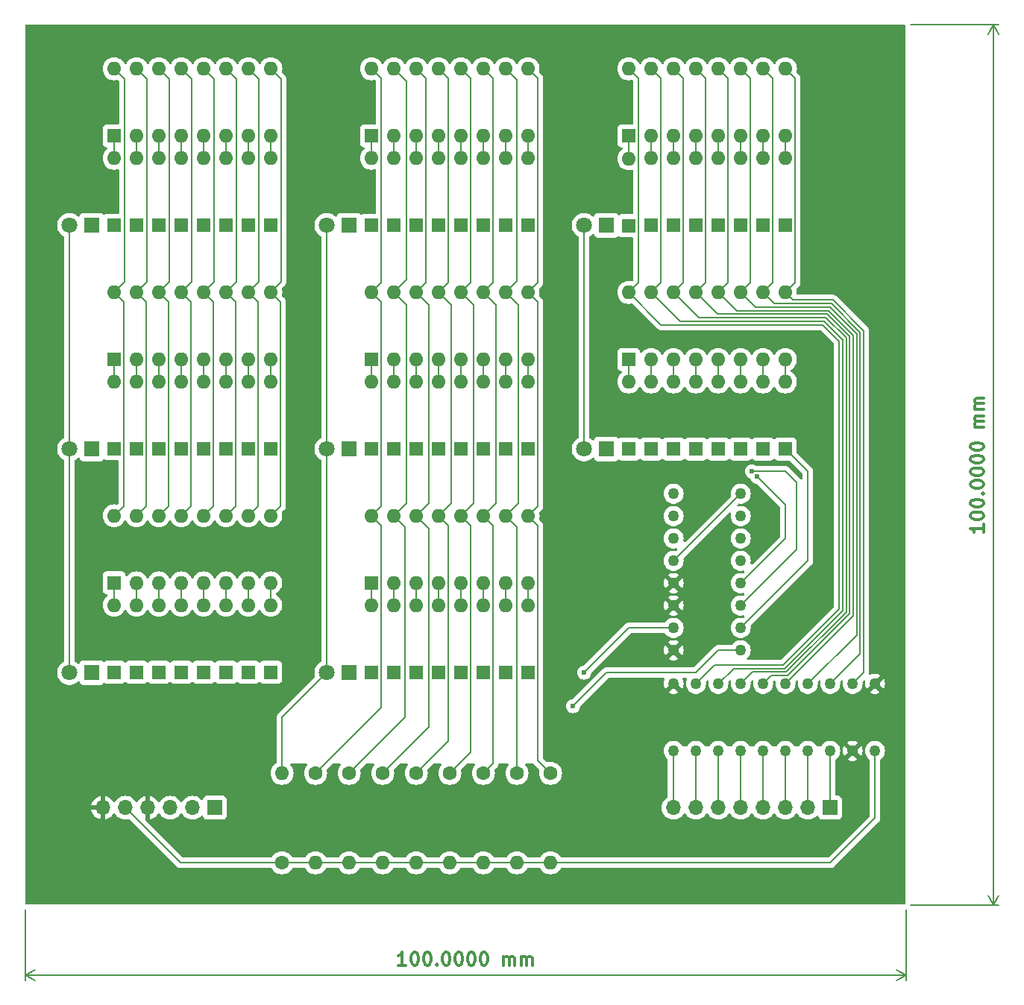
<source format=gtl>
G04 #@! TF.GenerationSoftware,KiCad,Pcbnew,8.0.6*
G04 #@! TF.CreationDate,2024-11-11T00:09:23+09:00*
G04 #@! TF.ProjectId,memory_module,6d656d6f-7279-45f6-9d6f-64756c652e6b,rev?*
G04 #@! TF.SameCoordinates,Original*
G04 #@! TF.FileFunction,Copper,L1,Top*
G04 #@! TF.FilePolarity,Positive*
%FSLAX46Y46*%
G04 Gerber Fmt 4.6, Leading zero omitted, Abs format (unit mm)*
G04 Created by KiCad (PCBNEW 8.0.6) date 2024-11-11 00:09:23*
%MOMM*%
%LPD*%
G01*
G04 APERTURE LIST*
%ADD10C,0.300000*%
G04 #@! TA.AperFunction,NonConductor*
%ADD11C,0.300000*%
G04 #@! TD*
G04 #@! TA.AperFunction,NonConductor*
%ADD12C,0.200000*%
G04 #@! TD*
G04 #@! TA.AperFunction,ComponentPad*
%ADD13R,1.800000X1.800000*%
G04 #@! TD*
G04 #@! TA.AperFunction,ComponentPad*
%ADD14C,1.800000*%
G04 #@! TD*
G04 #@! TA.AperFunction,ComponentPad*
%ADD15C,1.600000*%
G04 #@! TD*
G04 #@! TA.AperFunction,ComponentPad*
%ADD16O,1.600000X1.600000*%
G04 #@! TD*
G04 #@! TA.AperFunction,ComponentPad*
%ADD17R,1.600000X1.600000*%
G04 #@! TD*
G04 #@! TA.AperFunction,ComponentPad*
%ADD18C,1.270000*%
G04 #@! TD*
G04 #@! TA.AperFunction,ComponentPad*
%ADD19R,1.700000X1.700000*%
G04 #@! TD*
G04 #@! TA.AperFunction,ComponentPad*
%ADD20O,1.700000X1.700000*%
G04 #@! TD*
G04 #@! TA.AperFunction,ViaPad*
%ADD21C,0.600000*%
G04 #@! TD*
G04 #@! TA.AperFunction,Conductor*
%ADD22C,0.200000*%
G04 #@! TD*
G04 #@! TA.AperFunction,Conductor*
%ADD23C,0.203200*%
G04 #@! TD*
G04 APERTURE END LIST*
D10*
D11*
X148878328Y-96835712D02*
X148878328Y-97692855D01*
X148878328Y-97264284D02*
X147378328Y-97264284D01*
X147378328Y-97264284D02*
X147592614Y-97407141D01*
X147592614Y-97407141D02*
X147735471Y-97549998D01*
X147735471Y-97549998D02*
X147806900Y-97692855D01*
X147378328Y-95907141D02*
X147378328Y-95764284D01*
X147378328Y-95764284D02*
X147449757Y-95621427D01*
X147449757Y-95621427D02*
X147521185Y-95549999D01*
X147521185Y-95549999D02*
X147664042Y-95478570D01*
X147664042Y-95478570D02*
X147949757Y-95407141D01*
X147949757Y-95407141D02*
X148306900Y-95407141D01*
X148306900Y-95407141D02*
X148592614Y-95478570D01*
X148592614Y-95478570D02*
X148735471Y-95549999D01*
X148735471Y-95549999D02*
X148806900Y-95621427D01*
X148806900Y-95621427D02*
X148878328Y-95764284D01*
X148878328Y-95764284D02*
X148878328Y-95907141D01*
X148878328Y-95907141D02*
X148806900Y-96049999D01*
X148806900Y-96049999D02*
X148735471Y-96121427D01*
X148735471Y-96121427D02*
X148592614Y-96192856D01*
X148592614Y-96192856D02*
X148306900Y-96264284D01*
X148306900Y-96264284D02*
X147949757Y-96264284D01*
X147949757Y-96264284D02*
X147664042Y-96192856D01*
X147664042Y-96192856D02*
X147521185Y-96121427D01*
X147521185Y-96121427D02*
X147449757Y-96049999D01*
X147449757Y-96049999D02*
X147378328Y-95907141D01*
X147378328Y-94478570D02*
X147378328Y-94335713D01*
X147378328Y-94335713D02*
X147449757Y-94192856D01*
X147449757Y-94192856D02*
X147521185Y-94121428D01*
X147521185Y-94121428D02*
X147664042Y-94049999D01*
X147664042Y-94049999D02*
X147949757Y-93978570D01*
X147949757Y-93978570D02*
X148306900Y-93978570D01*
X148306900Y-93978570D02*
X148592614Y-94049999D01*
X148592614Y-94049999D02*
X148735471Y-94121428D01*
X148735471Y-94121428D02*
X148806900Y-94192856D01*
X148806900Y-94192856D02*
X148878328Y-94335713D01*
X148878328Y-94335713D02*
X148878328Y-94478570D01*
X148878328Y-94478570D02*
X148806900Y-94621428D01*
X148806900Y-94621428D02*
X148735471Y-94692856D01*
X148735471Y-94692856D02*
X148592614Y-94764285D01*
X148592614Y-94764285D02*
X148306900Y-94835713D01*
X148306900Y-94835713D02*
X147949757Y-94835713D01*
X147949757Y-94835713D02*
X147664042Y-94764285D01*
X147664042Y-94764285D02*
X147521185Y-94692856D01*
X147521185Y-94692856D02*
X147449757Y-94621428D01*
X147449757Y-94621428D02*
X147378328Y-94478570D01*
X148735471Y-93335714D02*
X148806900Y-93264285D01*
X148806900Y-93264285D02*
X148878328Y-93335714D01*
X148878328Y-93335714D02*
X148806900Y-93407142D01*
X148806900Y-93407142D02*
X148735471Y-93335714D01*
X148735471Y-93335714D02*
X148878328Y-93335714D01*
X147378328Y-92335713D02*
X147378328Y-92192856D01*
X147378328Y-92192856D02*
X147449757Y-92049999D01*
X147449757Y-92049999D02*
X147521185Y-91978571D01*
X147521185Y-91978571D02*
X147664042Y-91907142D01*
X147664042Y-91907142D02*
X147949757Y-91835713D01*
X147949757Y-91835713D02*
X148306900Y-91835713D01*
X148306900Y-91835713D02*
X148592614Y-91907142D01*
X148592614Y-91907142D02*
X148735471Y-91978571D01*
X148735471Y-91978571D02*
X148806900Y-92049999D01*
X148806900Y-92049999D02*
X148878328Y-92192856D01*
X148878328Y-92192856D02*
X148878328Y-92335713D01*
X148878328Y-92335713D02*
X148806900Y-92478571D01*
X148806900Y-92478571D02*
X148735471Y-92549999D01*
X148735471Y-92549999D02*
X148592614Y-92621428D01*
X148592614Y-92621428D02*
X148306900Y-92692856D01*
X148306900Y-92692856D02*
X147949757Y-92692856D01*
X147949757Y-92692856D02*
X147664042Y-92621428D01*
X147664042Y-92621428D02*
X147521185Y-92549999D01*
X147521185Y-92549999D02*
X147449757Y-92478571D01*
X147449757Y-92478571D02*
X147378328Y-92335713D01*
X147378328Y-90907142D02*
X147378328Y-90764285D01*
X147378328Y-90764285D02*
X147449757Y-90621428D01*
X147449757Y-90621428D02*
X147521185Y-90550000D01*
X147521185Y-90550000D02*
X147664042Y-90478571D01*
X147664042Y-90478571D02*
X147949757Y-90407142D01*
X147949757Y-90407142D02*
X148306900Y-90407142D01*
X148306900Y-90407142D02*
X148592614Y-90478571D01*
X148592614Y-90478571D02*
X148735471Y-90550000D01*
X148735471Y-90550000D02*
X148806900Y-90621428D01*
X148806900Y-90621428D02*
X148878328Y-90764285D01*
X148878328Y-90764285D02*
X148878328Y-90907142D01*
X148878328Y-90907142D02*
X148806900Y-91050000D01*
X148806900Y-91050000D02*
X148735471Y-91121428D01*
X148735471Y-91121428D02*
X148592614Y-91192857D01*
X148592614Y-91192857D02*
X148306900Y-91264285D01*
X148306900Y-91264285D02*
X147949757Y-91264285D01*
X147949757Y-91264285D02*
X147664042Y-91192857D01*
X147664042Y-91192857D02*
X147521185Y-91121428D01*
X147521185Y-91121428D02*
X147449757Y-91050000D01*
X147449757Y-91050000D02*
X147378328Y-90907142D01*
X147378328Y-89478571D02*
X147378328Y-89335714D01*
X147378328Y-89335714D02*
X147449757Y-89192857D01*
X147449757Y-89192857D02*
X147521185Y-89121429D01*
X147521185Y-89121429D02*
X147664042Y-89050000D01*
X147664042Y-89050000D02*
X147949757Y-88978571D01*
X147949757Y-88978571D02*
X148306900Y-88978571D01*
X148306900Y-88978571D02*
X148592614Y-89050000D01*
X148592614Y-89050000D02*
X148735471Y-89121429D01*
X148735471Y-89121429D02*
X148806900Y-89192857D01*
X148806900Y-89192857D02*
X148878328Y-89335714D01*
X148878328Y-89335714D02*
X148878328Y-89478571D01*
X148878328Y-89478571D02*
X148806900Y-89621429D01*
X148806900Y-89621429D02*
X148735471Y-89692857D01*
X148735471Y-89692857D02*
X148592614Y-89764286D01*
X148592614Y-89764286D02*
X148306900Y-89835714D01*
X148306900Y-89835714D02*
X147949757Y-89835714D01*
X147949757Y-89835714D02*
X147664042Y-89764286D01*
X147664042Y-89764286D02*
X147521185Y-89692857D01*
X147521185Y-89692857D02*
X147449757Y-89621429D01*
X147449757Y-89621429D02*
X147378328Y-89478571D01*
X147378328Y-88050000D02*
X147378328Y-87907143D01*
X147378328Y-87907143D02*
X147449757Y-87764286D01*
X147449757Y-87764286D02*
X147521185Y-87692858D01*
X147521185Y-87692858D02*
X147664042Y-87621429D01*
X147664042Y-87621429D02*
X147949757Y-87550000D01*
X147949757Y-87550000D02*
X148306900Y-87550000D01*
X148306900Y-87550000D02*
X148592614Y-87621429D01*
X148592614Y-87621429D02*
X148735471Y-87692858D01*
X148735471Y-87692858D02*
X148806900Y-87764286D01*
X148806900Y-87764286D02*
X148878328Y-87907143D01*
X148878328Y-87907143D02*
X148878328Y-88050000D01*
X148878328Y-88050000D02*
X148806900Y-88192858D01*
X148806900Y-88192858D02*
X148735471Y-88264286D01*
X148735471Y-88264286D02*
X148592614Y-88335715D01*
X148592614Y-88335715D02*
X148306900Y-88407143D01*
X148306900Y-88407143D02*
X147949757Y-88407143D01*
X147949757Y-88407143D02*
X147664042Y-88335715D01*
X147664042Y-88335715D02*
X147521185Y-88264286D01*
X147521185Y-88264286D02*
X147449757Y-88192858D01*
X147449757Y-88192858D02*
X147378328Y-88050000D01*
X148878328Y-85764287D02*
X147878328Y-85764287D01*
X148021185Y-85764287D02*
X147949757Y-85692858D01*
X147949757Y-85692858D02*
X147878328Y-85550001D01*
X147878328Y-85550001D02*
X147878328Y-85335715D01*
X147878328Y-85335715D02*
X147949757Y-85192858D01*
X147949757Y-85192858D02*
X148092614Y-85121430D01*
X148092614Y-85121430D02*
X148878328Y-85121430D01*
X148092614Y-85121430D02*
X147949757Y-85050001D01*
X147949757Y-85050001D02*
X147878328Y-84907144D01*
X147878328Y-84907144D02*
X147878328Y-84692858D01*
X147878328Y-84692858D02*
X147949757Y-84550001D01*
X147949757Y-84550001D02*
X148092614Y-84478572D01*
X148092614Y-84478572D02*
X148878328Y-84478572D01*
X148878328Y-83764287D02*
X147878328Y-83764287D01*
X148021185Y-83764287D02*
X147949757Y-83692858D01*
X147949757Y-83692858D02*
X147878328Y-83550001D01*
X147878328Y-83550001D02*
X147878328Y-83335715D01*
X147878328Y-83335715D02*
X147949757Y-83192858D01*
X147949757Y-83192858D02*
X148092614Y-83121430D01*
X148092614Y-83121430D02*
X148878328Y-83121430D01*
X148092614Y-83121430D02*
X147949757Y-83050001D01*
X147949757Y-83050001D02*
X147878328Y-82907144D01*
X147878328Y-82907144D02*
X147878328Y-82692858D01*
X147878328Y-82692858D02*
X147949757Y-82550001D01*
X147949757Y-82550001D02*
X148092614Y-82478572D01*
X148092614Y-82478572D02*
X148878328Y-82478572D01*
D12*
X140560000Y-140050000D02*
X150586420Y-140050000D01*
X140560000Y-40050000D02*
X150586420Y-40050000D01*
X150000000Y-140050000D02*
X150000000Y-40050000D01*
X150000000Y-140050000D02*
X150000000Y-40050000D01*
X150000000Y-140050000D02*
X149413579Y-138923496D01*
X150000000Y-140050000D02*
X150586421Y-138923496D01*
X150000000Y-40050000D02*
X150586421Y-41176504D01*
X150000000Y-40050000D02*
X149413579Y-41176504D01*
D10*
D11*
X83274287Y-146878328D02*
X82417144Y-146878328D01*
X82845715Y-146878328D02*
X82845715Y-145378328D01*
X82845715Y-145378328D02*
X82702858Y-145592614D01*
X82702858Y-145592614D02*
X82560001Y-145735471D01*
X82560001Y-145735471D02*
X82417144Y-145806900D01*
X84202858Y-145378328D02*
X84345715Y-145378328D01*
X84345715Y-145378328D02*
X84488572Y-145449757D01*
X84488572Y-145449757D02*
X84560001Y-145521185D01*
X84560001Y-145521185D02*
X84631429Y-145664042D01*
X84631429Y-145664042D02*
X84702858Y-145949757D01*
X84702858Y-145949757D02*
X84702858Y-146306900D01*
X84702858Y-146306900D02*
X84631429Y-146592614D01*
X84631429Y-146592614D02*
X84560001Y-146735471D01*
X84560001Y-146735471D02*
X84488572Y-146806900D01*
X84488572Y-146806900D02*
X84345715Y-146878328D01*
X84345715Y-146878328D02*
X84202858Y-146878328D01*
X84202858Y-146878328D02*
X84060001Y-146806900D01*
X84060001Y-146806900D02*
X83988572Y-146735471D01*
X83988572Y-146735471D02*
X83917143Y-146592614D01*
X83917143Y-146592614D02*
X83845715Y-146306900D01*
X83845715Y-146306900D02*
X83845715Y-145949757D01*
X83845715Y-145949757D02*
X83917143Y-145664042D01*
X83917143Y-145664042D02*
X83988572Y-145521185D01*
X83988572Y-145521185D02*
X84060001Y-145449757D01*
X84060001Y-145449757D02*
X84202858Y-145378328D01*
X85631429Y-145378328D02*
X85774286Y-145378328D01*
X85774286Y-145378328D02*
X85917143Y-145449757D01*
X85917143Y-145449757D02*
X85988572Y-145521185D01*
X85988572Y-145521185D02*
X86060000Y-145664042D01*
X86060000Y-145664042D02*
X86131429Y-145949757D01*
X86131429Y-145949757D02*
X86131429Y-146306900D01*
X86131429Y-146306900D02*
X86060000Y-146592614D01*
X86060000Y-146592614D02*
X85988572Y-146735471D01*
X85988572Y-146735471D02*
X85917143Y-146806900D01*
X85917143Y-146806900D02*
X85774286Y-146878328D01*
X85774286Y-146878328D02*
X85631429Y-146878328D01*
X85631429Y-146878328D02*
X85488572Y-146806900D01*
X85488572Y-146806900D02*
X85417143Y-146735471D01*
X85417143Y-146735471D02*
X85345714Y-146592614D01*
X85345714Y-146592614D02*
X85274286Y-146306900D01*
X85274286Y-146306900D02*
X85274286Y-145949757D01*
X85274286Y-145949757D02*
X85345714Y-145664042D01*
X85345714Y-145664042D02*
X85417143Y-145521185D01*
X85417143Y-145521185D02*
X85488572Y-145449757D01*
X85488572Y-145449757D02*
X85631429Y-145378328D01*
X86774285Y-146735471D02*
X86845714Y-146806900D01*
X86845714Y-146806900D02*
X86774285Y-146878328D01*
X86774285Y-146878328D02*
X86702857Y-146806900D01*
X86702857Y-146806900D02*
X86774285Y-146735471D01*
X86774285Y-146735471D02*
X86774285Y-146878328D01*
X87774286Y-145378328D02*
X87917143Y-145378328D01*
X87917143Y-145378328D02*
X88060000Y-145449757D01*
X88060000Y-145449757D02*
X88131429Y-145521185D01*
X88131429Y-145521185D02*
X88202857Y-145664042D01*
X88202857Y-145664042D02*
X88274286Y-145949757D01*
X88274286Y-145949757D02*
X88274286Y-146306900D01*
X88274286Y-146306900D02*
X88202857Y-146592614D01*
X88202857Y-146592614D02*
X88131429Y-146735471D01*
X88131429Y-146735471D02*
X88060000Y-146806900D01*
X88060000Y-146806900D02*
X87917143Y-146878328D01*
X87917143Y-146878328D02*
X87774286Y-146878328D01*
X87774286Y-146878328D02*
X87631429Y-146806900D01*
X87631429Y-146806900D02*
X87560000Y-146735471D01*
X87560000Y-146735471D02*
X87488571Y-146592614D01*
X87488571Y-146592614D02*
X87417143Y-146306900D01*
X87417143Y-146306900D02*
X87417143Y-145949757D01*
X87417143Y-145949757D02*
X87488571Y-145664042D01*
X87488571Y-145664042D02*
X87560000Y-145521185D01*
X87560000Y-145521185D02*
X87631429Y-145449757D01*
X87631429Y-145449757D02*
X87774286Y-145378328D01*
X89202857Y-145378328D02*
X89345714Y-145378328D01*
X89345714Y-145378328D02*
X89488571Y-145449757D01*
X89488571Y-145449757D02*
X89560000Y-145521185D01*
X89560000Y-145521185D02*
X89631428Y-145664042D01*
X89631428Y-145664042D02*
X89702857Y-145949757D01*
X89702857Y-145949757D02*
X89702857Y-146306900D01*
X89702857Y-146306900D02*
X89631428Y-146592614D01*
X89631428Y-146592614D02*
X89560000Y-146735471D01*
X89560000Y-146735471D02*
X89488571Y-146806900D01*
X89488571Y-146806900D02*
X89345714Y-146878328D01*
X89345714Y-146878328D02*
X89202857Y-146878328D01*
X89202857Y-146878328D02*
X89060000Y-146806900D01*
X89060000Y-146806900D02*
X88988571Y-146735471D01*
X88988571Y-146735471D02*
X88917142Y-146592614D01*
X88917142Y-146592614D02*
X88845714Y-146306900D01*
X88845714Y-146306900D02*
X88845714Y-145949757D01*
X88845714Y-145949757D02*
X88917142Y-145664042D01*
X88917142Y-145664042D02*
X88988571Y-145521185D01*
X88988571Y-145521185D02*
X89060000Y-145449757D01*
X89060000Y-145449757D02*
X89202857Y-145378328D01*
X90631428Y-145378328D02*
X90774285Y-145378328D01*
X90774285Y-145378328D02*
X90917142Y-145449757D01*
X90917142Y-145449757D02*
X90988571Y-145521185D01*
X90988571Y-145521185D02*
X91059999Y-145664042D01*
X91059999Y-145664042D02*
X91131428Y-145949757D01*
X91131428Y-145949757D02*
X91131428Y-146306900D01*
X91131428Y-146306900D02*
X91059999Y-146592614D01*
X91059999Y-146592614D02*
X90988571Y-146735471D01*
X90988571Y-146735471D02*
X90917142Y-146806900D01*
X90917142Y-146806900D02*
X90774285Y-146878328D01*
X90774285Y-146878328D02*
X90631428Y-146878328D01*
X90631428Y-146878328D02*
X90488571Y-146806900D01*
X90488571Y-146806900D02*
X90417142Y-146735471D01*
X90417142Y-146735471D02*
X90345713Y-146592614D01*
X90345713Y-146592614D02*
X90274285Y-146306900D01*
X90274285Y-146306900D02*
X90274285Y-145949757D01*
X90274285Y-145949757D02*
X90345713Y-145664042D01*
X90345713Y-145664042D02*
X90417142Y-145521185D01*
X90417142Y-145521185D02*
X90488571Y-145449757D01*
X90488571Y-145449757D02*
X90631428Y-145378328D01*
X92059999Y-145378328D02*
X92202856Y-145378328D01*
X92202856Y-145378328D02*
X92345713Y-145449757D01*
X92345713Y-145449757D02*
X92417142Y-145521185D01*
X92417142Y-145521185D02*
X92488570Y-145664042D01*
X92488570Y-145664042D02*
X92559999Y-145949757D01*
X92559999Y-145949757D02*
X92559999Y-146306900D01*
X92559999Y-146306900D02*
X92488570Y-146592614D01*
X92488570Y-146592614D02*
X92417142Y-146735471D01*
X92417142Y-146735471D02*
X92345713Y-146806900D01*
X92345713Y-146806900D02*
X92202856Y-146878328D01*
X92202856Y-146878328D02*
X92059999Y-146878328D01*
X92059999Y-146878328D02*
X91917142Y-146806900D01*
X91917142Y-146806900D02*
X91845713Y-146735471D01*
X91845713Y-146735471D02*
X91774284Y-146592614D01*
X91774284Y-146592614D02*
X91702856Y-146306900D01*
X91702856Y-146306900D02*
X91702856Y-145949757D01*
X91702856Y-145949757D02*
X91774284Y-145664042D01*
X91774284Y-145664042D02*
X91845713Y-145521185D01*
X91845713Y-145521185D02*
X91917142Y-145449757D01*
X91917142Y-145449757D02*
X92059999Y-145378328D01*
X94345712Y-146878328D02*
X94345712Y-145878328D01*
X94345712Y-146021185D02*
X94417141Y-145949757D01*
X94417141Y-145949757D02*
X94559998Y-145878328D01*
X94559998Y-145878328D02*
X94774284Y-145878328D01*
X94774284Y-145878328D02*
X94917141Y-145949757D01*
X94917141Y-145949757D02*
X94988570Y-146092614D01*
X94988570Y-146092614D02*
X94988570Y-146878328D01*
X94988570Y-146092614D02*
X95059998Y-145949757D01*
X95059998Y-145949757D02*
X95202855Y-145878328D01*
X95202855Y-145878328D02*
X95417141Y-145878328D01*
X95417141Y-145878328D02*
X95559998Y-145949757D01*
X95559998Y-145949757D02*
X95631427Y-146092614D01*
X95631427Y-146092614D02*
X95631427Y-146878328D01*
X96345712Y-146878328D02*
X96345712Y-145878328D01*
X96345712Y-146021185D02*
X96417141Y-145949757D01*
X96417141Y-145949757D02*
X96559998Y-145878328D01*
X96559998Y-145878328D02*
X96774284Y-145878328D01*
X96774284Y-145878328D02*
X96917141Y-145949757D01*
X96917141Y-145949757D02*
X96988570Y-146092614D01*
X96988570Y-146092614D02*
X96988570Y-146878328D01*
X96988570Y-146092614D02*
X97059998Y-145949757D01*
X97059998Y-145949757D02*
X97202855Y-145878328D01*
X97202855Y-145878328D02*
X97417141Y-145878328D01*
X97417141Y-145878328D02*
X97559998Y-145949757D01*
X97559998Y-145949757D02*
X97631427Y-146092614D01*
X97631427Y-146092614D02*
X97631427Y-146878328D01*
D12*
X40060000Y-140550000D02*
X40060000Y-148586420D01*
X140060000Y-140550000D02*
X140060000Y-148586420D01*
X40060000Y-148000000D02*
X140060000Y-148000000D01*
X40060000Y-148000000D02*
X140060000Y-148000000D01*
X40060000Y-148000000D02*
X41186504Y-147413579D01*
X40060000Y-148000000D02*
X41186504Y-148586421D01*
X140060000Y-148000000D02*
X138933496Y-148586421D01*
X140060000Y-148000000D02*
X138933496Y-147413579D01*
D13*
G04 #@! TO.P,D68,1,K*
G04 #@! TO.N,Net-(D25-K)*
X47620000Y-88260000D03*
D14*
G04 #@! TO.P,D68,2,A*
G04 #@! TO.N,Net-(D65-A)*
X45080000Y-88260000D03*
G04 #@! TD*
D15*
G04 #@! TO.P,R2,1*
G04 #@! TO.N,Net-(U2-A6)*
X76830000Y-125090000D03*
D16*
G04 #@! TO.P,R2,2*
G04 #@! TO.N,+5V*
X76830000Y-135250000D03*
G04 #@! TD*
D17*
G04 #@! TO.P,D53,1,K*
G04 #@! TO.N,Net-(D49-K)*
X60310000Y-113617500D03*
D16*
G04 #@! TO.P,D53,2,A*
G04 #@! TO.N,Net-(D53-A)*
X60310000Y-105997500D03*
G04 #@! TD*
D17*
G04 #@! TO.P,D54,1,K*
G04 #@! TO.N,Net-(D49-K)*
X62850000Y-113617500D03*
D16*
G04 #@! TO.P,D54,2,A*
G04 #@! TO.N,Net-(D54-A)*
X62850000Y-105997500D03*
G04 #@! TD*
D17*
G04 #@! TO.P,D57,1,K*
G04 #@! TO.N,Net-(D57-K)*
X79370000Y-113660000D03*
D16*
G04 #@! TO.P,D57,2,A*
G04 #@! TO.N,Net-(D57-A)*
X79370000Y-106040000D03*
G04 #@! TD*
D17*
G04 #@! TO.P,D34,1,K*
G04 #@! TO.N,Net-(D33-K)*
X81900000Y-88260000D03*
D16*
G04 #@! TO.P,D34,2,A*
G04 #@! TO.N,Net-(D34-A)*
X81900000Y-80640000D03*
G04 #@! TD*
D13*
G04 #@! TO.P,D69,1,K*
G04 #@! TO.N,Net-(D33-K)*
X76830000Y-88260000D03*
D14*
G04 #@! TO.P,D69,2,A*
G04 #@! TO.N,Net-(D65-A)*
X74290000Y-88260000D03*
G04 #@! TD*
D17*
G04 #@! TO.P,D46,1,K*
G04 #@! TO.N,Net-(D41-K)*
X121270000Y-88260000D03*
D16*
G04 #@! TO.P,D46,2,A*
G04 #@! TO.N,Net-(D46-A)*
X121270000Y-80640000D03*
G04 #@! TD*
D17*
G04 #@! TO.P,D6,1,K*
G04 #@! TO.N,Net-(D1-K)*
X62860000Y-62860000D03*
D16*
G04 #@! TO.P,D6,2,A*
G04 #@! TO.N,Net-(D6-A)*
X62860000Y-55240000D03*
G04 #@! TD*
D17*
G04 #@! TO.P,D36,1,K*
G04 #@! TO.N,Net-(D33-K)*
X86980000Y-88260000D03*
D16*
G04 #@! TO.P,D36,2,A*
G04 #@! TO.N,Net-(D36-A)*
X86980000Y-80640000D03*
G04 #@! TD*
D17*
G04 #@! TO.P,D48,1,K*
G04 #@! TO.N,Net-(D41-K)*
X126350000Y-88260000D03*
D16*
G04 #@! TO.P,D48,2,A*
G04 #@! TO.N,Net-(D48-A)*
X126350000Y-80640000D03*
G04 #@! TD*
D17*
G04 #@! TO.P,D42,1,K*
G04 #@! TO.N,Net-(D41-K)*
X111110000Y-88260000D03*
D16*
G04 #@! TO.P,D42,2,A*
G04 #@! TO.N,Net-(D42-A)*
X111110000Y-80640000D03*
G04 #@! TD*
D17*
G04 #@! TO.P,D35,1,K*
G04 #@! TO.N,Net-(D33-K)*
X84440000Y-88260000D03*
D16*
G04 #@! TO.P,D35,2,A*
G04 #@! TO.N,Net-(D35-A)*
X84440000Y-80640000D03*
G04 #@! TD*
D17*
G04 #@! TO.P,D29,1,K*
G04 #@! TO.N,Net-(D25-K)*
X60320000Y-88217500D03*
D16*
G04 #@! TO.P,D29,2,A*
G04 #@! TO.N,Net-(D29-A)*
X60320000Y-80597500D03*
G04 #@! TD*
D17*
G04 #@! TO.P,D61,1,K*
G04 #@! TO.N,Net-(D57-K)*
X89530000Y-113660000D03*
D16*
G04 #@! TO.P,D61,2,A*
G04 #@! TO.N,Net-(D61-A)*
X89530000Y-106040000D03*
G04 #@! TD*
D17*
G04 #@! TO.P,D24,1,K*
G04 #@! TO.N,Net-(D17-K)*
X126360000Y-62860000D03*
D16*
G04 #@! TO.P,D24,2,A*
G04 #@! TO.N,Net-(D24-A)*
X126360000Y-55240000D03*
G04 #@! TD*
D17*
G04 #@! TO.P,D43,1,K*
G04 #@! TO.N,Net-(D41-K)*
X113650000Y-88260000D03*
D16*
G04 #@! TO.P,D43,2,A*
G04 #@! TO.N,Net-(D43-A)*
X113650000Y-80640000D03*
G04 #@! TD*
D17*
G04 #@! TO.P,D18,1,K*
G04 #@! TO.N,Net-(D17-K)*
X111120000Y-62860000D03*
D16*
G04 #@! TO.P,D18,2,A*
G04 #@! TO.N,Net-(D18-A)*
X111120000Y-55240000D03*
G04 #@! TD*
D15*
G04 #@! TO.P,R4,1*
G04 #@! TO.N,Net-(U2-A4)*
X84450000Y-125090000D03*
D16*
G04 #@! TO.P,R4,2*
G04 #@! TO.N,+5V*
X84450000Y-135250000D03*
G04 #@! TD*
D17*
G04 #@! TO.P,D2,1,K*
G04 #@! TO.N,Net-(D1-K)*
X52700000Y-62860000D03*
D16*
G04 #@! TO.P,D2,2,A*
G04 #@! TO.N,Net-(D2-A)*
X52700000Y-55240000D03*
G04 #@! TD*
D17*
G04 #@! TO.P,SW1,1*
G04 #@! TO.N,Net-(D1-A)*
X50160000Y-52700000D03*
D16*
G04 #@! TO.P,SW1,2*
G04 #@! TO.N,Net-(D2-A)*
X52700000Y-52700000D03*
G04 #@! TO.P,SW1,3*
G04 #@! TO.N,Net-(D3-A)*
X55240000Y-52700000D03*
G04 #@! TO.P,SW1,4*
G04 #@! TO.N,Net-(D4-A)*
X57780000Y-52700000D03*
G04 #@! TO.P,SW1,5*
G04 #@! TO.N,Net-(D5-A)*
X60320000Y-52700000D03*
G04 #@! TO.P,SW1,6*
G04 #@! TO.N,Net-(D6-A)*
X62860000Y-52700000D03*
G04 #@! TO.P,SW1,7*
G04 #@! TO.N,Net-(D7-A)*
X65400000Y-52700000D03*
G04 #@! TO.P,SW1,8*
G04 #@! TO.N,Net-(D8-A)*
X67940000Y-52700000D03*
G04 #@! TO.P,SW1,9*
G04 #@! TO.N,Net-(U2-A0)*
X67940000Y-45080000D03*
G04 #@! TO.P,SW1,10*
G04 #@! TO.N,Net-(U2-A1)*
X65400000Y-45080000D03*
G04 #@! TO.P,SW1,11*
G04 #@! TO.N,Net-(U2-A2)*
X62860000Y-45080000D03*
G04 #@! TO.P,SW1,12*
G04 #@! TO.N,Net-(U2-A3)*
X60320000Y-45080000D03*
G04 #@! TO.P,SW1,13*
G04 #@! TO.N,Net-(U2-A4)*
X57780000Y-45080000D03*
G04 #@! TO.P,SW1,14*
G04 #@! TO.N,Net-(U2-A5)*
X55240000Y-45080000D03*
G04 #@! TO.P,SW1,15*
G04 #@! TO.N,Net-(U2-A6)*
X52700000Y-45080000D03*
G04 #@! TO.P,SW1,16*
G04 #@! TO.N,Net-(U2-A7)*
X50160000Y-45080000D03*
G04 #@! TD*
D17*
G04 #@! TO.P,D20,1,K*
G04 #@! TO.N,Net-(D17-K)*
X116200000Y-62860000D03*
D16*
G04 #@! TO.P,D20,2,A*
G04 #@! TO.N,Net-(D20-A)*
X116200000Y-55240000D03*
G04 #@! TD*
D17*
G04 #@! TO.P,D60,1,K*
G04 #@! TO.N,Net-(D57-K)*
X86990000Y-113660000D03*
D16*
G04 #@! TO.P,D60,2,A*
G04 #@! TO.N,Net-(D60-A)*
X86990000Y-106040000D03*
G04 #@! TD*
D17*
G04 #@! TO.P,D41,1,K*
G04 #@! TO.N,Net-(D41-K)*
X108570000Y-88260000D03*
D16*
G04 #@! TO.P,D41,2,A*
G04 #@! TO.N,Net-(D41-A)*
X108570000Y-80640000D03*
G04 #@! TD*
D17*
G04 #@! TO.P,D8,1,K*
G04 #@! TO.N,Net-(D1-K)*
X67940000Y-62860000D03*
D16*
G04 #@! TO.P,D8,2,A*
G04 #@! TO.N,Net-(D8-A)*
X67940000Y-55240000D03*
G04 #@! TD*
D17*
G04 #@! TO.P,SW5,1*
G04 #@! TO.N,Net-(D33-A)*
X79360000Y-78100000D03*
D16*
G04 #@! TO.P,SW5,2*
G04 #@! TO.N,Net-(D34-A)*
X81900000Y-78100000D03*
G04 #@! TO.P,SW5,3*
G04 #@! TO.N,Net-(D35-A)*
X84440000Y-78100000D03*
G04 #@! TO.P,SW5,4*
G04 #@! TO.N,Net-(D36-A)*
X86980000Y-78100000D03*
G04 #@! TO.P,SW5,5*
G04 #@! TO.N,Net-(D37-A)*
X89520000Y-78100000D03*
G04 #@! TO.P,SW5,6*
G04 #@! TO.N,Net-(D38-A)*
X92060000Y-78100000D03*
G04 #@! TO.P,SW5,7*
G04 #@! TO.N,Net-(D39-A)*
X94600000Y-78100000D03*
G04 #@! TO.P,SW5,8*
G04 #@! TO.N,Net-(D40-A)*
X97140000Y-78100000D03*
G04 #@! TO.P,SW5,9*
G04 #@! TO.N,Net-(U2-A0)*
X97140000Y-70480000D03*
G04 #@! TO.P,SW5,10*
G04 #@! TO.N,Net-(U2-A1)*
X94600000Y-70480000D03*
G04 #@! TO.P,SW5,11*
G04 #@! TO.N,Net-(U2-A2)*
X92060000Y-70480000D03*
G04 #@! TO.P,SW5,12*
G04 #@! TO.N,Net-(U2-A3)*
X89520000Y-70480000D03*
G04 #@! TO.P,SW5,13*
G04 #@! TO.N,Net-(U2-A4)*
X86980000Y-70480000D03*
G04 #@! TO.P,SW5,14*
G04 #@! TO.N,Net-(U2-A5)*
X84440000Y-70480000D03*
G04 #@! TO.P,SW5,15*
G04 #@! TO.N,Net-(U2-A6)*
X81900000Y-70480000D03*
G04 #@! TO.P,SW5,16*
G04 #@! TO.N,Net-(U2-A7)*
X79360000Y-70480000D03*
G04 #@! TD*
D17*
G04 #@! TO.P,D58,1,K*
G04 #@! TO.N,Net-(D57-K)*
X81910000Y-113660000D03*
D16*
G04 #@! TO.P,D58,2,A*
G04 #@! TO.N,Net-(D58-A)*
X81910000Y-106040000D03*
G04 #@! TD*
D17*
G04 #@! TO.P,SW3,1*
G04 #@! TO.N,Net-(D17-A)*
X108580000Y-52700000D03*
D16*
G04 #@! TO.P,SW3,2*
G04 #@! TO.N,Net-(D18-A)*
X111120000Y-52700000D03*
G04 #@! TO.P,SW3,3*
G04 #@! TO.N,Net-(D19-A)*
X113660000Y-52700000D03*
G04 #@! TO.P,SW3,4*
G04 #@! TO.N,Net-(D20-A)*
X116200000Y-52700000D03*
G04 #@! TO.P,SW3,5*
G04 #@! TO.N,Net-(D21-A)*
X118740000Y-52700000D03*
G04 #@! TO.P,SW3,6*
G04 #@! TO.N,Net-(D22-A)*
X121280000Y-52700000D03*
G04 #@! TO.P,SW3,7*
G04 #@! TO.N,Net-(D23-A)*
X123820000Y-52700000D03*
G04 #@! TO.P,SW3,8*
G04 #@! TO.N,Net-(D24-A)*
X126360000Y-52700000D03*
G04 #@! TO.P,SW3,9*
G04 #@! TO.N,Net-(U2-A0)*
X126360000Y-45080000D03*
G04 #@! TO.P,SW3,10*
G04 #@! TO.N,Net-(U2-A1)*
X123820000Y-45080000D03*
G04 #@! TO.P,SW3,11*
G04 #@! TO.N,Net-(U2-A2)*
X121280000Y-45080000D03*
G04 #@! TO.P,SW3,12*
G04 #@! TO.N,Net-(U2-A3)*
X118740000Y-45080000D03*
G04 #@! TO.P,SW3,13*
G04 #@! TO.N,Net-(U2-A4)*
X116200000Y-45080000D03*
G04 #@! TO.P,SW3,14*
G04 #@! TO.N,Net-(U2-A5)*
X113660000Y-45080000D03*
G04 #@! TO.P,SW3,15*
G04 #@! TO.N,Net-(U2-A6)*
X111120000Y-45080000D03*
G04 #@! TO.P,SW3,16*
G04 #@! TO.N,Net-(U2-A7)*
X108580000Y-45080000D03*
G04 #@! TD*
D15*
G04 #@! TO.P,R8,1*
G04 #@! TO.N,Net-(U2-A0)*
X99690000Y-125090000D03*
D16*
G04 #@! TO.P,R8,2*
G04 #@! TO.N,+5V*
X99690000Y-135250000D03*
G04 #@! TD*
D18*
G04 #@! TO.P,U1,1,A0*
G04 #@! TO.N,A0*
X113660000Y-93340000D03*
G04 #@! TO.P,U1,2,A1*
G04 #@! TO.N,A1*
X113660000Y-95880000D03*
G04 #@! TO.P,U1,3,A2*
G04 #@! TO.N,A2*
X113660000Y-98420000D03*
G04 #@! TO.P,U1,4,~{E0}*
G04 #@! TO.N,+5V*
X113660000Y-100960000D03*
G04 #@! TO.P,U1,5,~{E1}*
G04 #@! TO.N,GND*
X113660000Y-103500000D03*
G04 #@! TO.P,U1,6,E2*
X113660000Y-106040000D03*
G04 #@! TO.P,U1,7,~{Y7}*
G04 #@! TO.N,Net-(D57-K)*
X113660000Y-108580000D03*
G04 #@! TO.P,U1,8,GND*
G04 #@! TO.N,GND*
X113660000Y-111120000D03*
G04 #@! TO.P,U1,9,~{Y6}*
G04 #@! TO.N,Net-(D49-K)*
X121280000Y-111120000D03*
G04 #@! TO.P,U1,10,~{Y5}*
G04 #@! TO.N,Net-(D41-K)*
X121280000Y-108580000D03*
G04 #@! TO.P,U1,11,~{Y4}*
G04 #@! TO.N,Net-(D33-K)*
X121280000Y-106040000D03*
G04 #@! TO.P,U1,12,~{Y3}*
G04 #@! TO.N,Net-(D25-K)*
X121280000Y-103500000D03*
G04 #@! TO.P,U1,13,~{Y2}*
G04 #@! TO.N,Net-(D17-K)*
X121280000Y-100960000D03*
G04 #@! TO.P,U1,14,~{Y1}*
G04 #@! TO.N,Net-(D10-K)*
X121280000Y-98420000D03*
G04 #@! TO.P,U1,15,~{Y0}*
G04 #@! TO.N,Net-(D1-K)*
X121280000Y-95880000D03*
G04 #@! TO.P,U1,16,VCC*
G04 #@! TO.N,+5V*
X121280000Y-93340000D03*
G04 #@! TD*
D17*
G04 #@! TO.P,D19,1,K*
G04 #@! TO.N,Net-(D17-K)*
X113660000Y-62860000D03*
D16*
G04 #@! TO.P,D19,2,A*
G04 #@! TO.N,Net-(D19-A)*
X113660000Y-55240000D03*
G04 #@! TD*
D17*
G04 #@! TO.P,D64,1,K*
G04 #@! TO.N,Net-(D57-K)*
X97150000Y-113660000D03*
D16*
G04 #@! TO.P,D64,2,A*
G04 #@! TO.N,Net-(D64-A)*
X97150000Y-106040000D03*
G04 #@! TD*
D17*
G04 #@! TO.P,D32,1,K*
G04 #@! TO.N,Net-(D25-K)*
X67940000Y-88217500D03*
D16*
G04 #@! TO.P,D32,2,A*
G04 #@! TO.N,Net-(D32-A)*
X67940000Y-80597500D03*
G04 #@! TD*
D17*
G04 #@! TO.P,D21,1,K*
G04 #@! TO.N,Net-(D17-K)*
X118740000Y-62860000D03*
D16*
G04 #@! TO.P,D21,2,A*
G04 #@! TO.N,Net-(D21-A)*
X118740000Y-55240000D03*
G04 #@! TD*
D15*
G04 #@! TO.P,R7,1*
G04 #@! TO.N,Net-(U2-A1)*
X95880000Y-125090000D03*
D16*
G04 #@! TO.P,R7,2*
G04 #@! TO.N,+5V*
X95880000Y-135250000D03*
G04 #@! TD*
D19*
G04 #@! TO.P,J1,1,Pin_1*
G04 #@! TO.N,A0*
X61590000Y-129000000D03*
D20*
G04 #@! TO.P,J1,2,Pin_2*
G04 #@! TO.N,A1*
X59050000Y-129000000D03*
G04 #@! TO.P,J1,3,Pin_3*
G04 #@! TO.N,A2*
X56510000Y-129000000D03*
G04 #@! TO.P,J1,4,Pin_4*
G04 #@! TO.N,GND*
X53970000Y-129000000D03*
G04 #@! TO.P,J1,5,Pin_5*
G04 #@! TO.N,+5V*
X51430000Y-129000000D03*
G04 #@! TO.P,J1,6,Pin_6*
G04 #@! TO.N,GND*
X48890000Y-129000000D03*
G04 #@! TD*
D17*
G04 #@! TO.P,D23,1,K*
G04 #@! TO.N,Net-(D17-K)*
X123820000Y-62860000D03*
D16*
G04 #@! TO.P,D23,2,A*
G04 #@! TO.N,Net-(D23-A)*
X123820000Y-55240000D03*
G04 #@! TD*
D17*
G04 #@! TO.P,D49,1,K*
G04 #@! TO.N,Net-(D49-K)*
X50150000Y-113617500D03*
D16*
G04 #@! TO.P,D49,2,A*
G04 #@! TO.N,Net-(D49-A)*
X50150000Y-105997500D03*
G04 #@! TD*
D17*
G04 #@! TO.P,D22,1,K*
G04 #@! TO.N,Net-(D17-K)*
X121280000Y-62860000D03*
D16*
G04 #@! TO.P,D22,2,A*
G04 #@! TO.N,Net-(D22-A)*
X121280000Y-55240000D03*
G04 #@! TD*
D17*
G04 #@! TO.P,SW6,1*
G04 #@! TO.N,Net-(D41-A)*
X108570000Y-78100000D03*
D16*
G04 #@! TO.P,SW6,2*
G04 #@! TO.N,Net-(D42-A)*
X111110000Y-78100000D03*
G04 #@! TO.P,SW6,3*
G04 #@! TO.N,Net-(D43-A)*
X113650000Y-78100000D03*
G04 #@! TO.P,SW6,4*
G04 #@! TO.N,Net-(D44-A)*
X116190000Y-78100000D03*
G04 #@! TO.P,SW6,5*
G04 #@! TO.N,Net-(D45-A)*
X118730000Y-78100000D03*
G04 #@! TO.P,SW6,6*
G04 #@! TO.N,Net-(D46-A)*
X121270000Y-78100000D03*
G04 #@! TO.P,SW6,7*
G04 #@! TO.N,Net-(D47-A)*
X123810000Y-78100000D03*
G04 #@! TO.P,SW6,8*
G04 #@! TO.N,Net-(D48-A)*
X126350000Y-78100000D03*
G04 #@! TO.P,SW6,9*
G04 #@! TO.N,Net-(U2-A0)*
X126350000Y-70480000D03*
G04 #@! TO.P,SW6,10*
G04 #@! TO.N,Net-(U2-A1)*
X123810000Y-70480000D03*
G04 #@! TO.P,SW6,11*
G04 #@! TO.N,Net-(U2-A2)*
X121270000Y-70480000D03*
G04 #@! TO.P,SW6,12*
G04 #@! TO.N,Net-(U2-A3)*
X118730000Y-70480000D03*
G04 #@! TO.P,SW6,13*
G04 #@! TO.N,Net-(U2-A4)*
X116190000Y-70480000D03*
G04 #@! TO.P,SW6,14*
G04 #@! TO.N,Net-(U2-A5)*
X113650000Y-70480000D03*
G04 #@! TO.P,SW6,15*
G04 #@! TO.N,Net-(U2-A6)*
X111110000Y-70480000D03*
G04 #@! TO.P,SW6,16*
G04 #@! TO.N,Net-(U2-A7)*
X108570000Y-70480000D03*
G04 #@! TD*
D17*
G04 #@! TO.P,D44,1,K*
G04 #@! TO.N,Net-(D41-K)*
X116190000Y-88260000D03*
D16*
G04 #@! TO.P,D44,2,A*
G04 #@! TO.N,Net-(D44-A)*
X116190000Y-80640000D03*
G04 #@! TD*
D17*
G04 #@! TO.P,D33,1,K*
G04 #@! TO.N,Net-(D33-K)*
X79360000Y-88260000D03*
D16*
G04 #@! TO.P,D33,2,A*
G04 #@! TO.N,Net-(D33-A)*
X79360000Y-80640000D03*
G04 #@! TD*
D13*
G04 #@! TO.P,D72,1,K*
G04 #@! TO.N,Net-(D57-K)*
X76830000Y-113660000D03*
D14*
G04 #@! TO.P,D72,2,A*
G04 #@! TO.N,Net-(D65-A)*
X74290000Y-113660000D03*
G04 #@! TD*
D13*
G04 #@! TO.P,D71,1,K*
G04 #@! TO.N,Net-(D49-K)*
X47620000Y-113660000D03*
D14*
G04 #@! TO.P,D71,2,A*
G04 #@! TO.N,Net-(D65-A)*
X45080000Y-113660000D03*
G04 #@! TD*
D17*
G04 #@! TO.P,D14,1,K*
G04 #@! TO.N,Net-(D10-K)*
X92060000Y-62860000D03*
D16*
G04 #@! TO.P,D14,2,A*
G04 #@! TO.N,Net-(D14-A)*
X92060000Y-55240000D03*
G04 #@! TD*
D17*
G04 #@! TO.P,D3,1,K*
G04 #@! TO.N,Net-(D1-K)*
X55240000Y-62860000D03*
D16*
G04 #@! TO.P,D3,2,A*
G04 #@! TO.N,Net-(D3-A)*
X55240000Y-55240000D03*
G04 #@! TD*
D13*
G04 #@! TO.P,D65,1,K*
G04 #@! TO.N,Net-(D1-K)*
X47620000Y-62860000D03*
D14*
G04 #@! TO.P,D65,2,A*
G04 #@! TO.N,Net-(D65-A)*
X45080000Y-62860000D03*
G04 #@! TD*
D17*
G04 #@! TO.P,SW2,1*
G04 #@! TO.N,Net-(D9-A)*
X79360000Y-52700000D03*
D16*
G04 #@! TO.P,SW2,2*
G04 #@! TO.N,Net-(D10-A)*
X81900000Y-52700000D03*
G04 #@! TO.P,SW2,3*
G04 #@! TO.N,Net-(D11-A)*
X84440000Y-52700000D03*
G04 #@! TO.P,SW2,4*
G04 #@! TO.N,Net-(D12-A)*
X86980000Y-52700000D03*
G04 #@! TO.P,SW2,5*
G04 #@! TO.N,Net-(D13-A)*
X89520000Y-52700000D03*
G04 #@! TO.P,SW2,6*
G04 #@! TO.N,Net-(D14-A)*
X92060000Y-52700000D03*
G04 #@! TO.P,SW2,7*
G04 #@! TO.N,Net-(D15-A)*
X94600000Y-52700000D03*
G04 #@! TO.P,SW2,8*
G04 #@! TO.N,Net-(D16-A)*
X97140000Y-52700000D03*
G04 #@! TO.P,SW2,9*
G04 #@! TO.N,Net-(U2-A0)*
X97140000Y-45080000D03*
G04 #@! TO.P,SW2,10*
G04 #@! TO.N,Net-(U2-A1)*
X94600000Y-45080000D03*
G04 #@! TO.P,SW2,11*
G04 #@! TO.N,Net-(U2-A2)*
X92060000Y-45080000D03*
G04 #@! TO.P,SW2,12*
G04 #@! TO.N,Net-(U2-A3)*
X89520000Y-45080000D03*
G04 #@! TO.P,SW2,13*
G04 #@! TO.N,Net-(U2-A4)*
X86980000Y-45080000D03*
G04 #@! TO.P,SW2,14*
G04 #@! TO.N,Net-(U2-A5)*
X84440000Y-45080000D03*
G04 #@! TO.P,SW2,15*
G04 #@! TO.N,Net-(U2-A6)*
X81900000Y-45080000D03*
G04 #@! TO.P,SW2,16*
G04 #@! TO.N,Net-(U2-A7)*
X79360000Y-45080000D03*
G04 #@! TD*
D13*
G04 #@! TO.P,D67,1,K*
G04 #@! TO.N,Net-(D17-K)*
X106040000Y-62860000D03*
D14*
G04 #@! TO.P,D67,2,A*
G04 #@! TO.N,Net-(D65-A)*
X103500000Y-62860000D03*
G04 #@! TD*
D17*
G04 #@! TO.P,D28,1,K*
G04 #@! TO.N,Net-(D25-K)*
X57780000Y-88217500D03*
D16*
G04 #@! TO.P,D28,2,A*
G04 #@! TO.N,Net-(D28-A)*
X57780000Y-80597500D03*
G04 #@! TD*
D18*
G04 #@! TO.P,U2,1,G1*
G04 #@! TO.N,GND*
X136520000Y-114930000D03*
G04 #@! TO.P,U2,2,A0*
G04 #@! TO.N,Net-(U2-A0)*
X133980000Y-114930000D03*
G04 #@! TO.P,U2,3,A1*
G04 #@! TO.N,Net-(U2-A1)*
X131440000Y-114930000D03*
G04 #@! TO.P,U2,4,A2*
G04 #@! TO.N,Net-(U2-A2)*
X128900000Y-114930000D03*
G04 #@! TO.P,U2,5,A3*
G04 #@! TO.N,Net-(U2-A3)*
X126360000Y-114930000D03*
G04 #@! TO.P,U2,6,A4*
G04 #@! TO.N,Net-(U2-A4)*
X123820000Y-114930000D03*
G04 #@! TO.P,U2,7,A5*
G04 #@! TO.N,Net-(U2-A5)*
X121280000Y-114930000D03*
G04 #@! TO.P,U2,8,A6*
G04 #@! TO.N,Net-(U2-A6)*
X118740000Y-114930000D03*
G04 #@! TO.P,U2,9,A7*
G04 #@! TO.N,Net-(U2-A7)*
X116200000Y-114930000D03*
G04 #@! TO.P,U2,10,GND*
G04 #@! TO.N,GND*
X113660000Y-114930000D03*
G04 #@! TO.P,U2,11,Y7*
G04 #@! TO.N,D7*
X113660000Y-122550000D03*
G04 #@! TO.P,U2,12,Y6*
G04 #@! TO.N,D6*
X116200000Y-122550000D03*
G04 #@! TO.P,U2,13,Y5*
G04 #@! TO.N,D5*
X118740000Y-122550000D03*
G04 #@! TO.P,U2,14,Y4*
G04 #@! TO.N,D4*
X121280000Y-122550000D03*
G04 #@! TO.P,U2,15,Y3*
G04 #@! TO.N,D3*
X123820000Y-122550000D03*
G04 #@! TO.P,U2,16,Y2*
G04 #@! TO.N,D2*
X126360000Y-122550000D03*
G04 #@! TO.P,U2,17,Y1*
G04 #@! TO.N,D1*
X128900000Y-122550000D03*
G04 #@! TO.P,U2,18,Y0*
G04 #@! TO.N,D0*
X131440000Y-122550000D03*
G04 #@! TO.P,U2,19,G2*
G04 #@! TO.N,GND*
X133980000Y-122550000D03*
G04 #@! TO.P,U2,20,VCC*
G04 #@! TO.N,+5V*
X136520000Y-122550000D03*
G04 #@! TD*
D17*
G04 #@! TO.P,D4,1,K*
G04 #@! TO.N,Net-(D1-K)*
X57780000Y-62860000D03*
D16*
G04 #@! TO.P,D4,2,A*
G04 #@! TO.N,Net-(D4-A)*
X57780000Y-55240000D03*
G04 #@! TD*
D17*
G04 #@! TO.P,D13,1,K*
G04 #@! TO.N,Net-(D10-K)*
X89520000Y-62860000D03*
D16*
G04 #@! TO.P,D13,2,A*
G04 #@! TO.N,Net-(D13-A)*
X89520000Y-55240000D03*
G04 #@! TD*
D17*
G04 #@! TO.P,D10,1,K*
G04 #@! TO.N,Net-(D10-K)*
X81900000Y-62860000D03*
D16*
G04 #@! TO.P,D10,2,A*
G04 #@! TO.N,Net-(D10-A)*
X81900000Y-55240000D03*
G04 #@! TD*
D17*
G04 #@! TO.P,D12,1,K*
G04 #@! TO.N,Net-(D10-K)*
X86980000Y-62860000D03*
D16*
G04 #@! TO.P,D12,2,A*
G04 #@! TO.N,Net-(D12-A)*
X86980000Y-55240000D03*
G04 #@! TD*
D17*
G04 #@! TO.P,D51,1,K*
G04 #@! TO.N,Net-(D49-K)*
X55230000Y-113617500D03*
D16*
G04 #@! TO.P,D51,2,A*
G04 #@! TO.N,Net-(D51-A)*
X55230000Y-105997500D03*
G04 #@! TD*
D17*
G04 #@! TO.P,D50,1,K*
G04 #@! TO.N,Net-(D49-K)*
X52690000Y-113617500D03*
D16*
G04 #@! TO.P,D50,2,A*
G04 #@! TO.N,Net-(D50-A)*
X52690000Y-105997500D03*
G04 #@! TD*
D17*
G04 #@! TO.P,D31,1,K*
G04 #@! TO.N,Net-(D25-K)*
X65400000Y-88217500D03*
D16*
G04 #@! TO.P,D31,2,A*
G04 #@! TO.N,Net-(D31-A)*
X65400000Y-80597500D03*
G04 #@! TD*
D15*
G04 #@! TO.P,R3,1*
G04 #@! TO.N,Net-(U2-A5)*
X80640000Y-125090000D03*
D16*
G04 #@! TO.P,R3,2*
G04 #@! TO.N,+5V*
X80640000Y-135250000D03*
G04 #@! TD*
D17*
G04 #@! TO.P,SW8,1*
G04 #@! TO.N,Net-(D57-A)*
X79370000Y-103500000D03*
D16*
G04 #@! TO.P,SW8,2*
G04 #@! TO.N,Net-(D58-A)*
X81910000Y-103500000D03*
G04 #@! TO.P,SW8,3*
G04 #@! TO.N,Net-(D59-A)*
X84450000Y-103500000D03*
G04 #@! TO.P,SW8,4*
G04 #@! TO.N,Net-(D60-A)*
X86990000Y-103500000D03*
G04 #@! TO.P,SW8,5*
G04 #@! TO.N,Net-(D61-A)*
X89530000Y-103500000D03*
G04 #@! TO.P,SW8,6*
G04 #@! TO.N,Net-(D62-A)*
X92070000Y-103500000D03*
G04 #@! TO.P,SW8,7*
G04 #@! TO.N,Net-(D63-A)*
X94610000Y-103500000D03*
G04 #@! TO.P,SW8,8*
G04 #@! TO.N,Net-(D64-A)*
X97150000Y-103500000D03*
G04 #@! TO.P,SW8,9*
G04 #@! TO.N,Net-(U2-A0)*
X97150000Y-95880000D03*
G04 #@! TO.P,SW8,10*
G04 #@! TO.N,Net-(U2-A1)*
X94610000Y-95880000D03*
G04 #@! TO.P,SW8,11*
G04 #@! TO.N,Net-(U2-A2)*
X92070000Y-95880000D03*
G04 #@! TO.P,SW8,12*
G04 #@! TO.N,Net-(U2-A3)*
X89530000Y-95880000D03*
G04 #@! TO.P,SW8,13*
G04 #@! TO.N,Net-(U2-A4)*
X86990000Y-95880000D03*
G04 #@! TO.P,SW8,14*
G04 #@! TO.N,Net-(U2-A5)*
X84450000Y-95880000D03*
G04 #@! TO.P,SW8,15*
G04 #@! TO.N,Net-(U2-A6)*
X81910000Y-95880000D03*
G04 #@! TO.P,SW8,16*
G04 #@! TO.N,Net-(U2-A7)*
X79370000Y-95880000D03*
G04 #@! TD*
D17*
G04 #@! TO.P,D40,1,K*
G04 #@! TO.N,Net-(D33-K)*
X97140000Y-88260000D03*
D16*
G04 #@! TO.P,D40,2,A*
G04 #@! TO.N,Net-(D40-A)*
X97140000Y-80640000D03*
G04 #@! TD*
D17*
G04 #@! TO.P,SW7,1*
G04 #@! TO.N,Net-(D49-A)*
X50150000Y-103457500D03*
D16*
G04 #@! TO.P,SW7,2*
G04 #@! TO.N,Net-(D50-A)*
X52690000Y-103457500D03*
G04 #@! TO.P,SW7,3*
G04 #@! TO.N,Net-(D51-A)*
X55230000Y-103457500D03*
G04 #@! TO.P,SW7,4*
G04 #@! TO.N,Net-(D52-A)*
X57770000Y-103457500D03*
G04 #@! TO.P,SW7,5*
G04 #@! TO.N,Net-(D53-A)*
X60310000Y-103457500D03*
G04 #@! TO.P,SW7,6*
G04 #@! TO.N,Net-(D54-A)*
X62850000Y-103457500D03*
G04 #@! TO.P,SW7,7*
G04 #@! TO.N,Net-(D55-A)*
X65390000Y-103457500D03*
G04 #@! TO.P,SW7,8*
G04 #@! TO.N,Net-(D56-A)*
X67930000Y-103457500D03*
G04 #@! TO.P,SW7,9*
G04 #@! TO.N,Net-(U2-A0)*
X67930000Y-95837500D03*
G04 #@! TO.P,SW7,10*
G04 #@! TO.N,Net-(U2-A1)*
X65390000Y-95837500D03*
G04 #@! TO.P,SW7,11*
G04 #@! TO.N,Net-(U2-A2)*
X62850000Y-95837500D03*
G04 #@! TO.P,SW7,12*
G04 #@! TO.N,Net-(U2-A3)*
X60310000Y-95837500D03*
G04 #@! TO.P,SW7,13*
G04 #@! TO.N,Net-(U2-A4)*
X57770000Y-95837500D03*
G04 #@! TO.P,SW7,14*
G04 #@! TO.N,Net-(U2-A5)*
X55230000Y-95837500D03*
G04 #@! TO.P,SW7,15*
G04 #@! TO.N,Net-(U2-A6)*
X52690000Y-95837500D03*
G04 #@! TO.P,SW7,16*
G04 #@! TO.N,Net-(U2-A7)*
X50150000Y-95837500D03*
G04 #@! TD*
D17*
G04 #@! TO.P,D37,1,K*
G04 #@! TO.N,Net-(D33-K)*
X89520000Y-88260000D03*
D16*
G04 #@! TO.P,D37,2,A*
G04 #@! TO.N,Net-(D37-A)*
X89520000Y-80640000D03*
G04 #@! TD*
D17*
G04 #@! TO.P,D30,1,K*
G04 #@! TO.N,Net-(D25-K)*
X62860000Y-88217500D03*
D16*
G04 #@! TO.P,D30,2,A*
G04 #@! TO.N,Net-(D30-A)*
X62860000Y-80597500D03*
G04 #@! TD*
D15*
G04 #@! TO.P,R6,1*
G04 #@! TO.N,Net-(U2-A2)*
X92070000Y-125090000D03*
D16*
G04 #@! TO.P,R6,2*
G04 #@! TO.N,+5V*
X92070000Y-135250000D03*
G04 #@! TD*
D17*
G04 #@! TO.P,SW4,1*
G04 #@! TO.N,Net-(D25-A)*
X50160000Y-78057500D03*
D16*
G04 #@! TO.P,SW4,2*
G04 #@! TO.N,Net-(D26-A)*
X52700000Y-78057500D03*
G04 #@! TO.P,SW4,3*
G04 #@! TO.N,Net-(D27-A)*
X55240000Y-78057500D03*
G04 #@! TO.P,SW4,4*
G04 #@! TO.N,Net-(D28-A)*
X57780000Y-78057500D03*
G04 #@! TO.P,SW4,5*
G04 #@! TO.N,Net-(D29-A)*
X60320000Y-78057500D03*
G04 #@! TO.P,SW4,6*
G04 #@! TO.N,Net-(D30-A)*
X62860000Y-78057500D03*
G04 #@! TO.P,SW4,7*
G04 #@! TO.N,Net-(D31-A)*
X65400000Y-78057500D03*
G04 #@! TO.P,SW4,8*
G04 #@! TO.N,Net-(D32-A)*
X67940000Y-78057500D03*
G04 #@! TO.P,SW4,9*
G04 #@! TO.N,Net-(U2-A0)*
X67940000Y-70437500D03*
G04 #@! TO.P,SW4,10*
G04 #@! TO.N,Net-(U2-A1)*
X65400000Y-70437500D03*
G04 #@! TO.P,SW4,11*
G04 #@! TO.N,Net-(U2-A2)*
X62860000Y-70437500D03*
G04 #@! TO.P,SW4,12*
G04 #@! TO.N,Net-(U2-A3)*
X60320000Y-70437500D03*
G04 #@! TO.P,SW4,13*
G04 #@! TO.N,Net-(U2-A4)*
X57780000Y-70437500D03*
G04 #@! TO.P,SW4,14*
G04 #@! TO.N,Net-(U2-A5)*
X55240000Y-70437500D03*
G04 #@! TO.P,SW4,15*
G04 #@! TO.N,Net-(U2-A6)*
X52700000Y-70437500D03*
G04 #@! TO.P,SW4,16*
G04 #@! TO.N,Net-(U2-A7)*
X50160000Y-70437500D03*
G04 #@! TD*
D17*
G04 #@! TO.P,D17,1,K*
G04 #@! TO.N,Net-(D17-K)*
X108580000Y-62910000D03*
D16*
G04 #@! TO.P,D17,2,A*
G04 #@! TO.N,Net-(D17-A)*
X108580000Y-55290000D03*
G04 #@! TD*
D15*
G04 #@! TO.P,R1,1*
G04 #@! TO.N,Net-(U2-A7)*
X73020000Y-125090000D03*
D16*
G04 #@! TO.P,R1,2*
G04 #@! TO.N,+5V*
X73020000Y-135250000D03*
G04 #@! TD*
D17*
G04 #@! TO.P,D55,1,K*
G04 #@! TO.N,Net-(D49-K)*
X65390000Y-113617500D03*
D16*
G04 #@! TO.P,D55,2,A*
G04 #@! TO.N,Net-(D55-A)*
X65390000Y-105997500D03*
G04 #@! TD*
D17*
G04 #@! TO.P,D1,1,K*
G04 #@! TO.N,Net-(D1-K)*
X50160000Y-62860000D03*
D16*
G04 #@! TO.P,D1,2,A*
G04 #@! TO.N,Net-(D1-A)*
X50160000Y-55240000D03*
G04 #@! TD*
D17*
G04 #@! TO.P,D7,1,K*
G04 #@! TO.N,Net-(D1-K)*
X65400000Y-62860000D03*
D16*
G04 #@! TO.P,D7,2,A*
G04 #@! TO.N,Net-(D7-A)*
X65400000Y-55240000D03*
G04 #@! TD*
D17*
G04 #@! TO.P,D5,1,K*
G04 #@! TO.N,Net-(D1-K)*
X60320000Y-62860000D03*
D16*
G04 #@! TO.P,D5,2,A*
G04 #@! TO.N,Net-(D5-A)*
X60320000Y-55240000D03*
G04 #@! TD*
D17*
G04 #@! TO.P,D59,1,K*
G04 #@! TO.N,Net-(D57-K)*
X84450000Y-113660000D03*
D16*
G04 #@! TO.P,D59,2,A*
G04 #@! TO.N,Net-(D59-A)*
X84450000Y-106040000D03*
G04 #@! TD*
D17*
G04 #@! TO.P,D39,1,K*
G04 #@! TO.N,Net-(D33-K)*
X94600000Y-88260000D03*
D16*
G04 #@! TO.P,D39,2,A*
G04 #@! TO.N,Net-(D39-A)*
X94600000Y-80640000D03*
G04 #@! TD*
D17*
G04 #@! TO.P,D26,1,K*
G04 #@! TO.N,Net-(D25-K)*
X52700000Y-88217500D03*
D16*
G04 #@! TO.P,D26,2,A*
G04 #@! TO.N,Net-(D26-A)*
X52700000Y-80597500D03*
G04 #@! TD*
D17*
G04 #@! TO.P,D11,1,K*
G04 #@! TO.N,Net-(D10-K)*
X84440000Y-62860000D03*
D16*
G04 #@! TO.P,D11,2,A*
G04 #@! TO.N,Net-(D11-A)*
X84440000Y-55240000D03*
G04 #@! TD*
D17*
G04 #@! TO.P,D27,1,K*
G04 #@! TO.N,Net-(D25-K)*
X55240000Y-88217500D03*
D16*
G04 #@! TO.P,D27,2,A*
G04 #@! TO.N,Net-(D27-A)*
X55240000Y-80597500D03*
G04 #@! TD*
D17*
G04 #@! TO.P,D63,1,K*
G04 #@! TO.N,Net-(D57-K)*
X94610000Y-113660000D03*
D16*
G04 #@! TO.P,D63,2,A*
G04 #@! TO.N,Net-(D63-A)*
X94610000Y-106040000D03*
G04 #@! TD*
D17*
G04 #@! TO.P,D9,1,K*
G04 #@! TO.N,Net-(D10-K)*
X79360000Y-62860000D03*
D16*
G04 #@! TO.P,D9,2,A*
G04 #@! TO.N,Net-(D9-A)*
X79360000Y-55240000D03*
G04 #@! TD*
D17*
G04 #@! TO.P,D38,1,K*
G04 #@! TO.N,Net-(D33-K)*
X92060000Y-88260000D03*
D16*
G04 #@! TO.P,D38,2,A*
G04 #@! TO.N,Net-(D38-A)*
X92060000Y-80640000D03*
G04 #@! TD*
D17*
G04 #@! TO.P,D62,1,K*
G04 #@! TO.N,Net-(D57-K)*
X92070000Y-113660000D03*
D16*
G04 #@! TO.P,D62,2,A*
G04 #@! TO.N,Net-(D62-A)*
X92070000Y-106040000D03*
G04 #@! TD*
D17*
G04 #@! TO.P,D25,1,K*
G04 #@! TO.N,Net-(D25-K)*
X50160000Y-88217500D03*
D16*
G04 #@! TO.P,D25,2,A*
G04 #@! TO.N,Net-(D25-A)*
X50160000Y-80597500D03*
G04 #@! TD*
D19*
G04 #@! TO.P,J2,1,Pin_1*
G04 #@! TO.N,D0*
X131440000Y-129000000D03*
D20*
G04 #@! TO.P,J2,2,Pin_2*
G04 #@! TO.N,D1*
X128900000Y-129000000D03*
G04 #@! TO.P,J2,3,Pin_3*
G04 #@! TO.N,D2*
X126360000Y-129000000D03*
G04 #@! TO.P,J2,4,Pin_4*
G04 #@! TO.N,D3*
X123820000Y-129000000D03*
G04 #@! TO.P,J2,5,Pin_5*
G04 #@! TO.N,D4*
X121280000Y-129000000D03*
G04 #@! TO.P,J2,6,Pin_6*
G04 #@! TO.N,D5*
X118740000Y-129000000D03*
G04 #@! TO.P,J2,7,Pin_7*
G04 #@! TO.N,D6*
X116200000Y-129000000D03*
G04 #@! TO.P,J2,8,Pin_8*
G04 #@! TO.N,D7*
X113660000Y-129000000D03*
G04 #@! TD*
D17*
G04 #@! TO.P,D45,1,K*
G04 #@! TO.N,Net-(D41-K)*
X118730000Y-88260000D03*
D16*
G04 #@! TO.P,D45,2,A*
G04 #@! TO.N,Net-(D45-A)*
X118730000Y-80640000D03*
G04 #@! TD*
D13*
G04 #@! TO.P,D70,1,K*
G04 #@! TO.N,Net-(D41-K)*
X106040000Y-88260000D03*
D14*
G04 #@! TO.P,D70,2,A*
G04 #@! TO.N,Net-(D65-A)*
X103500000Y-88260000D03*
G04 #@! TD*
D13*
G04 #@! TO.P,D66,1,K*
G04 #@! TO.N,Net-(D10-K)*
X76830000Y-62860000D03*
D14*
G04 #@! TO.P,D66,2,A*
G04 #@! TO.N,Net-(D65-A)*
X74290000Y-62860000D03*
G04 #@! TD*
D17*
G04 #@! TO.P,D47,1,K*
G04 #@! TO.N,Net-(D41-K)*
X123810000Y-88260000D03*
D16*
G04 #@! TO.P,D47,2,A*
G04 #@! TO.N,Net-(D47-A)*
X123810000Y-80640000D03*
G04 #@! TD*
D17*
G04 #@! TO.P,D16,1,K*
G04 #@! TO.N,Net-(D10-K)*
X97140000Y-62860000D03*
D16*
G04 #@! TO.P,D16,2,A*
G04 #@! TO.N,Net-(D16-A)*
X97140000Y-55240000D03*
G04 #@! TD*
D17*
G04 #@! TO.P,D52,1,K*
G04 #@! TO.N,Net-(D49-K)*
X57770000Y-113617500D03*
D16*
G04 #@! TO.P,D52,2,A*
G04 #@! TO.N,Net-(D52-A)*
X57770000Y-105997500D03*
G04 #@! TD*
D17*
G04 #@! TO.P,D15,1,K*
G04 #@! TO.N,Net-(D10-K)*
X94570000Y-62860000D03*
D16*
G04 #@! TO.P,D15,2,A*
G04 #@! TO.N,Net-(D15-A)*
X94570000Y-55240000D03*
G04 #@! TD*
D17*
G04 #@! TO.P,D56,1,K*
G04 #@! TO.N,Net-(D49-K)*
X67930000Y-113617500D03*
D16*
G04 #@! TO.P,D56,2,A*
G04 #@! TO.N,Net-(D56-A)*
X67930000Y-105997500D03*
G04 #@! TD*
D15*
G04 #@! TO.P,R9,1*
G04 #@! TO.N,+5V*
X69210000Y-135250000D03*
D16*
G04 #@! TO.P,R9,2*
G04 #@! TO.N,Net-(D65-A)*
X69210000Y-125090000D03*
G04 #@! TD*
D15*
G04 #@! TO.P,R5,1*
G04 #@! TO.N,Net-(U2-A3)*
X88260000Y-125090000D03*
D16*
G04 #@! TO.P,R5,2*
G04 #@! TO.N,+5V*
X88260000Y-135250000D03*
G04 #@! TD*
D21*
G04 #@! TO.N,Net-(D25-K)*
X123150000Y-91400000D03*
G04 #@! TO.N,Net-(D33-K)*
X122550000Y-90800000D03*
G04 #@! TO.N,Net-(D49-K)*
X102230000Y-117470000D03*
G04 #@! TO.N,Net-(D57-K)*
X103500000Y-113660000D03*
G04 #@! TD*
D22*
G04 #@! TO.N,Net-(D1-A)*
X50160000Y-52700000D02*
X50160000Y-55240000D01*
G04 #@! TO.N,Net-(D2-A)*
X52700000Y-52700000D02*
X52700000Y-55240000D01*
G04 #@! TO.N,Net-(D3-A)*
X55240000Y-52700000D02*
X55240000Y-55240000D01*
G04 #@! TO.N,Net-(D4-A)*
X57780000Y-52700000D02*
X57780000Y-55240000D01*
G04 #@! TO.N,Net-(D25-K)*
X126360000Y-94610000D02*
X126360000Y-98420000D01*
X126360000Y-98420000D02*
X121280000Y-103500000D01*
X123150000Y-91400000D02*
X126360000Y-94610000D01*
G04 #@! TO.N,Net-(D33-K)*
X126360000Y-90800000D02*
X122550000Y-90800000D01*
X127630000Y-99690000D02*
X127630000Y-92070000D01*
X127630000Y-92070000D02*
X126360000Y-90800000D01*
X121280000Y-106040000D02*
X127630000Y-99690000D01*
G04 #@! TO.N,Net-(D5-A)*
X60320000Y-52700000D02*
X60320000Y-55240000D01*
G04 #@! TO.N,Net-(D41-K)*
X126350000Y-88260000D02*
X126360000Y-88260000D01*
X128900000Y-100960000D02*
X121280000Y-108580000D01*
X126360000Y-88260000D02*
X128900000Y-90800000D01*
X128900000Y-90800000D02*
X128900000Y-100960000D01*
G04 #@! TO.N,Net-(D6-A)*
X62860000Y-55240000D02*
X62860000Y-52700000D01*
G04 #@! TO.N,Net-(D7-A)*
X65400000Y-52700000D02*
X65400000Y-55240000D01*
G04 #@! TO.N,Net-(D49-K)*
X118740000Y-111120000D02*
X116200000Y-113660000D01*
X121280000Y-111120000D02*
X118740000Y-111120000D01*
X116200000Y-113660000D02*
X106040000Y-113660000D01*
X106040000Y-113660000D02*
X102230000Y-117470000D01*
D23*
G04 #@! TO.N,Net-(D57-K)*
X113660000Y-108580000D02*
X108580000Y-108580000D01*
X108580000Y-108580000D02*
X103500000Y-113660000D01*
D22*
G04 #@! TO.N,Net-(D8-A)*
X67940000Y-52700000D02*
X67940000Y-55240000D01*
G04 #@! TO.N,Net-(D9-A)*
X79360000Y-52700000D02*
X79360000Y-55240000D01*
G04 #@! TO.N,Net-(D65-A)*
X69210000Y-118740000D02*
X69210000Y-125090000D01*
X74290000Y-62860000D02*
X74290000Y-88260000D01*
X74290000Y-88260000D02*
X74290000Y-113660000D01*
X45080000Y-62860000D02*
X45080000Y-88260000D01*
X45080000Y-88260000D02*
X45080000Y-113660000D01*
X74290000Y-113660000D02*
X69210000Y-118740000D01*
X103500000Y-62860000D02*
X103500000Y-88260000D01*
G04 #@! TO.N,+5V*
X136520000Y-130170000D02*
X131440000Y-135250000D01*
X57680000Y-135250000D02*
X51430000Y-129000000D01*
D23*
X121280000Y-93340000D02*
X113660000Y-100960000D01*
D22*
X131440000Y-135250000D02*
X73020000Y-135250000D01*
X136520000Y-122550000D02*
X136520000Y-130170000D01*
X73020000Y-135250000D02*
X57680000Y-135250000D01*
G04 #@! TO.N,Net-(D10-A)*
X81900000Y-52700000D02*
X81900000Y-55240000D01*
G04 #@! TO.N,Net-(U2-A7)*
X80460000Y-71580000D02*
X80460000Y-94790000D01*
X132450000Y-76015686D02*
X132450000Y-106438628D01*
X132450000Y-106438628D02*
X126093628Y-112795000D01*
X118335000Y-112795000D02*
X116200000Y-114930000D01*
X51300000Y-69297500D02*
X50160000Y-70437500D01*
X80460000Y-69380000D02*
X79360000Y-70480000D01*
X79360000Y-70480000D02*
X80460000Y-71580000D01*
X50160000Y-45080000D02*
X51300000Y-46220000D01*
X51260000Y-71537500D02*
X51260000Y-94727500D01*
X80470000Y-96980000D02*
X80470000Y-117640000D01*
X109680000Y-46180000D02*
X109680000Y-69370000D01*
X50160000Y-70437500D02*
X51260000Y-71537500D01*
X126093628Y-112795000D02*
X118335000Y-112795000D01*
X112240000Y-74150000D02*
X130584314Y-74150000D01*
X79370000Y-95880000D02*
X80470000Y-96980000D01*
X51300000Y-46220000D02*
X51300000Y-69297500D01*
X108580000Y-45080000D02*
X109680000Y-46180000D01*
X80460000Y-94790000D02*
X79370000Y-95880000D01*
X79360000Y-45080000D02*
X80460000Y-46180000D01*
X109680000Y-69370000D02*
X108570000Y-70480000D01*
X51260000Y-94727500D02*
X50150000Y-95837500D01*
X108570000Y-70480000D02*
X112240000Y-74150000D01*
X130584314Y-74150000D02*
X132450000Y-76015686D01*
X80470000Y-117640000D02*
X73020000Y-125090000D01*
X80460000Y-46180000D02*
X80460000Y-69380000D01*
G04 #@! TO.N,Net-(D11-A)*
X84440000Y-52700000D02*
X84440000Y-55240000D01*
G04 #@! TO.N,Net-(U2-A6)*
X132850000Y-75850000D02*
X132850000Y-106604314D01*
X83340000Y-71920000D02*
X83340000Y-94450000D01*
X112220000Y-46180000D02*
X112220000Y-69370000D01*
X126259314Y-113195000D02*
X120475000Y-113195000D01*
X81900000Y-70480000D02*
X83340000Y-71920000D01*
X114380000Y-73750000D02*
X130750000Y-73750000D01*
X83180000Y-97150000D02*
X83180000Y-118740000D01*
X81910000Y-95880000D02*
X83180000Y-97150000D01*
X53840000Y-46220000D02*
X53840000Y-69297500D01*
X83340000Y-94450000D02*
X81910000Y-95880000D01*
X120475000Y-113195000D02*
X118740000Y-114930000D01*
X83340000Y-69040000D02*
X81900000Y-70480000D01*
X130750000Y-73750000D02*
X132850000Y-75850000D01*
X52700000Y-70437500D02*
X53800000Y-71537500D01*
X83340000Y-46520000D02*
X83340000Y-69040000D01*
X83180000Y-118740000D02*
X76830000Y-125090000D01*
X53800000Y-94727500D02*
X52690000Y-95837500D01*
X111110000Y-70480000D02*
X114380000Y-73750000D01*
X111120000Y-45080000D02*
X112220000Y-46180000D01*
X52700000Y-45080000D02*
X53840000Y-46220000D01*
X112220000Y-69370000D02*
X111110000Y-70480000D01*
X53800000Y-71537500D02*
X53800000Y-94727500D01*
X53840000Y-69297500D02*
X52700000Y-70437500D01*
X132850000Y-106604314D02*
X126259314Y-113195000D01*
X81900000Y-45080000D02*
X83340000Y-46520000D01*
G04 #@! TO.N,Net-(D12-A)*
X86980000Y-52700000D02*
X86980000Y-55240000D01*
G04 #@! TO.N,Net-(U2-A5)*
X56380000Y-46220000D02*
X56380000Y-69297500D01*
X55240000Y-45080000D02*
X56380000Y-46220000D01*
X130935769Y-73350000D02*
X133250000Y-75664231D01*
X114760000Y-46180000D02*
X114760000Y-69370000D01*
X133250000Y-75664231D02*
X133250000Y-106770000D01*
X113660000Y-45080000D02*
X114760000Y-46180000D01*
X133250000Y-106770000D02*
X126425000Y-113595000D01*
X85880000Y-71920000D02*
X85880000Y-94450000D01*
X126425000Y-113595000D02*
X122615000Y-113595000D01*
X84440000Y-45080000D02*
X85540000Y-46180000D01*
X114760000Y-69370000D02*
X113650000Y-70480000D01*
X56380000Y-69297500D02*
X55240000Y-70437500D01*
X85880000Y-94450000D02*
X84450000Y-95880000D01*
X84440000Y-70480000D02*
X85880000Y-71920000D01*
X56340000Y-71537500D02*
X56340000Y-94727500D01*
X55240000Y-70437500D02*
X56340000Y-71537500D01*
X113650000Y-70480000D02*
X116520000Y-73350000D01*
X116520000Y-73350000D02*
X130935769Y-73350000D01*
X122615000Y-113595000D02*
X121280000Y-114930000D01*
X56340000Y-94727500D02*
X55230000Y-95837500D01*
X84450000Y-95880000D02*
X85890000Y-97320000D01*
X85540000Y-46180000D02*
X85540000Y-69380000D01*
X85890000Y-97320000D02*
X85890000Y-119840000D01*
X85540000Y-69380000D02*
X84440000Y-70480000D01*
X85890000Y-119840000D02*
X80640000Y-125090000D01*
G04 #@! TO.N,Net-(D13-A)*
X89520000Y-52700000D02*
X89520000Y-55240000D01*
G04 #@! TO.N,Net-(D14-A)*
X92060000Y-52700000D02*
X92060000Y-55240000D01*
G04 #@! TO.N,Net-(U2-A4)*
X88420000Y-94450000D02*
X86990000Y-95880000D01*
X116200000Y-45080000D02*
X117300000Y-46180000D01*
X117300000Y-46180000D02*
X117300000Y-69370000D01*
X58880000Y-71537500D02*
X58880000Y-94727500D01*
X86990000Y-95880000D02*
X88090000Y-96980000D01*
X118660000Y-72950000D02*
X131101455Y-72950000D01*
X58880000Y-94727500D02*
X57770000Y-95837500D01*
X126590686Y-113995000D02*
X124755000Y-113995000D01*
X57780000Y-70437500D02*
X58880000Y-71537500D01*
X117300000Y-69370000D02*
X116190000Y-70480000D01*
X133650000Y-75498545D02*
X133650000Y-106935686D01*
X88080000Y-69380000D02*
X86980000Y-70480000D01*
X88090000Y-96980000D02*
X88090000Y-121450000D01*
X88090000Y-121450000D02*
X84450000Y-125090000D01*
X133650000Y-106935686D02*
X126590686Y-113995000D01*
X86980000Y-70480000D02*
X88420000Y-71920000D01*
X131101455Y-72950000D02*
X133650000Y-75498545D01*
X86980000Y-45080000D02*
X88080000Y-46180000D01*
X116190000Y-70480000D02*
X118660000Y-72950000D01*
X124755000Y-113995000D02*
X123820000Y-114930000D01*
X58920000Y-69297500D02*
X57780000Y-70437500D01*
X88080000Y-46180000D02*
X88080000Y-69380000D01*
X88420000Y-71920000D02*
X88420000Y-94450000D01*
X58920000Y-46220000D02*
X58920000Y-69297500D01*
X57780000Y-45080000D02*
X58920000Y-46220000D01*
G04 #@! TO.N,Net-(U2-A3)*
X90630000Y-122720000D02*
X88260000Y-125090000D01*
X89520000Y-70480000D02*
X90960000Y-71920000D01*
X61460000Y-46220000D02*
X61460000Y-69297500D01*
X89530000Y-95880000D02*
X90630000Y-96980000D01*
X134050000Y-75332859D02*
X134050000Y-107240000D01*
X90960000Y-94450000D02*
X89530000Y-95880000D01*
X134050000Y-107240000D02*
X126360000Y-114930000D01*
X89520000Y-45080000D02*
X90620000Y-46180000D01*
X61460000Y-69297500D02*
X60320000Y-70437500D01*
X90620000Y-46180000D02*
X90620000Y-69380000D01*
X90630000Y-96980000D02*
X90630000Y-122720000D01*
X131267141Y-72550000D02*
X134050000Y-75332859D01*
X60320000Y-45080000D02*
X61460000Y-46220000D01*
X118730000Y-70480000D02*
X120800000Y-72550000D01*
X119840000Y-69370000D02*
X118730000Y-70480000D01*
X60320000Y-70437500D02*
X61420000Y-71537500D01*
X120800000Y-72550000D02*
X131267141Y-72550000D01*
X61420000Y-94727500D02*
X60310000Y-95837500D01*
X119840000Y-46180000D02*
X119840000Y-69370000D01*
X118740000Y-45080000D02*
X119840000Y-46180000D01*
X90620000Y-69380000D02*
X89520000Y-70480000D01*
X61420000Y-71537500D02*
X61420000Y-94727500D01*
X90960000Y-71920000D02*
X90960000Y-94450000D01*
G04 #@! TO.N,Net-(D15-A)*
X94600000Y-55210000D02*
X94570000Y-55240000D01*
X94600000Y-52700000D02*
X94600000Y-55210000D01*
G04 #@! TO.N,Net-(D16-A)*
X97140000Y-52700000D02*
X97140000Y-55240000D01*
G04 #@! TO.N,Net-(U2-A2)*
X63960000Y-94727500D02*
X62850000Y-95837500D01*
X122380000Y-69370000D02*
X121270000Y-70480000D01*
X121270000Y-70480000D02*
X122940000Y-72150000D01*
X122380000Y-46180000D02*
X122380000Y-69370000D01*
X93160000Y-46180000D02*
X93160000Y-69380000D01*
X62860000Y-45080000D02*
X64000000Y-46220000D01*
X64000000Y-46220000D02*
X64000000Y-69297500D01*
X92070000Y-95880000D02*
X93170000Y-96980000D01*
X64000000Y-69297500D02*
X62860000Y-70437500D01*
X63960000Y-71537500D02*
X63960000Y-94727500D01*
X93160000Y-69380000D02*
X92060000Y-70480000D01*
X122940000Y-72150000D02*
X131432827Y-72150000D01*
X92060000Y-70480000D02*
X93500000Y-71920000D01*
X134450000Y-109380000D02*
X128900000Y-114930000D01*
X93170000Y-96980000D02*
X93170000Y-123990000D01*
X93500000Y-94450000D02*
X92070000Y-95880000D01*
X93170000Y-123990000D02*
X92070000Y-125090000D01*
X134450000Y-75167173D02*
X134450000Y-109380000D01*
X121280000Y-45080000D02*
X122380000Y-46180000D01*
X93500000Y-71920000D02*
X93500000Y-94450000D01*
X131432827Y-72150000D02*
X134450000Y-75167173D01*
X62860000Y-70437500D02*
X63960000Y-71537500D01*
X92060000Y-45080000D02*
X93160000Y-46180000D01*
G04 #@! TO.N,Net-(D17-A)*
X108580000Y-52700000D02*
X108580000Y-55290000D01*
G04 #@! TO.N,Net-(U2-A1)*
X94600000Y-70480000D02*
X94605000Y-70485000D01*
X134850000Y-75001487D02*
X131598513Y-71750000D01*
X66500000Y-71537500D02*
X66500000Y-94727500D01*
X95880000Y-125090000D02*
X95880000Y-97150000D01*
X65400000Y-70437500D02*
X66500000Y-71537500D01*
X125080000Y-71750000D02*
X123810000Y-70480000D01*
X95880000Y-69210000D02*
X94605000Y-70485000D01*
X96040000Y-71920000D02*
X96040000Y-94450000D01*
X96040000Y-94450000D02*
X94610000Y-95880000D01*
X95880000Y-46360000D02*
X95880000Y-69210000D01*
X66540000Y-46220000D02*
X66540000Y-69297500D01*
X66540000Y-69297500D02*
X65400000Y-70437500D01*
X124920000Y-69370000D02*
X123810000Y-70480000D01*
X124920000Y-46180000D02*
X124920000Y-69370000D01*
X131440000Y-114930000D02*
X134850000Y-111520000D01*
X134850000Y-111520000D02*
X134850000Y-75001487D01*
X65400000Y-45080000D02*
X66540000Y-46220000D01*
X94605000Y-70485000D02*
X96040000Y-71920000D01*
X95880000Y-97150000D02*
X94610000Y-95880000D01*
X66500000Y-94727500D02*
X65390000Y-95837500D01*
X131598513Y-71750000D02*
X125080000Y-71750000D01*
X123820000Y-45080000D02*
X124920000Y-46180000D01*
X94600000Y-45080000D02*
X95880000Y-46360000D01*
G04 #@! TO.N,Net-(D18-A)*
X111120000Y-52700000D02*
X111120000Y-55240000D01*
G04 #@! TO.N,Net-(U2-A0)*
X98240000Y-46180000D02*
X98240000Y-69380000D01*
X97140000Y-45080000D02*
X98240000Y-46180000D01*
X69040000Y-94727500D02*
X67930000Y-95837500D01*
X127460000Y-69370000D02*
X126350000Y-70480000D01*
X98240000Y-71580000D02*
X98240000Y-94790000D01*
X67940000Y-45080000D02*
X69080000Y-46220000D01*
X69080000Y-46220000D02*
X69080000Y-69297500D01*
X126350000Y-70480000D02*
X127220000Y-71350000D01*
X131764199Y-71350000D02*
X135250000Y-74835801D01*
X127220000Y-71350000D02*
X131764199Y-71350000D01*
X135250000Y-74835801D02*
X135250000Y-113660000D01*
X98250000Y-96980000D02*
X98250000Y-123650000D01*
X98250000Y-123650000D02*
X99690000Y-125090000D01*
X97140000Y-70480000D02*
X98240000Y-71580000D01*
X69080000Y-69297500D02*
X67940000Y-70437500D01*
X127460000Y-46180000D02*
X127460000Y-69370000D01*
X97150000Y-95880000D02*
X98250000Y-96980000D01*
X69040000Y-71537500D02*
X69040000Y-94727500D01*
X135250000Y-113660000D02*
X133980000Y-114930000D01*
X98240000Y-94790000D02*
X97150000Y-95880000D01*
X98240000Y-69380000D02*
X97140000Y-70480000D01*
X126360000Y-45080000D02*
X127460000Y-46180000D01*
X67940000Y-70437500D02*
X69040000Y-71537500D01*
G04 #@! TO.N,Net-(D19-A)*
X113660000Y-52700000D02*
X113660000Y-55240000D01*
G04 #@! TO.N,Net-(D20-A)*
X116200000Y-52700000D02*
X116200000Y-55240000D01*
G04 #@! TO.N,Net-(D21-A)*
X118740000Y-52700000D02*
X118740000Y-55240000D01*
G04 #@! TO.N,Net-(D22-A)*
X121280000Y-52700000D02*
X121280000Y-55240000D01*
D23*
G04 #@! TO.N,D6*
X116200000Y-122550000D02*
X116200000Y-129000000D01*
D22*
G04 #@! TO.N,Net-(D23-A)*
X123820000Y-52700000D02*
X123820000Y-55240000D01*
G04 #@! TO.N,Net-(D24-A)*
X126360000Y-52700000D02*
X126360000Y-55180000D01*
X126360000Y-55180000D02*
X126300000Y-55240000D01*
D23*
G04 #@! TO.N,D5*
X118740000Y-122550000D02*
X118740000Y-129000000D01*
G04 #@! TO.N,D0*
X131440000Y-122550000D02*
X131440000Y-129000000D01*
D22*
G04 #@! TO.N,Net-(D25-A)*
X50160000Y-78057500D02*
X50160000Y-80597500D01*
D23*
G04 #@! TO.N,D7*
X113660000Y-122550000D02*
X113660000Y-129000000D01*
D22*
G04 #@! TO.N,Net-(D26-A)*
X52700000Y-78057500D02*
X52700000Y-80597500D01*
G04 #@! TO.N,Net-(D27-A)*
X55240000Y-78057500D02*
X55240000Y-80597500D01*
D23*
G04 #@! TO.N,D3*
X123820000Y-122550000D02*
X123820000Y-129000000D01*
G04 #@! TO.N,D1*
X128900000Y-122550000D02*
X128900000Y-129000000D01*
D22*
G04 #@! TO.N,Net-(D28-A)*
X57780000Y-78057500D02*
X57780000Y-80597500D01*
G04 #@! TO.N,Net-(D29-A)*
X60320000Y-78057500D02*
X60320000Y-80597500D01*
D23*
G04 #@! TO.N,D2*
X126360000Y-122550000D02*
X126360000Y-129000000D01*
D22*
G04 #@! TO.N,Net-(D30-A)*
X62860000Y-78057500D02*
X62860000Y-80597500D01*
D23*
G04 #@! TO.N,D4*
X121280000Y-122550000D02*
X121280000Y-129000000D01*
D22*
G04 #@! TO.N,Net-(D31-A)*
X65400000Y-78057500D02*
X65400000Y-80597500D01*
G04 #@! TO.N,Net-(D32-A)*
X67940000Y-78057500D02*
X67940000Y-80597500D01*
G04 #@! TO.N,Net-(D33-A)*
X79360000Y-78100000D02*
X79360000Y-80640000D01*
G04 #@! TO.N,Net-(D34-A)*
X81900000Y-78100000D02*
X81900000Y-80640000D01*
G04 #@! TO.N,Net-(D35-A)*
X84440000Y-78100000D02*
X84440000Y-80640000D01*
G04 #@! TO.N,Net-(D36-A)*
X86980000Y-78100000D02*
X86980000Y-80640000D01*
G04 #@! TO.N,Net-(D37-A)*
X89520000Y-78100000D02*
X89520000Y-80640000D01*
G04 #@! TO.N,Net-(D38-A)*
X92060000Y-78100000D02*
X92060000Y-80640000D01*
G04 #@! TO.N,Net-(D39-A)*
X94600000Y-78100000D02*
X94600000Y-80640000D01*
G04 #@! TO.N,Net-(D40-A)*
X97140000Y-78100000D02*
X97140000Y-80640000D01*
G04 #@! TO.N,Net-(D41-A)*
X108570000Y-78100000D02*
X108570000Y-80640000D01*
G04 #@! TO.N,Net-(D42-A)*
X111110000Y-78100000D02*
X111110000Y-80640000D01*
G04 #@! TO.N,Net-(D43-A)*
X113650000Y-78100000D02*
X113650000Y-80640000D01*
G04 #@! TO.N,Net-(D44-A)*
X116190000Y-78100000D02*
X116190000Y-80640000D01*
G04 #@! TO.N,Net-(D45-A)*
X118730000Y-78100000D02*
X118730000Y-80640000D01*
G04 #@! TO.N,Net-(D46-A)*
X121270000Y-78100000D02*
X121270000Y-80640000D01*
G04 #@! TO.N,Net-(D47-A)*
X123810000Y-78100000D02*
X123810000Y-80640000D01*
G04 #@! TO.N,Net-(D48-A)*
X126350000Y-78100000D02*
X126350000Y-80640000D01*
G04 #@! TO.N,Net-(D49-A)*
X50150000Y-103457500D02*
X50150000Y-105997500D01*
G04 #@! TO.N,Net-(D50-A)*
X52690000Y-103457500D02*
X52690000Y-105997500D01*
G04 #@! TO.N,Net-(D51-A)*
X55230000Y-103457500D02*
X55230000Y-105997500D01*
G04 #@! TO.N,Net-(D52-A)*
X57770000Y-103457500D02*
X57770000Y-105997500D01*
G04 #@! TO.N,Net-(D53-A)*
X60310000Y-103457500D02*
X60310000Y-105997500D01*
G04 #@! TO.N,Net-(D54-A)*
X62850000Y-103457500D02*
X62850000Y-105997500D01*
G04 #@! TO.N,Net-(D55-A)*
X65390000Y-103457500D02*
X65390000Y-105997500D01*
G04 #@! TO.N,Net-(D56-A)*
X67930000Y-103457500D02*
X67930000Y-105997500D01*
G04 #@! TO.N,Net-(D57-A)*
X79370000Y-103500000D02*
X79370000Y-106040000D01*
G04 #@! TO.N,Net-(D58-A)*
X81910000Y-103500000D02*
X81910000Y-106040000D01*
G04 #@! TO.N,Net-(D59-A)*
X84450000Y-103500000D02*
X84450000Y-106040000D01*
G04 #@! TO.N,Net-(D60-A)*
X86990000Y-103500000D02*
X86990000Y-106040000D01*
G04 #@! TO.N,Net-(D61-A)*
X89530000Y-103500000D02*
X89530000Y-106040000D01*
G04 #@! TO.N,Net-(D62-A)*
X92070000Y-103500000D02*
X92070000Y-106040000D01*
G04 #@! TO.N,Net-(D63-A)*
X94610000Y-103500000D02*
X94610000Y-106040000D01*
G04 #@! TO.N,Net-(D64-A)*
X97150000Y-103500000D02*
X97150000Y-106040000D01*
G04 #@! TD*
G04 #@! TA.AperFunction,Conductor*
G04 #@! TO.N,GND*
G36*
X139910207Y-40069685D02*
G01*
X139955962Y-40122489D01*
X139962942Y-40141904D01*
X139971542Y-40174000D01*
X139995775Y-40264436D01*
X140000000Y-40296530D01*
X140000000Y-139803467D01*
X139995775Y-139835561D01*
X139982560Y-139884879D01*
X139946194Y-139944539D01*
X139894881Y-139972559D01*
X139828212Y-139990424D01*
X139827879Y-139990562D01*
X139827173Y-139990702D01*
X139820368Y-139992526D01*
X139820248Y-139992079D01*
X139780430Y-140000000D01*
X40339570Y-140000000D01*
X40299753Y-139992080D01*
X40299634Y-139992527D01*
X40292817Y-139990700D01*
X40292121Y-139990562D01*
X40291791Y-139990425D01*
X40291784Y-139990423D01*
X40151905Y-139952942D01*
X40092246Y-139916578D01*
X40061717Y-139853731D01*
X40060000Y-139833168D01*
X40060000Y-128749999D01*
X47559364Y-128749999D01*
X47559364Y-128750000D01*
X48456988Y-128750000D01*
X48424075Y-128807007D01*
X48390000Y-128934174D01*
X48390000Y-129065826D01*
X48424075Y-129192993D01*
X48456988Y-129250000D01*
X47559364Y-129250000D01*
X47616567Y-129463486D01*
X47616570Y-129463492D01*
X47716399Y-129677578D01*
X47851894Y-129871082D01*
X48018917Y-130038105D01*
X48212421Y-130173600D01*
X48426507Y-130273429D01*
X48426516Y-130273433D01*
X48640000Y-130330634D01*
X48640000Y-129433012D01*
X48697007Y-129465925D01*
X48824174Y-129500000D01*
X48955826Y-129500000D01*
X49082993Y-129465925D01*
X49140000Y-129433012D01*
X49140000Y-130330633D01*
X49353483Y-130273433D01*
X49353492Y-130273429D01*
X49567578Y-130173600D01*
X49761082Y-130038105D01*
X49928105Y-129871082D01*
X50058119Y-129685405D01*
X50112696Y-129641781D01*
X50182195Y-129634588D01*
X50244549Y-129666110D01*
X50261269Y-129685405D01*
X50391505Y-129871401D01*
X50558599Y-130038495D01*
X50655384Y-130106265D01*
X50752165Y-130174032D01*
X50752167Y-130174033D01*
X50752170Y-130174035D01*
X50966337Y-130273903D01*
X51194592Y-130335063D01*
X51371034Y-130350500D01*
X51429999Y-130355659D01*
X51430000Y-130355659D01*
X51430001Y-130355659D01*
X51488966Y-130350500D01*
X51665408Y-130335063D01*
X51793757Y-130300672D01*
X51863606Y-130302335D01*
X51913530Y-130332765D01*
X57311284Y-135730520D01*
X57311286Y-135730521D01*
X57311290Y-135730524D01*
X57448209Y-135809573D01*
X57448216Y-135809577D01*
X57600943Y-135850501D01*
X57600945Y-135850501D01*
X57766654Y-135850501D01*
X57766670Y-135850500D01*
X67978308Y-135850500D01*
X68045347Y-135870185D01*
X68079880Y-135903374D01*
X68165480Y-136025624D01*
X68209954Y-136089141D01*
X68370858Y-136250045D01*
X68370861Y-136250047D01*
X68557266Y-136380568D01*
X68763504Y-136476739D01*
X68983308Y-136535635D01*
X69145230Y-136549801D01*
X69209998Y-136555468D01*
X69210000Y-136555468D01*
X69210002Y-136555468D01*
X69266673Y-136550509D01*
X69436692Y-136535635D01*
X69656496Y-136476739D01*
X69862734Y-136380568D01*
X70049139Y-136250047D01*
X70210047Y-136089139D01*
X70340118Y-135903375D01*
X70394693Y-135859752D01*
X70441692Y-135850500D01*
X71788308Y-135850500D01*
X71855347Y-135870185D01*
X71889880Y-135903374D01*
X71975480Y-136025624D01*
X72019954Y-136089141D01*
X72180858Y-136250045D01*
X72180861Y-136250047D01*
X72367266Y-136380568D01*
X72573504Y-136476739D01*
X72793308Y-136535635D01*
X72955230Y-136549801D01*
X73019998Y-136555468D01*
X73020000Y-136555468D01*
X73020002Y-136555468D01*
X73076673Y-136550509D01*
X73246692Y-136535635D01*
X73466496Y-136476739D01*
X73672734Y-136380568D01*
X73859139Y-136250047D01*
X74020047Y-136089139D01*
X74150118Y-135903375D01*
X74204693Y-135859752D01*
X74251692Y-135850500D01*
X75598308Y-135850500D01*
X75665347Y-135870185D01*
X75699880Y-135903374D01*
X75785480Y-136025624D01*
X75829954Y-136089141D01*
X75990858Y-136250045D01*
X75990861Y-136250047D01*
X76177266Y-136380568D01*
X76383504Y-136476739D01*
X76603308Y-136535635D01*
X76765230Y-136549801D01*
X76829998Y-136555468D01*
X76830000Y-136555468D01*
X76830002Y-136555468D01*
X76886673Y-136550509D01*
X77056692Y-136535635D01*
X77276496Y-136476739D01*
X77482734Y-136380568D01*
X77669139Y-136250047D01*
X77830047Y-136089139D01*
X77960118Y-135903375D01*
X78014693Y-135859752D01*
X78061692Y-135850500D01*
X79408308Y-135850500D01*
X79475347Y-135870185D01*
X79509880Y-135903374D01*
X79595480Y-136025624D01*
X79639954Y-136089141D01*
X79800858Y-136250045D01*
X79800861Y-136250047D01*
X79987266Y-136380568D01*
X80193504Y-136476739D01*
X80413308Y-136535635D01*
X80575230Y-136549801D01*
X80639998Y-136555468D01*
X80640000Y-136555468D01*
X80640002Y-136555468D01*
X80696673Y-136550509D01*
X80866692Y-136535635D01*
X81086496Y-136476739D01*
X81292734Y-136380568D01*
X81479139Y-136250047D01*
X81640047Y-136089139D01*
X81770118Y-135903375D01*
X81824693Y-135859752D01*
X81871692Y-135850500D01*
X83218308Y-135850500D01*
X83285347Y-135870185D01*
X83319880Y-135903374D01*
X83405480Y-136025624D01*
X83449954Y-136089141D01*
X83610858Y-136250045D01*
X83610861Y-136250047D01*
X83797266Y-136380568D01*
X84003504Y-136476739D01*
X84223308Y-136535635D01*
X84385230Y-136549801D01*
X84449998Y-136555468D01*
X84450000Y-136555468D01*
X84450002Y-136555468D01*
X84506673Y-136550509D01*
X84676692Y-136535635D01*
X84896496Y-136476739D01*
X85102734Y-136380568D01*
X85289139Y-136250047D01*
X85450047Y-136089139D01*
X85580118Y-135903375D01*
X85634693Y-135859752D01*
X85681692Y-135850500D01*
X87028308Y-135850500D01*
X87095347Y-135870185D01*
X87129880Y-135903374D01*
X87215480Y-136025624D01*
X87259954Y-136089141D01*
X87420858Y-136250045D01*
X87420861Y-136250047D01*
X87607266Y-136380568D01*
X87813504Y-136476739D01*
X88033308Y-136535635D01*
X88195230Y-136549801D01*
X88259998Y-136555468D01*
X88260000Y-136555468D01*
X88260002Y-136555468D01*
X88316673Y-136550509D01*
X88486692Y-136535635D01*
X88706496Y-136476739D01*
X88912734Y-136380568D01*
X89099139Y-136250047D01*
X89260047Y-136089139D01*
X89390118Y-135903375D01*
X89444693Y-135859752D01*
X89491692Y-135850500D01*
X90838308Y-135850500D01*
X90905347Y-135870185D01*
X90939880Y-135903374D01*
X91025480Y-136025624D01*
X91069954Y-136089141D01*
X91230858Y-136250045D01*
X91230861Y-136250047D01*
X91417266Y-136380568D01*
X91623504Y-136476739D01*
X91843308Y-136535635D01*
X92005230Y-136549801D01*
X92069998Y-136555468D01*
X92070000Y-136555468D01*
X92070002Y-136555468D01*
X92126673Y-136550509D01*
X92296692Y-136535635D01*
X92516496Y-136476739D01*
X92722734Y-136380568D01*
X92909139Y-136250047D01*
X93070047Y-136089139D01*
X93200118Y-135903375D01*
X93254693Y-135859752D01*
X93301692Y-135850500D01*
X94648308Y-135850500D01*
X94715347Y-135870185D01*
X94749880Y-135903374D01*
X94835480Y-136025624D01*
X94879954Y-136089141D01*
X95040858Y-136250045D01*
X95040861Y-136250047D01*
X95227266Y-136380568D01*
X95433504Y-136476739D01*
X95653308Y-136535635D01*
X95815230Y-136549801D01*
X95879998Y-136555468D01*
X95880000Y-136555468D01*
X95880002Y-136555468D01*
X95936673Y-136550509D01*
X96106692Y-136535635D01*
X96326496Y-136476739D01*
X96532734Y-136380568D01*
X96719139Y-136250047D01*
X96880047Y-136089139D01*
X97010118Y-135903375D01*
X97064693Y-135859752D01*
X97111692Y-135850500D01*
X98458308Y-135850500D01*
X98525347Y-135870185D01*
X98559880Y-135903374D01*
X98645480Y-136025624D01*
X98689954Y-136089141D01*
X98850858Y-136250045D01*
X98850861Y-136250047D01*
X99037266Y-136380568D01*
X99243504Y-136476739D01*
X99463308Y-136535635D01*
X99625230Y-136549801D01*
X99689998Y-136555468D01*
X99690000Y-136555468D01*
X99690002Y-136555468D01*
X99746673Y-136550509D01*
X99916692Y-136535635D01*
X100136496Y-136476739D01*
X100342734Y-136380568D01*
X100529139Y-136250047D01*
X100690047Y-136089139D01*
X100820118Y-135903375D01*
X100874693Y-135859752D01*
X100921692Y-135850500D01*
X131353331Y-135850500D01*
X131353347Y-135850501D01*
X131360943Y-135850501D01*
X131519054Y-135850501D01*
X131519057Y-135850501D01*
X131671785Y-135809577D01*
X131721904Y-135780639D01*
X131808716Y-135730520D01*
X131920520Y-135618716D01*
X131920520Y-135618714D01*
X131930728Y-135608507D01*
X131930730Y-135608504D01*
X136888713Y-130650521D01*
X136888716Y-130650520D01*
X137000520Y-130538716D01*
X137050639Y-130451904D01*
X137079577Y-130401785D01*
X137120501Y-130249057D01*
X137120501Y-130090943D01*
X137120501Y-130083348D01*
X137120500Y-130083330D01*
X137120500Y-123582794D01*
X137140185Y-123515755D01*
X137179221Y-123477368D01*
X137207223Y-123460031D01*
X137362740Y-123318259D01*
X137489558Y-123150325D01*
X137583359Y-122961947D01*
X137640948Y-122759542D01*
X137660365Y-122550000D01*
X137640948Y-122340458D01*
X137583359Y-122138053D01*
X137489558Y-121949675D01*
X137362740Y-121781741D01*
X137207223Y-121639969D01*
X137207221Y-121639967D01*
X137028307Y-121529188D01*
X137028301Y-121529185D01*
X136873648Y-121469273D01*
X136832076Y-121453168D01*
X136625220Y-121414500D01*
X136414780Y-121414500D01*
X136207924Y-121453168D01*
X136207921Y-121453168D01*
X136207921Y-121453169D01*
X136011698Y-121529185D01*
X136011692Y-121529188D01*
X135832778Y-121639967D01*
X135832776Y-121639969D01*
X135677261Y-121781739D01*
X135550442Y-121949674D01*
X135456642Y-122138049D01*
X135399051Y-122340462D01*
X135379635Y-122549999D01*
X135379635Y-122550000D01*
X135399051Y-122759537D01*
X135399051Y-122759539D01*
X135399052Y-122759542D01*
X135456641Y-122961947D01*
X135456642Y-122961950D01*
X135550442Y-123150325D01*
X135677261Y-123318260D01*
X135832773Y-123460028D01*
X135832775Y-123460029D01*
X135832777Y-123460031D01*
X135860778Y-123477368D01*
X135907412Y-123529393D01*
X135919500Y-123582794D01*
X135919500Y-129869903D01*
X135899815Y-129936942D01*
X135883181Y-129957584D01*
X131227584Y-134613181D01*
X131166261Y-134646666D01*
X131139903Y-134649500D01*
X100921692Y-134649500D01*
X100854653Y-134629815D01*
X100820119Y-134596625D01*
X100690047Y-134410861D01*
X100690045Y-134410858D01*
X100529141Y-134249954D01*
X100342734Y-134119432D01*
X100342732Y-134119431D01*
X100136497Y-134023261D01*
X100136488Y-134023258D01*
X99916697Y-133964366D01*
X99916693Y-133964365D01*
X99916692Y-133964365D01*
X99916691Y-133964364D01*
X99916686Y-133964364D01*
X99690002Y-133944532D01*
X99689998Y-133944532D01*
X99463313Y-133964364D01*
X99463302Y-133964366D01*
X99243511Y-134023258D01*
X99243502Y-134023261D01*
X99037267Y-134119431D01*
X99037265Y-134119432D01*
X98850858Y-134249954D01*
X98689954Y-134410858D01*
X98613450Y-134520118D01*
X98559881Y-134596624D01*
X98505307Y-134640248D01*
X98458308Y-134649500D01*
X97111692Y-134649500D01*
X97044653Y-134629815D01*
X97010119Y-134596625D01*
X96880047Y-134410861D01*
X96880045Y-134410858D01*
X96719141Y-134249954D01*
X96532734Y-134119432D01*
X96532732Y-134119431D01*
X96326497Y-134023261D01*
X96326488Y-134023258D01*
X96106697Y-133964366D01*
X96106693Y-133964365D01*
X96106692Y-133964365D01*
X96106691Y-133964364D01*
X96106686Y-133964364D01*
X95880002Y-133944532D01*
X95879998Y-133944532D01*
X95653313Y-133964364D01*
X95653302Y-133964366D01*
X95433511Y-134023258D01*
X95433502Y-134023261D01*
X95227267Y-134119431D01*
X95227265Y-134119432D01*
X95040858Y-134249954D01*
X94879954Y-134410858D01*
X94803450Y-134520118D01*
X94749881Y-134596624D01*
X94695307Y-134640248D01*
X94648308Y-134649500D01*
X93301692Y-134649500D01*
X93234653Y-134629815D01*
X93200119Y-134596625D01*
X93070047Y-134410861D01*
X93070045Y-134410858D01*
X92909141Y-134249954D01*
X92722734Y-134119432D01*
X92722732Y-134119431D01*
X92516497Y-134023261D01*
X92516488Y-134023258D01*
X92296697Y-133964366D01*
X92296693Y-133964365D01*
X92296692Y-133964365D01*
X92296691Y-133964364D01*
X92296686Y-133964364D01*
X92070002Y-133944532D01*
X92069998Y-133944532D01*
X91843313Y-133964364D01*
X91843302Y-133964366D01*
X91623511Y-134023258D01*
X91623502Y-134023261D01*
X91417267Y-134119431D01*
X91417265Y-134119432D01*
X91230858Y-134249954D01*
X91069954Y-134410858D01*
X90993450Y-134520118D01*
X90939881Y-134596624D01*
X90885307Y-134640248D01*
X90838308Y-134649500D01*
X89491692Y-134649500D01*
X89424653Y-134629815D01*
X89390119Y-134596625D01*
X89260047Y-134410861D01*
X89260045Y-134410858D01*
X89099141Y-134249954D01*
X88912734Y-134119432D01*
X88912732Y-134119431D01*
X88706497Y-134023261D01*
X88706488Y-134023258D01*
X88486697Y-133964366D01*
X88486693Y-133964365D01*
X88486692Y-133964365D01*
X88486691Y-133964364D01*
X88486686Y-133964364D01*
X88260002Y-133944532D01*
X88259998Y-133944532D01*
X88033313Y-133964364D01*
X88033302Y-133964366D01*
X87813511Y-134023258D01*
X87813502Y-134023261D01*
X87607267Y-134119431D01*
X87607265Y-134119432D01*
X87420858Y-134249954D01*
X87259954Y-134410858D01*
X87183450Y-134520118D01*
X87129881Y-134596624D01*
X87075307Y-134640248D01*
X87028308Y-134649500D01*
X85681692Y-134649500D01*
X85614653Y-134629815D01*
X85580119Y-134596625D01*
X85450047Y-134410861D01*
X85450045Y-134410858D01*
X85289141Y-134249954D01*
X85102734Y-134119432D01*
X85102732Y-134119431D01*
X84896497Y-134023261D01*
X84896488Y-134023258D01*
X84676697Y-133964366D01*
X84676693Y-133964365D01*
X84676692Y-133964365D01*
X84676691Y-133964364D01*
X84676686Y-133964364D01*
X84450002Y-133944532D01*
X84449998Y-133944532D01*
X84223313Y-133964364D01*
X84223302Y-133964366D01*
X84003511Y-134023258D01*
X84003502Y-134023261D01*
X83797267Y-134119431D01*
X83797265Y-134119432D01*
X83610858Y-134249954D01*
X83449954Y-134410858D01*
X83373450Y-134520118D01*
X83319881Y-134596624D01*
X83265307Y-134640248D01*
X83218308Y-134649500D01*
X81871692Y-134649500D01*
X81804653Y-134629815D01*
X81770119Y-134596625D01*
X81640047Y-134410861D01*
X81640045Y-134410858D01*
X81479141Y-134249954D01*
X81292734Y-134119432D01*
X81292732Y-134119431D01*
X81086497Y-134023261D01*
X81086488Y-134023258D01*
X80866697Y-133964366D01*
X80866693Y-133964365D01*
X80866692Y-133964365D01*
X80866691Y-133964364D01*
X80866686Y-133964364D01*
X80640002Y-133944532D01*
X80639998Y-133944532D01*
X80413313Y-133964364D01*
X80413302Y-133964366D01*
X80193511Y-134023258D01*
X80193502Y-134023261D01*
X79987267Y-134119431D01*
X79987265Y-134119432D01*
X79800858Y-134249954D01*
X79639954Y-134410858D01*
X79563450Y-134520118D01*
X79509881Y-134596624D01*
X79455307Y-134640248D01*
X79408308Y-134649500D01*
X78061692Y-134649500D01*
X77994653Y-134629815D01*
X77960119Y-134596625D01*
X77830047Y-134410861D01*
X77830045Y-134410858D01*
X77669141Y-134249954D01*
X77482734Y-134119432D01*
X77482732Y-134119431D01*
X77276497Y-134023261D01*
X77276488Y-134023258D01*
X77056697Y-133964366D01*
X77056693Y-133964365D01*
X77056692Y-133964365D01*
X77056691Y-133964364D01*
X77056686Y-133964364D01*
X76830002Y-133944532D01*
X76829998Y-133944532D01*
X76603313Y-133964364D01*
X76603302Y-133964366D01*
X76383511Y-134023258D01*
X76383502Y-134023261D01*
X76177267Y-134119431D01*
X76177265Y-134119432D01*
X75990858Y-134249954D01*
X75829954Y-134410858D01*
X75753450Y-134520118D01*
X75699881Y-134596624D01*
X75645307Y-134640248D01*
X75598308Y-134649500D01*
X74251692Y-134649500D01*
X74184653Y-134629815D01*
X74150119Y-134596625D01*
X74020047Y-134410861D01*
X74020045Y-134410858D01*
X73859141Y-134249954D01*
X73672734Y-134119432D01*
X73672732Y-134119431D01*
X73466497Y-134023261D01*
X73466488Y-134023258D01*
X73246697Y-133964366D01*
X73246693Y-133964365D01*
X73246692Y-133964365D01*
X73246691Y-133964364D01*
X73246686Y-133964364D01*
X73020002Y-133944532D01*
X73019998Y-133944532D01*
X72793313Y-133964364D01*
X72793302Y-133964366D01*
X72573511Y-134023258D01*
X72573502Y-134023261D01*
X72367267Y-134119431D01*
X72367265Y-134119432D01*
X72180858Y-134249954D01*
X72019954Y-134410858D01*
X71943450Y-134520118D01*
X71889881Y-134596624D01*
X71835307Y-134640248D01*
X71788308Y-134649500D01*
X70441692Y-134649500D01*
X70374653Y-134629815D01*
X70340119Y-134596625D01*
X70210047Y-134410861D01*
X70210045Y-134410858D01*
X70049141Y-134249954D01*
X69862734Y-134119432D01*
X69862732Y-134119431D01*
X69656497Y-134023261D01*
X69656488Y-134023258D01*
X69436697Y-133964366D01*
X69436693Y-133964365D01*
X69436692Y-133964365D01*
X69436691Y-133964364D01*
X69436686Y-133964364D01*
X69210002Y-133944532D01*
X69209998Y-133944532D01*
X68983313Y-133964364D01*
X68983302Y-133964366D01*
X68763511Y-134023258D01*
X68763502Y-134023261D01*
X68557267Y-134119431D01*
X68557265Y-134119432D01*
X68370858Y-134249954D01*
X68209954Y-134410858D01*
X68133450Y-134520118D01*
X68079881Y-134596624D01*
X68025307Y-134640248D01*
X67978308Y-134649500D01*
X57980098Y-134649500D01*
X57913059Y-134629815D01*
X57892417Y-134613181D01*
X53756319Y-130477083D01*
X53722834Y-130415760D01*
X53720000Y-130389402D01*
X53720000Y-129433012D01*
X53777007Y-129465925D01*
X53904174Y-129500000D01*
X54035826Y-129500000D01*
X54162993Y-129465925D01*
X54220000Y-129433012D01*
X54220000Y-130330633D01*
X54433483Y-130273433D01*
X54433492Y-130273429D01*
X54647578Y-130173600D01*
X54841082Y-130038105D01*
X55008105Y-129871082D01*
X55138119Y-129685405D01*
X55192696Y-129641781D01*
X55262195Y-129634588D01*
X55324549Y-129666110D01*
X55341269Y-129685405D01*
X55471505Y-129871401D01*
X55638599Y-130038495D01*
X55735384Y-130106265D01*
X55832165Y-130174032D01*
X55832167Y-130174033D01*
X55832170Y-130174035D01*
X56046337Y-130273903D01*
X56274592Y-130335063D01*
X56451034Y-130350500D01*
X56509999Y-130355659D01*
X56510000Y-130355659D01*
X56510001Y-130355659D01*
X56568966Y-130350500D01*
X56745408Y-130335063D01*
X56973663Y-130273903D01*
X57187830Y-130174035D01*
X57381401Y-130038495D01*
X57548495Y-129871401D01*
X57678425Y-129685842D01*
X57733002Y-129642217D01*
X57802500Y-129635023D01*
X57864855Y-129666546D01*
X57881575Y-129685842D01*
X58011500Y-129871395D01*
X58011505Y-129871401D01*
X58178599Y-130038495D01*
X58275384Y-130106265D01*
X58372165Y-130174032D01*
X58372167Y-130174033D01*
X58372170Y-130174035D01*
X58586337Y-130273903D01*
X58814592Y-130335063D01*
X58991034Y-130350500D01*
X59049999Y-130355659D01*
X59050000Y-130355659D01*
X59050001Y-130355659D01*
X59108966Y-130350500D01*
X59285408Y-130335063D01*
X59513663Y-130273903D01*
X59727830Y-130174035D01*
X59921401Y-130038495D01*
X60043329Y-129916566D01*
X60104648Y-129883084D01*
X60174340Y-129888068D01*
X60230274Y-129929939D01*
X60247189Y-129960917D01*
X60296202Y-130092328D01*
X60296206Y-130092335D01*
X60382452Y-130207544D01*
X60382455Y-130207547D01*
X60497664Y-130293793D01*
X60497671Y-130293797D01*
X60632517Y-130344091D01*
X60632516Y-130344091D01*
X60639444Y-130344835D01*
X60692127Y-130350500D01*
X62487872Y-130350499D01*
X62547483Y-130344091D01*
X62682331Y-130293796D01*
X62797546Y-130207546D01*
X62883796Y-130092331D01*
X62934091Y-129957483D01*
X62940500Y-129897873D01*
X62940499Y-128999999D01*
X112304341Y-128999999D01*
X112304341Y-129000000D01*
X112324936Y-129235403D01*
X112324938Y-129235413D01*
X112386094Y-129463655D01*
X112386096Y-129463659D01*
X112386097Y-129463663D01*
X112465801Y-129634588D01*
X112485965Y-129677830D01*
X112485967Y-129677834D01*
X112594281Y-129832521D01*
X112621505Y-129871401D01*
X112788599Y-130038495D01*
X112885384Y-130106265D01*
X112982165Y-130174032D01*
X112982167Y-130174033D01*
X112982170Y-130174035D01*
X113196337Y-130273903D01*
X113424592Y-130335063D01*
X113601034Y-130350500D01*
X113659999Y-130355659D01*
X113660000Y-130355659D01*
X113660001Y-130355659D01*
X113718966Y-130350500D01*
X113895408Y-130335063D01*
X114123663Y-130273903D01*
X114337830Y-130174035D01*
X114531401Y-130038495D01*
X114698495Y-129871401D01*
X114828425Y-129685842D01*
X114883002Y-129642217D01*
X114952500Y-129635023D01*
X115014855Y-129666546D01*
X115031575Y-129685842D01*
X115161500Y-129871395D01*
X115161505Y-129871401D01*
X115328599Y-130038495D01*
X115425384Y-130106265D01*
X115522165Y-130174032D01*
X115522167Y-130174033D01*
X115522170Y-130174035D01*
X115736337Y-130273903D01*
X115964592Y-130335063D01*
X116141034Y-130350500D01*
X116199999Y-130355659D01*
X116200000Y-130355659D01*
X116200001Y-130355659D01*
X116258966Y-130350500D01*
X116435408Y-130335063D01*
X116663663Y-130273903D01*
X116877830Y-130174035D01*
X117071401Y-130038495D01*
X117238495Y-129871401D01*
X117368425Y-129685842D01*
X117423002Y-129642217D01*
X117492500Y-129635023D01*
X117554855Y-129666546D01*
X117571575Y-129685842D01*
X117701500Y-129871395D01*
X117701505Y-129871401D01*
X117868599Y-130038495D01*
X117965384Y-130106265D01*
X118062165Y-130174032D01*
X118062167Y-130174033D01*
X118062170Y-130174035D01*
X118276337Y-130273903D01*
X118504592Y-130335063D01*
X118681034Y-130350500D01*
X118739999Y-130355659D01*
X118740000Y-130355659D01*
X118740001Y-130355659D01*
X118798966Y-130350500D01*
X118975408Y-130335063D01*
X119203663Y-130273903D01*
X119417830Y-130174035D01*
X119611401Y-130038495D01*
X119778495Y-129871401D01*
X119908425Y-129685842D01*
X119963002Y-129642217D01*
X120032500Y-129635023D01*
X120094855Y-129666546D01*
X120111575Y-129685842D01*
X120241500Y-129871395D01*
X120241505Y-129871401D01*
X120408599Y-130038495D01*
X120505384Y-130106265D01*
X120602165Y-130174032D01*
X120602167Y-130174033D01*
X120602170Y-130174035D01*
X120816337Y-130273903D01*
X121044592Y-130335063D01*
X121221034Y-130350500D01*
X121279999Y-130355659D01*
X121280000Y-130355659D01*
X121280001Y-130355659D01*
X121338966Y-130350500D01*
X121515408Y-130335063D01*
X121743663Y-130273903D01*
X121957830Y-130174035D01*
X122151401Y-130038495D01*
X122318495Y-129871401D01*
X122448425Y-129685842D01*
X122503002Y-129642217D01*
X122572500Y-129635023D01*
X122634855Y-129666546D01*
X122651575Y-129685842D01*
X122781500Y-129871395D01*
X122781505Y-129871401D01*
X122948599Y-130038495D01*
X123045384Y-130106265D01*
X123142165Y-130174032D01*
X123142167Y-130174033D01*
X123142170Y-130174035D01*
X123356337Y-130273903D01*
X123584592Y-130335063D01*
X123761034Y-130350500D01*
X123819999Y-130355659D01*
X123820000Y-130355659D01*
X123820001Y-130355659D01*
X123878966Y-130350500D01*
X124055408Y-130335063D01*
X124283663Y-130273903D01*
X124497830Y-130174035D01*
X124691401Y-130038495D01*
X124858495Y-129871401D01*
X124988425Y-129685842D01*
X125043002Y-129642217D01*
X125112500Y-129635023D01*
X125174855Y-129666546D01*
X125191575Y-129685842D01*
X125321500Y-129871395D01*
X125321505Y-129871401D01*
X125488599Y-130038495D01*
X125585384Y-130106265D01*
X125682165Y-130174032D01*
X125682167Y-130174033D01*
X125682170Y-130174035D01*
X125896337Y-130273903D01*
X126124592Y-130335063D01*
X126301034Y-130350500D01*
X126359999Y-130355659D01*
X126360000Y-130355659D01*
X126360001Y-130355659D01*
X126418966Y-130350500D01*
X126595408Y-130335063D01*
X126823663Y-130273903D01*
X127037830Y-130174035D01*
X127231401Y-130038495D01*
X127398495Y-129871401D01*
X127528425Y-129685842D01*
X127583002Y-129642217D01*
X127652500Y-129635023D01*
X127714855Y-129666546D01*
X127731575Y-129685842D01*
X127861500Y-129871395D01*
X127861505Y-129871401D01*
X128028599Y-130038495D01*
X128125384Y-130106265D01*
X128222165Y-130174032D01*
X128222167Y-130174033D01*
X128222170Y-130174035D01*
X128436337Y-130273903D01*
X128664592Y-130335063D01*
X128841034Y-130350500D01*
X128899999Y-130355659D01*
X128900000Y-130355659D01*
X128900001Y-130355659D01*
X128958966Y-130350500D01*
X129135408Y-130335063D01*
X129363663Y-130273903D01*
X129577830Y-130174035D01*
X129771401Y-130038495D01*
X129893329Y-129916566D01*
X129954648Y-129883084D01*
X130024340Y-129888068D01*
X130080274Y-129929939D01*
X130097189Y-129960917D01*
X130146202Y-130092328D01*
X130146206Y-130092335D01*
X130232452Y-130207544D01*
X130232455Y-130207547D01*
X130347664Y-130293793D01*
X130347671Y-130293797D01*
X130482517Y-130344091D01*
X130482516Y-130344091D01*
X130489444Y-130344835D01*
X130542127Y-130350500D01*
X132337872Y-130350499D01*
X132397483Y-130344091D01*
X132532331Y-130293796D01*
X132647546Y-130207546D01*
X132733796Y-130092331D01*
X132784091Y-129957483D01*
X132790500Y-129897873D01*
X132790499Y-128102128D01*
X132784091Y-128042517D01*
X132782810Y-128039083D01*
X132733797Y-127907671D01*
X132733793Y-127907664D01*
X132647547Y-127792455D01*
X132647544Y-127792452D01*
X132532335Y-127706206D01*
X132532328Y-127706202D01*
X132397482Y-127655908D01*
X132397483Y-127655908D01*
X132337883Y-127649501D01*
X132337881Y-127649500D01*
X132337873Y-127649500D01*
X132337865Y-127649500D01*
X132166100Y-127649500D01*
X132099061Y-127629815D01*
X132053306Y-127577011D01*
X132042100Y-127525500D01*
X132042100Y-123581803D01*
X132061785Y-123514764D01*
X132100823Y-123476376D01*
X132127223Y-123460031D01*
X132282740Y-123318259D01*
X132409558Y-123150325D01*
X132503359Y-122961947D01*
X132560948Y-122759542D01*
X132580365Y-122550000D01*
X132580365Y-122549999D01*
X132840138Y-122549999D01*
X132840138Y-122550000D01*
X132859545Y-122759444D01*
X132917111Y-122961769D01*
X133010871Y-123150062D01*
X133017545Y-123158899D01*
X133599000Y-122577446D01*
X133599000Y-122600160D01*
X133624964Y-122697061D01*
X133675124Y-122783940D01*
X133746060Y-122854876D01*
X133832939Y-122905036D01*
X133929840Y-122931000D01*
X133952553Y-122931000D01*
X133373887Y-123509663D01*
X133471918Y-123570362D01*
X133471920Y-123570363D01*
X133668063Y-123646348D01*
X133874829Y-123685000D01*
X134085171Y-123685000D01*
X134291935Y-123646348D01*
X134291936Y-123646348D01*
X134488079Y-123570363D01*
X134488080Y-123570362D01*
X134586110Y-123509664D01*
X134586111Y-123509663D01*
X134007448Y-122931000D01*
X134030160Y-122931000D01*
X134127061Y-122905036D01*
X134213940Y-122854876D01*
X134284876Y-122783940D01*
X134335036Y-122697061D01*
X134361000Y-122600160D01*
X134361000Y-122577447D01*
X134942452Y-123158899D01*
X134942453Y-123158899D01*
X134949128Y-123150061D01*
X135042888Y-122961769D01*
X135100454Y-122759444D01*
X135119862Y-122550000D01*
X135119862Y-122549999D01*
X135100454Y-122340555D01*
X135042888Y-122138230D01*
X134949130Y-121949941D01*
X134949128Y-121949937D01*
X134942453Y-121941099D01*
X134942452Y-121941098D01*
X134361000Y-122522551D01*
X134361000Y-122499840D01*
X134335036Y-122402939D01*
X134284876Y-122316060D01*
X134213940Y-122245124D01*
X134127061Y-122194964D01*
X134030160Y-122169000D01*
X134007448Y-122169000D01*
X134586111Y-121590335D01*
X134586110Y-121590334D01*
X134488083Y-121529638D01*
X134488077Y-121529636D01*
X134291936Y-121453651D01*
X134085171Y-121415000D01*
X133874829Y-121415000D01*
X133668064Y-121453651D01*
X133668063Y-121453651D01*
X133471923Y-121529635D01*
X133373887Y-121590335D01*
X133952553Y-122169000D01*
X133929840Y-122169000D01*
X133832939Y-122194964D01*
X133746060Y-122245124D01*
X133675124Y-122316060D01*
X133624964Y-122402939D01*
X133599000Y-122499840D01*
X133599000Y-122522553D01*
X133017546Y-121941099D01*
X133017545Y-121941099D01*
X133010870Y-121949939D01*
X132917111Y-122138230D01*
X132859545Y-122340555D01*
X132840138Y-122549999D01*
X132580365Y-122549999D01*
X132560948Y-122340458D01*
X132503359Y-122138053D01*
X132409558Y-121949675D01*
X132282740Y-121781741D01*
X132127223Y-121639969D01*
X132127221Y-121639967D01*
X131948307Y-121529188D01*
X131948301Y-121529185D01*
X131793648Y-121469273D01*
X131752076Y-121453168D01*
X131545220Y-121414500D01*
X131334780Y-121414500D01*
X131127924Y-121453168D01*
X131127921Y-121453168D01*
X131127921Y-121453169D01*
X130931698Y-121529185D01*
X130931692Y-121529188D01*
X130752778Y-121639967D01*
X130752776Y-121639969D01*
X130597261Y-121781739D01*
X130469647Y-121950727D01*
X130413538Y-121992363D01*
X130370693Y-122000000D01*
X129969307Y-122000000D01*
X129902268Y-121980315D01*
X129870353Y-121950727D01*
X129742738Y-121781739D01*
X129587223Y-121639969D01*
X129587221Y-121639967D01*
X129408307Y-121529188D01*
X129408301Y-121529185D01*
X129253648Y-121469273D01*
X129212076Y-121453168D01*
X129005220Y-121414500D01*
X128794780Y-121414500D01*
X128587924Y-121453168D01*
X128587921Y-121453168D01*
X128587921Y-121453169D01*
X128391698Y-121529185D01*
X128391692Y-121529188D01*
X128212778Y-121639967D01*
X128212776Y-121639969D01*
X128057261Y-121781739D01*
X127929647Y-121950727D01*
X127873538Y-121992363D01*
X127830693Y-122000000D01*
X127429307Y-122000000D01*
X127362268Y-121980315D01*
X127330353Y-121950727D01*
X127202738Y-121781739D01*
X127047223Y-121639969D01*
X127047221Y-121639967D01*
X126868307Y-121529188D01*
X126868301Y-121529185D01*
X126713648Y-121469273D01*
X126672076Y-121453168D01*
X126465220Y-121414500D01*
X126254780Y-121414500D01*
X126047924Y-121453168D01*
X126047921Y-121453168D01*
X126047921Y-121453169D01*
X125851698Y-121529185D01*
X125851692Y-121529188D01*
X125672778Y-121639967D01*
X125672776Y-121639969D01*
X125517261Y-121781739D01*
X125389647Y-121950727D01*
X125333538Y-121992363D01*
X125290693Y-122000000D01*
X124889307Y-122000000D01*
X124822268Y-121980315D01*
X124790353Y-121950727D01*
X124662738Y-121781739D01*
X124507223Y-121639969D01*
X124507221Y-121639967D01*
X124328307Y-121529188D01*
X124328301Y-121529185D01*
X124173648Y-121469273D01*
X124132076Y-121453168D01*
X123925220Y-121414500D01*
X123714780Y-121414500D01*
X123507924Y-121453168D01*
X123507921Y-121453168D01*
X123507921Y-121453169D01*
X123311698Y-121529185D01*
X123311692Y-121529188D01*
X123132778Y-121639967D01*
X123132776Y-121639969D01*
X122977261Y-121781739D01*
X122849647Y-121950727D01*
X122793538Y-121992363D01*
X122750693Y-122000000D01*
X122349307Y-122000000D01*
X122282268Y-121980315D01*
X122250353Y-121950727D01*
X122122738Y-121781739D01*
X121967223Y-121639969D01*
X121967221Y-121639967D01*
X121788307Y-121529188D01*
X121788301Y-121529185D01*
X121633648Y-121469273D01*
X121592076Y-121453168D01*
X121385220Y-121414500D01*
X121174780Y-121414500D01*
X120967924Y-121453168D01*
X120967921Y-121453168D01*
X120967921Y-121453169D01*
X120771698Y-121529185D01*
X120771692Y-121529188D01*
X120592778Y-121639967D01*
X120592776Y-121639969D01*
X120437261Y-121781739D01*
X120309647Y-121950727D01*
X120253538Y-121992363D01*
X120210693Y-122000000D01*
X119809307Y-122000000D01*
X119742268Y-121980315D01*
X119710353Y-121950727D01*
X119582738Y-121781739D01*
X119427223Y-121639969D01*
X119427221Y-121639967D01*
X119248307Y-121529188D01*
X119248301Y-121529185D01*
X119093648Y-121469273D01*
X119052076Y-121453168D01*
X118845220Y-121414500D01*
X118634780Y-121414500D01*
X118427924Y-121453168D01*
X118427921Y-121453168D01*
X118427921Y-121453169D01*
X118231698Y-121529185D01*
X118231692Y-121529188D01*
X118052778Y-121639967D01*
X118052776Y-121639969D01*
X117897261Y-121781739D01*
X117769647Y-121950727D01*
X117713538Y-121992363D01*
X117670693Y-122000000D01*
X117269307Y-122000000D01*
X117202268Y-121980315D01*
X117170353Y-121950727D01*
X117042738Y-121781739D01*
X116887223Y-121639969D01*
X116887221Y-121639967D01*
X116708307Y-121529188D01*
X116708301Y-121529185D01*
X116553648Y-121469273D01*
X116512076Y-121453168D01*
X116305220Y-121414500D01*
X116094780Y-121414500D01*
X115887924Y-121453168D01*
X115887921Y-121453168D01*
X115887921Y-121453169D01*
X115691698Y-121529185D01*
X115691692Y-121529188D01*
X115512778Y-121639967D01*
X115512776Y-121639969D01*
X115357261Y-121781739D01*
X115229647Y-121950727D01*
X115173538Y-121992363D01*
X115130693Y-122000000D01*
X114729307Y-122000000D01*
X114662268Y-121980315D01*
X114630353Y-121950727D01*
X114502738Y-121781739D01*
X114347223Y-121639969D01*
X114347221Y-121639967D01*
X114168307Y-121529188D01*
X114168301Y-121529185D01*
X114013648Y-121469273D01*
X113972076Y-121453168D01*
X113765220Y-121414500D01*
X113554780Y-121414500D01*
X113347924Y-121453168D01*
X113347921Y-121453168D01*
X113347921Y-121453169D01*
X113151698Y-121529185D01*
X113151692Y-121529188D01*
X112972778Y-121639967D01*
X112972776Y-121639969D01*
X112817261Y-121781739D01*
X112690442Y-121949674D01*
X112596642Y-122138049D01*
X112539051Y-122340462D01*
X112519635Y-122549999D01*
X112519635Y-122550000D01*
X112539051Y-122759537D01*
X112539051Y-122759539D01*
X112539052Y-122759542D01*
X112596641Y-122961947D01*
X112596642Y-122961950D01*
X112690442Y-123150325D01*
X112817261Y-123318260D01*
X112959538Y-123447962D01*
X112995819Y-123507673D01*
X113000000Y-123539599D01*
X113000000Y-127748930D01*
X112980315Y-127815969D01*
X112947123Y-127850505D01*
X112788597Y-127961505D01*
X112621505Y-128128597D01*
X112485965Y-128322169D01*
X112485964Y-128322171D01*
X112386098Y-128536335D01*
X112386094Y-128536344D01*
X112324938Y-128764586D01*
X112324936Y-128764596D01*
X112304341Y-128999999D01*
X62940499Y-128999999D01*
X62940499Y-128102128D01*
X62934091Y-128042517D01*
X62932810Y-128039083D01*
X62883797Y-127907671D01*
X62883793Y-127907664D01*
X62797547Y-127792455D01*
X62797544Y-127792452D01*
X62682335Y-127706206D01*
X62682328Y-127706202D01*
X62547482Y-127655908D01*
X62547483Y-127655908D01*
X62487883Y-127649501D01*
X62487881Y-127649500D01*
X62487873Y-127649500D01*
X62487864Y-127649500D01*
X60692129Y-127649500D01*
X60692123Y-127649501D01*
X60632516Y-127655908D01*
X60497671Y-127706202D01*
X60497664Y-127706206D01*
X60382455Y-127792452D01*
X60382452Y-127792455D01*
X60296206Y-127907664D01*
X60296203Y-127907669D01*
X60247189Y-128039083D01*
X60205317Y-128095016D01*
X60139853Y-128119433D01*
X60071580Y-128104581D01*
X60043326Y-128083430D01*
X59921402Y-127961506D01*
X59921395Y-127961501D01*
X59727834Y-127825967D01*
X59727830Y-127825965D01*
X59710001Y-127817651D01*
X59513663Y-127726097D01*
X59513659Y-127726096D01*
X59513655Y-127726094D01*
X59285413Y-127664938D01*
X59285403Y-127664936D01*
X59050001Y-127644341D01*
X59049999Y-127644341D01*
X58814596Y-127664936D01*
X58814586Y-127664938D01*
X58586344Y-127726094D01*
X58586335Y-127726098D01*
X58372171Y-127825964D01*
X58372169Y-127825965D01*
X58178597Y-127961505D01*
X58011505Y-128128597D01*
X57881575Y-128314158D01*
X57826998Y-128357783D01*
X57757500Y-128364977D01*
X57695145Y-128333454D01*
X57678425Y-128314158D01*
X57548494Y-128128597D01*
X57381402Y-127961506D01*
X57381395Y-127961501D01*
X57187834Y-127825967D01*
X57187830Y-127825965D01*
X57170001Y-127817651D01*
X56973663Y-127726097D01*
X56973659Y-127726096D01*
X56973655Y-127726094D01*
X56745413Y-127664938D01*
X56745403Y-127664936D01*
X56510001Y-127644341D01*
X56509999Y-127644341D01*
X56274596Y-127664936D01*
X56274586Y-127664938D01*
X56046344Y-127726094D01*
X56046335Y-127726098D01*
X55832171Y-127825964D01*
X55832169Y-127825965D01*
X55638597Y-127961505D01*
X55471508Y-128128594D01*
X55341269Y-128314595D01*
X55286692Y-128358219D01*
X55217193Y-128365412D01*
X55154839Y-128333890D01*
X55138119Y-128314594D01*
X55008113Y-128128926D01*
X55008108Y-128128920D01*
X54841082Y-127961894D01*
X54647578Y-127826399D01*
X54433492Y-127726570D01*
X54433486Y-127726567D01*
X54220000Y-127669364D01*
X54220000Y-128566988D01*
X54162993Y-128534075D01*
X54035826Y-128500000D01*
X53904174Y-128500000D01*
X53777007Y-128534075D01*
X53720000Y-128566988D01*
X53720000Y-127669364D01*
X53719999Y-127669364D01*
X53506513Y-127726567D01*
X53506507Y-127726570D01*
X53292422Y-127826399D01*
X53292420Y-127826400D01*
X53098926Y-127961886D01*
X53098920Y-127961891D01*
X52931891Y-128128920D01*
X52931890Y-128128922D01*
X52801880Y-128314595D01*
X52747303Y-128358219D01*
X52677804Y-128365412D01*
X52615450Y-128333890D01*
X52598730Y-128314594D01*
X52468494Y-128128597D01*
X52301402Y-127961506D01*
X52301395Y-127961501D01*
X52107834Y-127825967D01*
X52107830Y-127825965D01*
X52090001Y-127817651D01*
X51893663Y-127726097D01*
X51893659Y-127726096D01*
X51893655Y-127726094D01*
X51665413Y-127664938D01*
X51665403Y-127664936D01*
X51430001Y-127644341D01*
X51429999Y-127644341D01*
X51194596Y-127664936D01*
X51194586Y-127664938D01*
X50966344Y-127726094D01*
X50966335Y-127726098D01*
X50752171Y-127825964D01*
X50752169Y-127825965D01*
X50558597Y-127961505D01*
X50391508Y-128128594D01*
X50261269Y-128314595D01*
X50206692Y-128358219D01*
X50137193Y-128365412D01*
X50074839Y-128333890D01*
X50058119Y-128314594D01*
X49928113Y-128128926D01*
X49928108Y-128128920D01*
X49761082Y-127961894D01*
X49567578Y-127826399D01*
X49353492Y-127726570D01*
X49353486Y-127726567D01*
X49140000Y-127669364D01*
X49140000Y-128566988D01*
X49082993Y-128534075D01*
X48955826Y-128500000D01*
X48824174Y-128500000D01*
X48697007Y-128534075D01*
X48640000Y-128566988D01*
X48640000Y-127669364D01*
X48639999Y-127669364D01*
X48426513Y-127726567D01*
X48426507Y-127726570D01*
X48212422Y-127826399D01*
X48212420Y-127826400D01*
X48018926Y-127961886D01*
X48018920Y-127961891D01*
X47851891Y-128128920D01*
X47851886Y-128128926D01*
X47716400Y-128322420D01*
X47716399Y-128322422D01*
X47616570Y-128536507D01*
X47616567Y-128536513D01*
X47559364Y-128749999D01*
X40060000Y-128749999D01*
X40060000Y-125089998D01*
X67904532Y-125089998D01*
X67904532Y-125090001D01*
X67924364Y-125316686D01*
X67924366Y-125316697D01*
X67983258Y-125536488D01*
X67983261Y-125536497D01*
X68079431Y-125742732D01*
X68079432Y-125742734D01*
X68209954Y-125929141D01*
X68370858Y-126090045D01*
X68370861Y-126090047D01*
X68557266Y-126220568D01*
X68763504Y-126316739D01*
X68983308Y-126375635D01*
X69145230Y-126389801D01*
X69209998Y-126395468D01*
X69210000Y-126395468D01*
X69210002Y-126395468D01*
X69266673Y-126390509D01*
X69436692Y-126375635D01*
X69656496Y-126316739D01*
X69862734Y-126220568D01*
X70049139Y-126090047D01*
X70210047Y-125929139D01*
X70340568Y-125742734D01*
X70436739Y-125536496D01*
X70495635Y-125316692D01*
X70515468Y-125090000D01*
X70495635Y-124863308D01*
X70436739Y-124643504D01*
X70340568Y-124437266D01*
X70210047Y-124250861D01*
X70210045Y-124250858D01*
X70170868Y-124211681D01*
X70137383Y-124150358D01*
X70142367Y-124080666D01*
X70184239Y-124024733D01*
X70249703Y-124000316D01*
X70258549Y-124000000D01*
X71971451Y-124000000D01*
X72038490Y-124019685D01*
X72084245Y-124072489D01*
X72094189Y-124141647D01*
X72065164Y-124205203D01*
X72059132Y-124211681D01*
X72019954Y-124250858D01*
X71889432Y-124437265D01*
X71889431Y-124437267D01*
X71793261Y-124643502D01*
X71793258Y-124643511D01*
X71734366Y-124863302D01*
X71734364Y-124863313D01*
X71714532Y-125089998D01*
X71714532Y-125090001D01*
X71734364Y-125316686D01*
X71734366Y-125316697D01*
X71793258Y-125536488D01*
X71793261Y-125536497D01*
X71889431Y-125742732D01*
X71889432Y-125742734D01*
X72019954Y-125929141D01*
X72180858Y-126090045D01*
X72180861Y-126090047D01*
X72367266Y-126220568D01*
X72573504Y-126316739D01*
X72793308Y-126375635D01*
X72955230Y-126389801D01*
X73019998Y-126395468D01*
X73020000Y-126395468D01*
X73020002Y-126395468D01*
X73076673Y-126390509D01*
X73246692Y-126375635D01*
X73466496Y-126316739D01*
X73672734Y-126220568D01*
X73859139Y-126090047D01*
X74020047Y-125929139D01*
X74150568Y-125742734D01*
X74246739Y-125536496D01*
X74305635Y-125316692D01*
X74325468Y-125090000D01*
X74305635Y-124863308D01*
X74279847Y-124767066D01*
X74281510Y-124697217D01*
X74311939Y-124647294D01*
X74922916Y-124036319D01*
X74984239Y-124002834D01*
X75010597Y-124000000D01*
X75781451Y-124000000D01*
X75848490Y-124019685D01*
X75894245Y-124072489D01*
X75904189Y-124141647D01*
X75875164Y-124205203D01*
X75869132Y-124211681D01*
X75829954Y-124250858D01*
X75699432Y-124437265D01*
X75699431Y-124437267D01*
X75603261Y-124643502D01*
X75603258Y-124643511D01*
X75544366Y-124863302D01*
X75544364Y-124863313D01*
X75524532Y-125089998D01*
X75524532Y-125090001D01*
X75544364Y-125316686D01*
X75544366Y-125316697D01*
X75603258Y-125536488D01*
X75603261Y-125536497D01*
X75699431Y-125742732D01*
X75699432Y-125742734D01*
X75829954Y-125929141D01*
X75990858Y-126090045D01*
X75990861Y-126090047D01*
X76177266Y-126220568D01*
X76383504Y-126316739D01*
X76603308Y-126375635D01*
X76765230Y-126389801D01*
X76829998Y-126395468D01*
X76830000Y-126395468D01*
X76830002Y-126395468D01*
X76886673Y-126390509D01*
X77056692Y-126375635D01*
X77276496Y-126316739D01*
X77482734Y-126220568D01*
X77669139Y-126090047D01*
X77830047Y-125929139D01*
X77960568Y-125742734D01*
X78056739Y-125536496D01*
X78115635Y-125316692D01*
X78135468Y-125090000D01*
X78115635Y-124863308D01*
X78089847Y-124767066D01*
X78091510Y-124697217D01*
X78121939Y-124647294D01*
X78732916Y-124036319D01*
X78794239Y-124002834D01*
X78820597Y-124000000D01*
X79591451Y-124000000D01*
X79658490Y-124019685D01*
X79704245Y-124072489D01*
X79714189Y-124141647D01*
X79685164Y-124205203D01*
X79679132Y-124211681D01*
X79639954Y-124250858D01*
X79509432Y-124437265D01*
X79509431Y-124437267D01*
X79413261Y-124643502D01*
X79413258Y-124643511D01*
X79354366Y-124863302D01*
X79354364Y-124863313D01*
X79334532Y-125089998D01*
X79334532Y-125090001D01*
X79354364Y-125316686D01*
X79354366Y-125316697D01*
X79413258Y-125536488D01*
X79413261Y-125536497D01*
X79509431Y-125742732D01*
X79509432Y-125742734D01*
X79639954Y-125929141D01*
X79800858Y-126090045D01*
X79800861Y-126090047D01*
X79987266Y-126220568D01*
X80193504Y-126316739D01*
X80413308Y-126375635D01*
X80575230Y-126389801D01*
X80639998Y-126395468D01*
X80640000Y-126395468D01*
X80640002Y-126395468D01*
X80696673Y-126390509D01*
X80866692Y-126375635D01*
X81086496Y-126316739D01*
X81292734Y-126220568D01*
X81479139Y-126090047D01*
X81640047Y-125929139D01*
X81770568Y-125742734D01*
X81866739Y-125536496D01*
X81925635Y-125316692D01*
X81945468Y-125090000D01*
X81925635Y-124863308D01*
X81899847Y-124767066D01*
X81901510Y-124697217D01*
X81931939Y-124647294D01*
X82542916Y-124036319D01*
X82604239Y-124002834D01*
X82630597Y-124000000D01*
X83401451Y-124000000D01*
X83468490Y-124019685D01*
X83514245Y-124072489D01*
X83524189Y-124141647D01*
X83495164Y-124205203D01*
X83489132Y-124211681D01*
X83449954Y-124250858D01*
X83319432Y-124437265D01*
X83319431Y-124437267D01*
X83223261Y-124643502D01*
X83223258Y-124643511D01*
X83164366Y-124863302D01*
X83164364Y-124863313D01*
X83144532Y-125089998D01*
X83144532Y-125090001D01*
X83164364Y-125316686D01*
X83164366Y-125316697D01*
X83223258Y-125536488D01*
X83223261Y-125536497D01*
X83319431Y-125742732D01*
X83319432Y-125742734D01*
X83449954Y-125929141D01*
X83610858Y-126090045D01*
X83610861Y-126090047D01*
X83797266Y-126220568D01*
X84003504Y-126316739D01*
X84223308Y-126375635D01*
X84385230Y-126389801D01*
X84449998Y-126395468D01*
X84450000Y-126395468D01*
X84450002Y-126395468D01*
X84506673Y-126390509D01*
X84676692Y-126375635D01*
X84896496Y-126316739D01*
X85102734Y-126220568D01*
X85289139Y-126090047D01*
X85450047Y-125929139D01*
X85580568Y-125742734D01*
X85676739Y-125536496D01*
X85735635Y-125316692D01*
X85755468Y-125090000D01*
X85735635Y-124863308D01*
X85709847Y-124767066D01*
X85711510Y-124697217D01*
X85741939Y-124647294D01*
X86352916Y-124036319D01*
X86414239Y-124002834D01*
X86440597Y-124000000D01*
X87211451Y-124000000D01*
X87278490Y-124019685D01*
X87324245Y-124072489D01*
X87334189Y-124141647D01*
X87305164Y-124205203D01*
X87299132Y-124211681D01*
X87259954Y-124250858D01*
X87129432Y-124437265D01*
X87129431Y-124437267D01*
X87033261Y-124643502D01*
X87033258Y-124643511D01*
X86974366Y-124863302D01*
X86974364Y-124863313D01*
X86954532Y-125089998D01*
X86954532Y-125090001D01*
X86974364Y-125316686D01*
X86974366Y-125316697D01*
X87033258Y-125536488D01*
X87033261Y-125536497D01*
X87129431Y-125742732D01*
X87129432Y-125742734D01*
X87259954Y-125929141D01*
X87420858Y-126090045D01*
X87420861Y-126090047D01*
X87607266Y-126220568D01*
X87813504Y-126316739D01*
X88033308Y-126375635D01*
X88195230Y-126389801D01*
X88259998Y-126395468D01*
X88260000Y-126395468D01*
X88260002Y-126395468D01*
X88316673Y-126390509D01*
X88486692Y-126375635D01*
X88706496Y-126316739D01*
X88912734Y-126220568D01*
X89099139Y-126090047D01*
X89260047Y-125929139D01*
X89390568Y-125742734D01*
X89486739Y-125536496D01*
X89545635Y-125316692D01*
X89565468Y-125090000D01*
X89545635Y-124863308D01*
X89519847Y-124767066D01*
X89521510Y-124697217D01*
X89551939Y-124647294D01*
X90162916Y-124036319D01*
X90224239Y-124002834D01*
X90250597Y-124000000D01*
X91021451Y-124000000D01*
X91088490Y-124019685D01*
X91134245Y-124072489D01*
X91144189Y-124141647D01*
X91115164Y-124205203D01*
X91109132Y-124211681D01*
X91069954Y-124250858D01*
X90939432Y-124437265D01*
X90939431Y-124437267D01*
X90843261Y-124643502D01*
X90843258Y-124643511D01*
X90784366Y-124863302D01*
X90784364Y-124863313D01*
X90764532Y-125089998D01*
X90764532Y-125090001D01*
X90784364Y-125316686D01*
X90784366Y-125316697D01*
X90843258Y-125536488D01*
X90843261Y-125536497D01*
X90939431Y-125742732D01*
X90939432Y-125742734D01*
X91069954Y-125929141D01*
X91230858Y-126090045D01*
X91230861Y-126090047D01*
X91417266Y-126220568D01*
X91623504Y-126316739D01*
X91843308Y-126375635D01*
X92005230Y-126389801D01*
X92069998Y-126395468D01*
X92070000Y-126395468D01*
X92070002Y-126395468D01*
X92126673Y-126390509D01*
X92296692Y-126375635D01*
X92516496Y-126316739D01*
X92722734Y-126220568D01*
X92909139Y-126090047D01*
X93070047Y-125929139D01*
X93200568Y-125742734D01*
X93296739Y-125536496D01*
X93355635Y-125316692D01*
X93375468Y-125090000D01*
X93355635Y-124863308D01*
X93329847Y-124767066D01*
X93331510Y-124697217D01*
X93361939Y-124647294D01*
X93528506Y-124480728D01*
X93528511Y-124480724D01*
X93538714Y-124470520D01*
X93538716Y-124470520D01*
X93650520Y-124358716D01*
X93712998Y-124250500D01*
X93729577Y-124221785D01*
X93764378Y-124091904D01*
X93800743Y-124032246D01*
X93863590Y-124001717D01*
X93884153Y-124000000D01*
X94831451Y-124000000D01*
X94898490Y-124019685D01*
X94944245Y-124072489D01*
X94954189Y-124141647D01*
X94925164Y-124205203D01*
X94919132Y-124211681D01*
X94879954Y-124250858D01*
X94749432Y-124437265D01*
X94749431Y-124437267D01*
X94653261Y-124643502D01*
X94653258Y-124643511D01*
X94594366Y-124863302D01*
X94594364Y-124863313D01*
X94574532Y-125089998D01*
X94574532Y-125090001D01*
X94594364Y-125316686D01*
X94594366Y-125316697D01*
X94653258Y-125536488D01*
X94653261Y-125536497D01*
X94749431Y-125742732D01*
X94749432Y-125742734D01*
X94879954Y-125929141D01*
X95040858Y-126090045D01*
X95040861Y-126090047D01*
X95227266Y-126220568D01*
X95433504Y-126316739D01*
X95653308Y-126375635D01*
X95815230Y-126389801D01*
X95879998Y-126395468D01*
X95880000Y-126395468D01*
X95880002Y-126395468D01*
X95936673Y-126390509D01*
X96106692Y-126375635D01*
X96326496Y-126316739D01*
X96532734Y-126220568D01*
X96719139Y-126090047D01*
X96880047Y-125929139D01*
X97010568Y-125742734D01*
X97106739Y-125536496D01*
X97165635Y-125316692D01*
X97185468Y-125090000D01*
X97165635Y-124863308D01*
X97106739Y-124643504D01*
X97010568Y-124437266D01*
X96880047Y-124250861D01*
X96880045Y-124250858D01*
X96840868Y-124211681D01*
X96807383Y-124150358D01*
X96812367Y-124080666D01*
X96854239Y-124024733D01*
X96919703Y-124000316D01*
X96928549Y-124000000D01*
X97699401Y-124000000D01*
X97766440Y-124019685D01*
X97787082Y-124036318D01*
X97881284Y-124130520D01*
X97881285Y-124130520D01*
X97888352Y-124137587D01*
X97888351Y-124137587D01*
X97888355Y-124137590D01*
X98398058Y-124647293D01*
X98431543Y-124708616D01*
X98430152Y-124767067D01*
X98404366Y-124863302D01*
X98404364Y-124863313D01*
X98384532Y-125089998D01*
X98384532Y-125090001D01*
X98404364Y-125316686D01*
X98404366Y-125316697D01*
X98463258Y-125536488D01*
X98463261Y-125536497D01*
X98559431Y-125742732D01*
X98559432Y-125742734D01*
X98689954Y-125929141D01*
X98850858Y-126090045D01*
X98850861Y-126090047D01*
X99037266Y-126220568D01*
X99243504Y-126316739D01*
X99463308Y-126375635D01*
X99625230Y-126389801D01*
X99689998Y-126395468D01*
X99690000Y-126395468D01*
X99690002Y-126395468D01*
X99746673Y-126390509D01*
X99916692Y-126375635D01*
X100136496Y-126316739D01*
X100342734Y-126220568D01*
X100529139Y-126090047D01*
X100690047Y-125929139D01*
X100820568Y-125742734D01*
X100916739Y-125536496D01*
X100975635Y-125316692D01*
X100995468Y-125090000D01*
X100975635Y-124863308D01*
X100916739Y-124643504D01*
X100820568Y-124437266D01*
X100690047Y-124250861D01*
X100690045Y-124250858D01*
X100529141Y-124089954D01*
X100342734Y-123959432D01*
X100342732Y-123959431D01*
X100136497Y-123863261D01*
X100136488Y-123863258D01*
X99916697Y-123804366D01*
X99916693Y-123804365D01*
X99916692Y-123804365D01*
X99916691Y-123804364D01*
X99916686Y-123804364D01*
X99690002Y-123784532D01*
X99689998Y-123784532D01*
X99463313Y-123804364D01*
X99463302Y-123804366D01*
X99367067Y-123830152D01*
X99297217Y-123828489D01*
X99247293Y-123798058D01*
X98886819Y-123437583D01*
X98853334Y-123376260D01*
X98850500Y-123349902D01*
X98850500Y-117469996D01*
X101424435Y-117469996D01*
X101424435Y-117470003D01*
X101444630Y-117649249D01*
X101444631Y-117649254D01*
X101504211Y-117819523D01*
X101600184Y-117972262D01*
X101727738Y-118099816D01*
X101880478Y-118195789D01*
X102050745Y-118255368D01*
X102050750Y-118255369D01*
X102229996Y-118275565D01*
X102230000Y-118275565D01*
X102230004Y-118275565D01*
X102409249Y-118255369D01*
X102409252Y-118255368D01*
X102409255Y-118255368D01*
X102579522Y-118195789D01*
X102732262Y-118099816D01*
X102859816Y-117972262D01*
X102955789Y-117819522D01*
X103015368Y-117649255D01*
X103025161Y-117562329D01*
X103052226Y-117497918D01*
X103060690Y-117488543D01*
X106252417Y-114296819D01*
X106313740Y-114263334D01*
X106340098Y-114260500D01*
X112525179Y-114260500D01*
X112592218Y-114280185D01*
X112637973Y-114332989D01*
X112647917Y-114402147D01*
X112636179Y-114439772D01*
X112597111Y-114518230D01*
X112539545Y-114720555D01*
X112520138Y-114929999D01*
X112520138Y-114930000D01*
X112539545Y-115139444D01*
X112597111Y-115341769D01*
X112690871Y-115530062D01*
X112697545Y-115538899D01*
X113279000Y-114957444D01*
X113279000Y-114980160D01*
X113304964Y-115077061D01*
X113355124Y-115163940D01*
X113426060Y-115234876D01*
X113512939Y-115285036D01*
X113609840Y-115311000D01*
X113632553Y-115311000D01*
X113053887Y-115889663D01*
X113151918Y-115950362D01*
X113151920Y-115950363D01*
X113348063Y-116026348D01*
X113554829Y-116065000D01*
X113765171Y-116065000D01*
X113971935Y-116026348D01*
X113971936Y-116026348D01*
X114168079Y-115950363D01*
X114168080Y-115950362D01*
X114266110Y-115889664D01*
X114266111Y-115889663D01*
X113687448Y-115311000D01*
X113710160Y-115311000D01*
X113807061Y-115285036D01*
X113893940Y-115234876D01*
X113964876Y-115163940D01*
X114015036Y-115077061D01*
X114041000Y-114980160D01*
X114041000Y-114957447D01*
X114622452Y-115538899D01*
X114622453Y-115538899D01*
X114629128Y-115530061D01*
X114722888Y-115341769D01*
X114780454Y-115139444D01*
X114799862Y-114930000D01*
X114799862Y-114929999D01*
X114780454Y-114720555D01*
X114722888Y-114518230D01*
X114683821Y-114439772D01*
X114671560Y-114370986D01*
X114698433Y-114306491D01*
X114755909Y-114266764D01*
X114794821Y-114260500D01*
X115064620Y-114260500D01*
X115131659Y-114280185D01*
X115177414Y-114332989D01*
X115187358Y-114402147D01*
X115175620Y-114439772D01*
X115136642Y-114518049D01*
X115111085Y-114607872D01*
X115095080Y-114664127D01*
X115079051Y-114720462D01*
X115059635Y-114929999D01*
X115059635Y-114930000D01*
X115079051Y-115139537D01*
X115079051Y-115139539D01*
X115079052Y-115139542D01*
X115136641Y-115341947D01*
X115136642Y-115341950D01*
X115230442Y-115530325D01*
X115357261Y-115698260D01*
X115512776Y-115840030D01*
X115512778Y-115840032D01*
X115691692Y-115950811D01*
X115691698Y-115950814D01*
X115733268Y-115966918D01*
X115887924Y-116026832D01*
X116094780Y-116065500D01*
X116094782Y-116065500D01*
X116305218Y-116065500D01*
X116305220Y-116065500D01*
X116512076Y-116026832D01*
X116708304Y-115950813D01*
X116887223Y-115840031D01*
X117042740Y-115698259D01*
X117169558Y-115530325D01*
X117263359Y-115341947D01*
X117320948Y-115139542D01*
X117340365Y-114930000D01*
X117321046Y-114721518D01*
X117334461Y-114652950D01*
X117356833Y-114622400D01*
X117424718Y-114554515D01*
X117486039Y-114521032D01*
X117555731Y-114526016D01*
X117611664Y-114567888D01*
X117636081Y-114633352D01*
X117631664Y-114676131D01*
X117619051Y-114720460D01*
X117599635Y-114929999D01*
X117599635Y-114930000D01*
X117619051Y-115139537D01*
X117619051Y-115139539D01*
X117619052Y-115139542D01*
X117676641Y-115341947D01*
X117676642Y-115341950D01*
X117770442Y-115530325D01*
X117897261Y-115698260D01*
X118052776Y-115840030D01*
X118052778Y-115840032D01*
X118231692Y-115950811D01*
X118231698Y-115950814D01*
X118273268Y-115966918D01*
X118427924Y-116026832D01*
X118634780Y-116065500D01*
X118634782Y-116065500D01*
X118845218Y-116065500D01*
X118845220Y-116065500D01*
X119052076Y-116026832D01*
X119248304Y-115950813D01*
X119427223Y-115840031D01*
X119582740Y-115698259D01*
X119709558Y-115530325D01*
X119803359Y-115341947D01*
X119860948Y-115139542D01*
X119880365Y-114930000D01*
X119861046Y-114721519D01*
X119874461Y-114652951D01*
X119896833Y-114622401D01*
X119964717Y-114554517D01*
X120026038Y-114521034D01*
X120095730Y-114526018D01*
X120151663Y-114567890D01*
X120176080Y-114633354D01*
X120171663Y-114676132D01*
X120159051Y-114720459D01*
X120139635Y-114929999D01*
X120139635Y-114930000D01*
X120159051Y-115139537D01*
X120159051Y-115139539D01*
X120159052Y-115139542D01*
X120216641Y-115341947D01*
X120216642Y-115341950D01*
X120310442Y-115530325D01*
X120437261Y-115698260D01*
X120592776Y-115840030D01*
X120592778Y-115840032D01*
X120771692Y-115950811D01*
X120771698Y-115950814D01*
X120813268Y-115966918D01*
X120967924Y-116026832D01*
X121174780Y-116065500D01*
X121174782Y-116065500D01*
X121385218Y-116065500D01*
X121385220Y-116065500D01*
X121592076Y-116026832D01*
X121788304Y-115950813D01*
X121967223Y-115840031D01*
X122122740Y-115698259D01*
X122249558Y-115530325D01*
X122343359Y-115341947D01*
X122400948Y-115139542D01*
X122420365Y-114930000D01*
X122401046Y-114721518D01*
X122414461Y-114652950D01*
X122436830Y-114622403D01*
X122504718Y-114554515D01*
X122566040Y-114521033D01*
X122635731Y-114526018D01*
X122691665Y-114567889D01*
X122716081Y-114633354D01*
X122711664Y-114676132D01*
X122699051Y-114720460D01*
X122679635Y-114929999D01*
X122679635Y-114930000D01*
X122699051Y-115139537D01*
X122699051Y-115139539D01*
X122699052Y-115139542D01*
X122756641Y-115341947D01*
X122756642Y-115341950D01*
X122850442Y-115530325D01*
X122977261Y-115698260D01*
X123132776Y-115840030D01*
X123132778Y-115840032D01*
X123311692Y-115950811D01*
X123311698Y-115950814D01*
X123353268Y-115966918D01*
X123507924Y-116026832D01*
X123714780Y-116065500D01*
X123714782Y-116065500D01*
X123925218Y-116065500D01*
X123925220Y-116065500D01*
X124132076Y-116026832D01*
X124328304Y-115950813D01*
X124507223Y-115840031D01*
X124662740Y-115698259D01*
X124789558Y-115530325D01*
X124883359Y-115341947D01*
X124940948Y-115139542D01*
X124960365Y-114930000D01*
X124941919Y-114730940D01*
X124955334Y-114662372D01*
X125003691Y-114611940D01*
X125065390Y-114595500D01*
X125114610Y-114595500D01*
X125181649Y-114615185D01*
X125227404Y-114667989D01*
X125238080Y-114730940D01*
X125235626Y-114757430D01*
X125219634Y-114930000D01*
X125239051Y-115139537D01*
X125239051Y-115139539D01*
X125239052Y-115139542D01*
X125296641Y-115341947D01*
X125296642Y-115341950D01*
X125390442Y-115530325D01*
X125517261Y-115698260D01*
X125672776Y-115840030D01*
X125672778Y-115840032D01*
X125851692Y-115950811D01*
X125851698Y-115950814D01*
X125893268Y-115966918D01*
X126047924Y-116026832D01*
X126254780Y-116065500D01*
X126254782Y-116065500D01*
X126465218Y-116065500D01*
X126465220Y-116065500D01*
X126672076Y-116026832D01*
X126868304Y-115950813D01*
X127047223Y-115840031D01*
X127202740Y-115698259D01*
X127329558Y-115530325D01*
X127423359Y-115341947D01*
X127480948Y-115139542D01*
X127500365Y-114930000D01*
X127481046Y-114721518D01*
X127494461Y-114652950D01*
X127516833Y-114622400D01*
X127584718Y-114554515D01*
X127646039Y-114521032D01*
X127715731Y-114526016D01*
X127771664Y-114567888D01*
X127796081Y-114633352D01*
X127791664Y-114676131D01*
X127779051Y-114720460D01*
X127759635Y-114929999D01*
X127759635Y-114930000D01*
X127779051Y-115139537D01*
X127779051Y-115139539D01*
X127779052Y-115139542D01*
X127836641Y-115341947D01*
X127836642Y-115341950D01*
X127930442Y-115530325D01*
X128057261Y-115698260D01*
X128212776Y-115840030D01*
X128212778Y-115840032D01*
X128391692Y-115950811D01*
X128391698Y-115950814D01*
X128433268Y-115966918D01*
X128587924Y-116026832D01*
X128794780Y-116065500D01*
X128794782Y-116065500D01*
X129005218Y-116065500D01*
X129005220Y-116065500D01*
X129212076Y-116026832D01*
X129408304Y-115950813D01*
X129587223Y-115840031D01*
X129742740Y-115698259D01*
X129869558Y-115530325D01*
X129963359Y-115341947D01*
X130020948Y-115139542D01*
X130040365Y-114930000D01*
X130021046Y-114721518D01*
X130034461Y-114652950D01*
X130056833Y-114622400D01*
X130124718Y-114554515D01*
X130186039Y-114521032D01*
X130255731Y-114526016D01*
X130311664Y-114567888D01*
X130336081Y-114633352D01*
X130331664Y-114676131D01*
X130319051Y-114720460D01*
X130299635Y-114929999D01*
X130299635Y-114930000D01*
X130319051Y-115139537D01*
X130319051Y-115139539D01*
X130319052Y-115139542D01*
X130376641Y-115341947D01*
X130376642Y-115341950D01*
X130470442Y-115530325D01*
X130597261Y-115698260D01*
X130752776Y-115840030D01*
X130752778Y-115840032D01*
X130931692Y-115950811D01*
X130931698Y-115950814D01*
X130973268Y-115966918D01*
X131127924Y-116026832D01*
X131334780Y-116065500D01*
X131334782Y-116065500D01*
X131545218Y-116065500D01*
X131545220Y-116065500D01*
X131752076Y-116026832D01*
X131948304Y-115950813D01*
X132127223Y-115840031D01*
X132282740Y-115698259D01*
X132409558Y-115530325D01*
X132503359Y-115341947D01*
X132560948Y-115139542D01*
X132580365Y-114930000D01*
X132561046Y-114721518D01*
X132574461Y-114652950D01*
X132596833Y-114622400D01*
X132664718Y-114554515D01*
X132726039Y-114521032D01*
X132795731Y-114526016D01*
X132851664Y-114567888D01*
X132876081Y-114633352D01*
X132871664Y-114676131D01*
X132859051Y-114720460D01*
X132839635Y-114929999D01*
X132839635Y-114930000D01*
X132859051Y-115139537D01*
X132859051Y-115139539D01*
X132859052Y-115139542D01*
X132916641Y-115341947D01*
X132916642Y-115341950D01*
X133010442Y-115530325D01*
X133137261Y-115698260D01*
X133292776Y-115840030D01*
X133292778Y-115840032D01*
X133471692Y-115950811D01*
X133471698Y-115950814D01*
X133513268Y-115966918D01*
X133667924Y-116026832D01*
X133874780Y-116065500D01*
X133874782Y-116065500D01*
X134085218Y-116065500D01*
X134085220Y-116065500D01*
X134292076Y-116026832D01*
X134488304Y-115950813D01*
X134667223Y-115840031D01*
X134822740Y-115698259D01*
X134949558Y-115530325D01*
X135043359Y-115341947D01*
X135100948Y-115139542D01*
X135120365Y-114930000D01*
X135101046Y-114721518D01*
X135114461Y-114652950D01*
X135136833Y-114622400D01*
X135205445Y-114553788D01*
X135266766Y-114520305D01*
X135336458Y-114525289D01*
X135392391Y-114567161D01*
X135416808Y-114632625D01*
X135412391Y-114675403D01*
X135399545Y-114720552D01*
X135380138Y-114929999D01*
X135380138Y-114930000D01*
X135399545Y-115139444D01*
X135457111Y-115341769D01*
X135550871Y-115530062D01*
X135557545Y-115538899D01*
X136139000Y-114957445D01*
X136139000Y-114980160D01*
X136164964Y-115077061D01*
X136215124Y-115163940D01*
X136286060Y-115234876D01*
X136372939Y-115285036D01*
X136469840Y-115311000D01*
X136492553Y-115311000D01*
X135913887Y-115889663D01*
X136011918Y-115950362D01*
X136011920Y-115950363D01*
X136208063Y-116026348D01*
X136414829Y-116065000D01*
X136625171Y-116065000D01*
X136831935Y-116026348D01*
X136831936Y-116026348D01*
X137028079Y-115950363D01*
X137028080Y-115950362D01*
X137126110Y-115889664D01*
X137126111Y-115889663D01*
X136547448Y-115311000D01*
X136570160Y-115311000D01*
X136667061Y-115285036D01*
X136753940Y-115234876D01*
X136824876Y-115163940D01*
X136875036Y-115077061D01*
X136901000Y-114980160D01*
X136901000Y-114957447D01*
X137482452Y-115538899D01*
X137482453Y-115538899D01*
X137489128Y-115530061D01*
X137582888Y-115341769D01*
X137640454Y-115139444D01*
X137659862Y-114930000D01*
X137659862Y-114929999D01*
X137640454Y-114720555D01*
X137582888Y-114518230D01*
X137489130Y-114329941D01*
X137489128Y-114329937D01*
X137482453Y-114321099D01*
X137482452Y-114321098D01*
X136901000Y-114902551D01*
X136901000Y-114879840D01*
X136875036Y-114782939D01*
X136824876Y-114696060D01*
X136753940Y-114625124D01*
X136667061Y-114574964D01*
X136570160Y-114549000D01*
X136547447Y-114549000D01*
X137126111Y-113970335D01*
X137126110Y-113970334D01*
X137028083Y-113909638D01*
X137028077Y-113909636D01*
X136831936Y-113833651D01*
X136625171Y-113795000D01*
X136414829Y-113795000D01*
X136208064Y-113833651D01*
X136208059Y-113833652D01*
X136008597Y-113910923D01*
X135938974Y-113916785D01*
X135877234Y-113884074D01*
X135842979Y-113823178D01*
X135844029Y-113763204D01*
X135850500Y-113739058D01*
X135850500Y-113580943D01*
X135850500Y-113580942D01*
X135850500Y-74756744D01*
X135817282Y-74632771D01*
X135817282Y-74632770D01*
X135817282Y-74632769D01*
X135809578Y-74604018D01*
X135809577Y-74604017D01*
X135809577Y-74604016D01*
X135780639Y-74553896D01*
X135730520Y-74467085D01*
X135618716Y-74355281D01*
X135618715Y-74355280D01*
X135614385Y-74350950D01*
X135614374Y-74350940D01*
X132251789Y-70988355D01*
X132251787Y-70988352D01*
X132132916Y-70869481D01*
X132132911Y-70869477D01*
X132023338Y-70806216D01*
X132023336Y-70806215D01*
X131995985Y-70790423D01*
X131995986Y-70790423D01*
X131934892Y-70774053D01*
X131843256Y-70749499D01*
X131685142Y-70749499D01*
X131677546Y-70749499D01*
X131677530Y-70749500D01*
X127767212Y-70749500D01*
X127700173Y-70729815D01*
X127654418Y-70677011D01*
X127643684Y-70614693D01*
X127655468Y-70480001D01*
X127655468Y-70479998D01*
X127635635Y-70253313D01*
X127635635Y-70253308D01*
X127609847Y-70157066D01*
X127611510Y-70087217D01*
X127641939Y-70037294D01*
X127818506Y-69860728D01*
X127818511Y-69860724D01*
X127828714Y-69850520D01*
X127828716Y-69850520D01*
X127940520Y-69738716D01*
X127997225Y-69640500D01*
X128019577Y-69601785D01*
X128060500Y-69449057D01*
X128060500Y-69290943D01*
X128060500Y-46269059D01*
X128060501Y-46269046D01*
X128060501Y-46100945D01*
X128060501Y-46100943D01*
X128019577Y-45948215D01*
X127990639Y-45898095D01*
X127940520Y-45811284D01*
X127828716Y-45699480D01*
X127828715Y-45699479D01*
X127824385Y-45695149D01*
X127824374Y-45695139D01*
X127651941Y-45522706D01*
X127618456Y-45461383D01*
X127619847Y-45402931D01*
X127645635Y-45306692D01*
X127665468Y-45080000D01*
X127645635Y-44853308D01*
X127586739Y-44633504D01*
X127490568Y-44427266D01*
X127360047Y-44240861D01*
X127360045Y-44240858D01*
X127199141Y-44079954D01*
X127012734Y-43949432D01*
X127012732Y-43949431D01*
X126806497Y-43853261D01*
X126806488Y-43853258D01*
X126586697Y-43794366D01*
X126586693Y-43794365D01*
X126586692Y-43794365D01*
X126586691Y-43794364D01*
X126586686Y-43794364D01*
X126360002Y-43774532D01*
X126359998Y-43774532D01*
X126133313Y-43794364D01*
X126133302Y-43794366D01*
X125913511Y-43853258D01*
X125913502Y-43853261D01*
X125707267Y-43949431D01*
X125707265Y-43949432D01*
X125520858Y-44079954D01*
X125359954Y-44240858D01*
X125229432Y-44427265D01*
X125229431Y-44427267D01*
X125202382Y-44485275D01*
X125156209Y-44537714D01*
X125089016Y-44556866D01*
X125022135Y-44536650D01*
X124977618Y-44485275D01*
X124950568Y-44427267D01*
X124950567Y-44427265D01*
X124820045Y-44240858D01*
X124659141Y-44079954D01*
X124472734Y-43949432D01*
X124472732Y-43949431D01*
X124266497Y-43853261D01*
X124266488Y-43853258D01*
X124046697Y-43794366D01*
X124046693Y-43794365D01*
X124046692Y-43794365D01*
X124046691Y-43794364D01*
X124046686Y-43794364D01*
X123820002Y-43774532D01*
X123819998Y-43774532D01*
X123593313Y-43794364D01*
X123593302Y-43794366D01*
X123373511Y-43853258D01*
X123373502Y-43853261D01*
X123167267Y-43949431D01*
X123167265Y-43949432D01*
X122980858Y-44079954D01*
X122819954Y-44240858D01*
X122689432Y-44427265D01*
X122689431Y-44427267D01*
X122662382Y-44485275D01*
X122616209Y-44537714D01*
X122549016Y-44556866D01*
X122482135Y-44536650D01*
X122437618Y-44485275D01*
X122410568Y-44427267D01*
X122410567Y-44427265D01*
X122280045Y-44240858D01*
X122119141Y-44079954D01*
X121932734Y-43949432D01*
X121932732Y-43949431D01*
X121726497Y-43853261D01*
X121726488Y-43853258D01*
X121506697Y-43794366D01*
X121506693Y-43794365D01*
X121506692Y-43794365D01*
X121506691Y-43794364D01*
X121506686Y-43794364D01*
X121280002Y-43774532D01*
X121279998Y-43774532D01*
X121053313Y-43794364D01*
X121053302Y-43794366D01*
X120833511Y-43853258D01*
X120833502Y-43853261D01*
X120627267Y-43949431D01*
X120627265Y-43949432D01*
X120440858Y-44079954D01*
X120279954Y-44240858D01*
X120149432Y-44427265D01*
X120149431Y-44427267D01*
X120122382Y-44485275D01*
X120076209Y-44537714D01*
X120009016Y-44556866D01*
X119942135Y-44536650D01*
X119897618Y-44485275D01*
X119870568Y-44427267D01*
X119870567Y-44427265D01*
X119740045Y-44240858D01*
X119579141Y-44079954D01*
X119392734Y-43949432D01*
X119392732Y-43949431D01*
X119186497Y-43853261D01*
X119186488Y-43853258D01*
X118966697Y-43794366D01*
X118966693Y-43794365D01*
X118966692Y-43794365D01*
X118966691Y-43794364D01*
X118966686Y-43794364D01*
X118740002Y-43774532D01*
X118739998Y-43774532D01*
X118513313Y-43794364D01*
X118513302Y-43794366D01*
X118293511Y-43853258D01*
X118293502Y-43853261D01*
X118087267Y-43949431D01*
X118087265Y-43949432D01*
X117900858Y-44079954D01*
X117739954Y-44240858D01*
X117609432Y-44427265D01*
X117609431Y-44427267D01*
X117582382Y-44485275D01*
X117536209Y-44537714D01*
X117469016Y-44556866D01*
X117402135Y-44536650D01*
X117357618Y-44485275D01*
X117330568Y-44427267D01*
X117330567Y-44427265D01*
X117200045Y-44240858D01*
X117039141Y-44079954D01*
X116852734Y-43949432D01*
X116852732Y-43949431D01*
X116646497Y-43853261D01*
X116646488Y-43853258D01*
X116426697Y-43794366D01*
X116426693Y-43794365D01*
X116426692Y-43794365D01*
X116426691Y-43794364D01*
X116426686Y-43794364D01*
X116200002Y-43774532D01*
X116199998Y-43774532D01*
X115973313Y-43794364D01*
X115973302Y-43794366D01*
X115753511Y-43853258D01*
X115753502Y-43853261D01*
X115547267Y-43949431D01*
X115547265Y-43949432D01*
X115360858Y-44079954D01*
X115199954Y-44240858D01*
X115069432Y-44427265D01*
X115069431Y-44427267D01*
X115042382Y-44485275D01*
X114996209Y-44537714D01*
X114929016Y-44556866D01*
X114862135Y-44536650D01*
X114817618Y-44485275D01*
X114790568Y-44427267D01*
X114790567Y-44427265D01*
X114660045Y-44240858D01*
X114499141Y-44079954D01*
X114312734Y-43949432D01*
X114312732Y-43949431D01*
X114106497Y-43853261D01*
X114106488Y-43853258D01*
X113886697Y-43794366D01*
X113886693Y-43794365D01*
X113886692Y-43794365D01*
X113886691Y-43794364D01*
X113886686Y-43794364D01*
X113660002Y-43774532D01*
X113659998Y-43774532D01*
X113433313Y-43794364D01*
X113433302Y-43794366D01*
X113213511Y-43853258D01*
X113213502Y-43853261D01*
X113007267Y-43949431D01*
X113007265Y-43949432D01*
X112820858Y-44079954D01*
X112659954Y-44240858D01*
X112529432Y-44427265D01*
X112529431Y-44427267D01*
X112502382Y-44485275D01*
X112456209Y-44537714D01*
X112389016Y-44556866D01*
X112322135Y-44536650D01*
X112277618Y-44485275D01*
X112250568Y-44427267D01*
X112250567Y-44427265D01*
X112120045Y-44240858D01*
X111959141Y-44079954D01*
X111772734Y-43949432D01*
X111772732Y-43949431D01*
X111566497Y-43853261D01*
X111566488Y-43853258D01*
X111346697Y-43794366D01*
X111346693Y-43794365D01*
X111346692Y-43794365D01*
X111346691Y-43794364D01*
X111346686Y-43794364D01*
X111120002Y-43774532D01*
X111119998Y-43774532D01*
X110893313Y-43794364D01*
X110893302Y-43794366D01*
X110673511Y-43853258D01*
X110673502Y-43853261D01*
X110467267Y-43949431D01*
X110467265Y-43949432D01*
X110280858Y-44079954D01*
X110119954Y-44240858D01*
X109989432Y-44427265D01*
X109989431Y-44427267D01*
X109962382Y-44485275D01*
X109916209Y-44537714D01*
X109849016Y-44556866D01*
X109782135Y-44536650D01*
X109737618Y-44485275D01*
X109710568Y-44427267D01*
X109710567Y-44427265D01*
X109580045Y-44240858D01*
X109419141Y-44079954D01*
X109232734Y-43949432D01*
X109232732Y-43949431D01*
X109026497Y-43853261D01*
X109026488Y-43853258D01*
X108806697Y-43794366D01*
X108806693Y-43794365D01*
X108806692Y-43794365D01*
X108806691Y-43794364D01*
X108806686Y-43794364D01*
X108580002Y-43774532D01*
X108579998Y-43774532D01*
X108353313Y-43794364D01*
X108353302Y-43794366D01*
X108133511Y-43853258D01*
X108133502Y-43853261D01*
X107927267Y-43949431D01*
X107927265Y-43949432D01*
X107740858Y-44079954D01*
X107579954Y-44240858D01*
X107449432Y-44427265D01*
X107449431Y-44427267D01*
X107353261Y-44633502D01*
X107353258Y-44633511D01*
X107294366Y-44853302D01*
X107294364Y-44853313D01*
X107274532Y-45079998D01*
X107274532Y-45080001D01*
X107294364Y-45306686D01*
X107294366Y-45306697D01*
X107353258Y-45526488D01*
X107353261Y-45526497D01*
X107449431Y-45732732D01*
X107449432Y-45732734D01*
X107579954Y-45919141D01*
X107740858Y-46080045D01*
X107740861Y-46080047D01*
X107927266Y-46210568D01*
X108133504Y-46306739D01*
X108133509Y-46306740D01*
X108133511Y-46306741D01*
X108186415Y-46320916D01*
X108353308Y-46365635D01*
X108515230Y-46379801D01*
X108579998Y-46385468D01*
X108580000Y-46385468D01*
X108580002Y-46385468D01*
X108636673Y-46380509D01*
X108806692Y-46365635D01*
X108902932Y-46339847D01*
X108972781Y-46341510D01*
X109022706Y-46371941D01*
X109043181Y-46392416D01*
X109076666Y-46453739D01*
X109079500Y-46480097D01*
X109079500Y-51275500D01*
X109059815Y-51342539D01*
X109007011Y-51388294D01*
X108955500Y-51399500D01*
X107732129Y-51399500D01*
X107732123Y-51399501D01*
X107672516Y-51405908D01*
X107537671Y-51456202D01*
X107537664Y-51456206D01*
X107422455Y-51542452D01*
X107422452Y-51542455D01*
X107336206Y-51657664D01*
X107336202Y-51657671D01*
X107285908Y-51792517D01*
X107279501Y-51852116D01*
X107279500Y-51852135D01*
X107279500Y-53547870D01*
X107279501Y-53547876D01*
X107285908Y-53607483D01*
X107336202Y-53742328D01*
X107336206Y-53742335D01*
X107422452Y-53857544D01*
X107422455Y-53857547D01*
X107537664Y-53943793D01*
X107537671Y-53943797D01*
X107582618Y-53960561D01*
X107672517Y-53994091D01*
X107732127Y-54000500D01*
X107760964Y-54000499D01*
X107828001Y-54020181D01*
X107873758Y-54072984D01*
X107883703Y-54142142D01*
X107854680Y-54205699D01*
X107832089Y-54226073D01*
X107740860Y-54289952D01*
X107579954Y-54450858D01*
X107449432Y-54637265D01*
X107449431Y-54637267D01*
X107353261Y-54843502D01*
X107353258Y-54843511D01*
X107294366Y-55063302D01*
X107294364Y-55063313D01*
X107274532Y-55289998D01*
X107274532Y-55290001D01*
X107294364Y-55516686D01*
X107294366Y-55516697D01*
X107353258Y-55736488D01*
X107353261Y-55736497D01*
X107449431Y-55942732D01*
X107449432Y-55942734D01*
X107579954Y-56129141D01*
X107740858Y-56290045D01*
X107740861Y-56290047D01*
X107927266Y-56420568D01*
X108133504Y-56516739D01*
X108353308Y-56575635D01*
X108515230Y-56589801D01*
X108579998Y-56595468D01*
X108580000Y-56595468D01*
X108580002Y-56595468D01*
X108636673Y-56590509D01*
X108806692Y-56575635D01*
X108923408Y-56544361D01*
X108993256Y-56546024D01*
X109051119Y-56585186D01*
X109078623Y-56649415D01*
X109079500Y-56664136D01*
X109079500Y-61485500D01*
X109059815Y-61552539D01*
X109007011Y-61598294D01*
X108955500Y-61609500D01*
X107732129Y-61609500D01*
X107732123Y-61609501D01*
X107672516Y-61615908D01*
X107537671Y-61666202D01*
X107537669Y-61666203D01*
X107513633Y-61684197D01*
X107448168Y-61708613D01*
X107379895Y-61693761D01*
X107340057Y-61659241D01*
X107326847Y-61641595D01*
X107297546Y-61602454D01*
X107297544Y-61602453D01*
X107297544Y-61602452D01*
X107182335Y-61516206D01*
X107182328Y-61516202D01*
X107047482Y-61465908D01*
X107047483Y-61465908D01*
X106987883Y-61459501D01*
X106987881Y-61459500D01*
X106987873Y-61459500D01*
X106987864Y-61459500D01*
X105092129Y-61459500D01*
X105092123Y-61459501D01*
X105032516Y-61465908D01*
X104897671Y-61516202D01*
X104897664Y-61516206D01*
X104782455Y-61602452D01*
X104782452Y-61602455D01*
X104696206Y-61717664D01*
X104696203Y-61717670D01*
X104667544Y-61794508D01*
X104625672Y-61850441D01*
X104560208Y-61874858D01*
X104491935Y-61860006D01*
X104460135Y-61835158D01*
X104451784Y-61826087D01*
X104451778Y-61826082D01*
X104451777Y-61826081D01*
X104268634Y-61683535D01*
X104268628Y-61683531D01*
X104064504Y-61573064D01*
X104064495Y-61573061D01*
X103844984Y-61497702D01*
X103654450Y-61465908D01*
X103616049Y-61459500D01*
X103383951Y-61459500D01*
X103345550Y-61465908D01*
X103155015Y-61497702D01*
X102935504Y-61573061D01*
X102935495Y-61573064D01*
X102731371Y-61683531D01*
X102731365Y-61683535D01*
X102548222Y-61826081D01*
X102548219Y-61826084D01*
X102548216Y-61826086D01*
X102548216Y-61826087D01*
X102503319Y-61874858D01*
X102391016Y-61996852D01*
X102264075Y-62191151D01*
X102170842Y-62403699D01*
X102113866Y-62628691D01*
X102113864Y-62628702D01*
X102094700Y-62859993D01*
X102094700Y-62860006D01*
X102113864Y-63091297D01*
X102113866Y-63091308D01*
X102170842Y-63316300D01*
X102264075Y-63528848D01*
X102391016Y-63723147D01*
X102391019Y-63723151D01*
X102391021Y-63723153D01*
X102548216Y-63893913D01*
X102548219Y-63893915D01*
X102548222Y-63893918D01*
X102731365Y-64036464D01*
X102731376Y-64036471D01*
X102834517Y-64092288D01*
X102884108Y-64141507D01*
X102899500Y-64201343D01*
X102899500Y-86918655D01*
X102879815Y-86985694D01*
X102834519Y-87027709D01*
X102731376Y-87083528D01*
X102731365Y-87083535D01*
X102548222Y-87226081D01*
X102548219Y-87226084D01*
X102548216Y-87226086D01*
X102548216Y-87226087D01*
X102503319Y-87274858D01*
X102391016Y-87396852D01*
X102264075Y-87591151D01*
X102170842Y-87803699D01*
X102113866Y-88028691D01*
X102113864Y-88028702D01*
X102094700Y-88259993D01*
X102094700Y-88260006D01*
X102113864Y-88491297D01*
X102113866Y-88491308D01*
X102170842Y-88716300D01*
X102264075Y-88928848D01*
X102391016Y-89123147D01*
X102391019Y-89123151D01*
X102391021Y-89123153D01*
X102548216Y-89293913D01*
X102548219Y-89293915D01*
X102548222Y-89293918D01*
X102731365Y-89436464D01*
X102731371Y-89436468D01*
X102731374Y-89436470D01*
X102935497Y-89546936D01*
X102975005Y-89560499D01*
X103155015Y-89622297D01*
X103155017Y-89622297D01*
X103155019Y-89622298D01*
X103383951Y-89660500D01*
X103383952Y-89660500D01*
X103616048Y-89660500D01*
X103616049Y-89660500D01*
X103844981Y-89622298D01*
X104064503Y-89546936D01*
X104268626Y-89436470D01*
X104292939Y-89417547D01*
X104369370Y-89358058D01*
X104451784Y-89293913D01*
X104460130Y-89284846D01*
X104520010Y-89248854D01*
X104589849Y-89250949D01*
X104647468Y-89290469D01*
X104667544Y-89325491D01*
X104696203Y-89402330D01*
X104696206Y-89402335D01*
X104782452Y-89517544D01*
X104782455Y-89517547D01*
X104897664Y-89603793D01*
X104897671Y-89603797D01*
X105032517Y-89654091D01*
X105032516Y-89654091D01*
X105039444Y-89654835D01*
X105092127Y-89660500D01*
X106987872Y-89660499D01*
X107047483Y-89654091D01*
X107182331Y-89603796D01*
X107297546Y-89517546D01*
X107312479Y-89497597D01*
X107368409Y-89455729D01*
X107438101Y-89450744D01*
X107486054Y-89472643D01*
X107527665Y-89503793D01*
X107527668Y-89503795D01*
X107527671Y-89503797D01*
X107662517Y-89554091D01*
X107662516Y-89554091D01*
X107669444Y-89554835D01*
X107722127Y-89560500D01*
X109417872Y-89560499D01*
X109477483Y-89554091D01*
X109612331Y-89503796D01*
X109727546Y-89417546D01*
X109740733Y-89399929D01*
X109796666Y-89358058D01*
X109866358Y-89353074D01*
X109927681Y-89386558D01*
X109939264Y-89399927D01*
X109941064Y-89402331D01*
X109952454Y-89417546D01*
X109952455Y-89417547D01*
X110067664Y-89503793D01*
X110067671Y-89503797D01*
X110202517Y-89554091D01*
X110202516Y-89554091D01*
X110209444Y-89554835D01*
X110262127Y-89560500D01*
X111957872Y-89560499D01*
X112017483Y-89554091D01*
X112152331Y-89503796D01*
X112267546Y-89417546D01*
X112280733Y-89399929D01*
X112336666Y-89358058D01*
X112406358Y-89353074D01*
X112467681Y-89386558D01*
X112479264Y-89399927D01*
X112481064Y-89402331D01*
X112492454Y-89417546D01*
X112492455Y-89417547D01*
X112607664Y-89503793D01*
X112607671Y-89503797D01*
X112742517Y-89554091D01*
X112742516Y-89554091D01*
X112749444Y-89554835D01*
X112802127Y-89560500D01*
X114497872Y-89560499D01*
X114557483Y-89554091D01*
X114692331Y-89503796D01*
X114807546Y-89417546D01*
X114820733Y-89399929D01*
X114876666Y-89358058D01*
X114946358Y-89353074D01*
X115007681Y-89386558D01*
X115019264Y-89399927D01*
X115021064Y-89402331D01*
X115032454Y-89417546D01*
X115032455Y-89417547D01*
X115147664Y-89503793D01*
X115147671Y-89503797D01*
X115282517Y-89554091D01*
X115282516Y-89554091D01*
X115289444Y-89554835D01*
X115342127Y-89560500D01*
X117037872Y-89560499D01*
X117097483Y-89554091D01*
X117232331Y-89503796D01*
X117347546Y-89417546D01*
X117360733Y-89399929D01*
X117416666Y-89358058D01*
X117486358Y-89353074D01*
X117547681Y-89386558D01*
X117559264Y-89399927D01*
X117561064Y-89402331D01*
X117572454Y-89417546D01*
X117572455Y-89417547D01*
X117687664Y-89503793D01*
X117687671Y-89503797D01*
X117822517Y-89554091D01*
X117822516Y-89554091D01*
X117829444Y-89554835D01*
X117882127Y-89560500D01*
X119577872Y-89560499D01*
X119637483Y-89554091D01*
X119772331Y-89503796D01*
X119887546Y-89417546D01*
X119900733Y-89399929D01*
X119956666Y-89358058D01*
X120026358Y-89353074D01*
X120087681Y-89386558D01*
X120099264Y-89399927D01*
X120101064Y-89402331D01*
X120112454Y-89417546D01*
X120112455Y-89417547D01*
X120227664Y-89503793D01*
X120227671Y-89503797D01*
X120362517Y-89554091D01*
X120362516Y-89554091D01*
X120369444Y-89554835D01*
X120422127Y-89560500D01*
X122117872Y-89560499D01*
X122177483Y-89554091D01*
X122312331Y-89503796D01*
X122427546Y-89417546D01*
X122440733Y-89399929D01*
X122496666Y-89358058D01*
X122566358Y-89353074D01*
X122627681Y-89386558D01*
X122639264Y-89399927D01*
X122641064Y-89402331D01*
X122652454Y-89417546D01*
X122652455Y-89417547D01*
X122767664Y-89503793D01*
X122767671Y-89503797D01*
X122902517Y-89554091D01*
X122902516Y-89554091D01*
X122909444Y-89554835D01*
X122962127Y-89560500D01*
X124657872Y-89560499D01*
X124717483Y-89554091D01*
X124852331Y-89503796D01*
X124967546Y-89417546D01*
X124980733Y-89399929D01*
X125036666Y-89358058D01*
X125106358Y-89353074D01*
X125167681Y-89386558D01*
X125179264Y-89399927D01*
X125181064Y-89402331D01*
X125192454Y-89417546D01*
X125192455Y-89417547D01*
X125307664Y-89503793D01*
X125307671Y-89503797D01*
X125442517Y-89554091D01*
X125442516Y-89554091D01*
X125449444Y-89554835D01*
X125502127Y-89560500D01*
X126759902Y-89560499D01*
X126826941Y-89580184D01*
X126847583Y-89596818D01*
X128263181Y-91012416D01*
X128296666Y-91073739D01*
X128299500Y-91100097D01*
X128299500Y-91590901D01*
X128279815Y-91657940D01*
X128227011Y-91703695D01*
X128157853Y-91713639D01*
X128094297Y-91684614D01*
X128087819Y-91678582D01*
X127994397Y-91585160D01*
X127994374Y-91585139D01*
X126847590Y-90438355D01*
X126847588Y-90438352D01*
X126728717Y-90319481D01*
X126728709Y-90319475D01*
X126626936Y-90260717D01*
X126626934Y-90260716D01*
X126591790Y-90240425D01*
X126591789Y-90240424D01*
X126579263Y-90237067D01*
X126439057Y-90199499D01*
X126280943Y-90199499D01*
X126273347Y-90199499D01*
X126273331Y-90199500D01*
X123132412Y-90199500D01*
X123065373Y-90179815D01*
X123055097Y-90172445D01*
X123052263Y-90170185D01*
X123052262Y-90170184D01*
X122995496Y-90134515D01*
X122899523Y-90074211D01*
X122729254Y-90014631D01*
X122729249Y-90014630D01*
X122550004Y-89994435D01*
X122549996Y-89994435D01*
X122370750Y-90014630D01*
X122370745Y-90014631D01*
X122200476Y-90074211D01*
X122047737Y-90170184D01*
X121920184Y-90297737D01*
X121824211Y-90450476D01*
X121764631Y-90620745D01*
X121764630Y-90620750D01*
X121744435Y-90799996D01*
X121744435Y-90800003D01*
X121764630Y-90979249D01*
X121764631Y-90979254D01*
X121824211Y-91149523D01*
X121920184Y-91302262D01*
X122047738Y-91429816D01*
X122200478Y-91525789D01*
X122309851Y-91564060D01*
X122366627Y-91604782D01*
X122385938Y-91640146D01*
X122424211Y-91749523D01*
X122424212Y-91749524D01*
X122479941Y-91838216D01*
X122520184Y-91902262D01*
X122647738Y-92029816D01*
X122800478Y-92125789D01*
X122970745Y-92185368D01*
X123057669Y-92195161D01*
X123122080Y-92222226D01*
X123131465Y-92230700D01*
X125723181Y-94822416D01*
X125756666Y-94883739D01*
X125759500Y-94910097D01*
X125759500Y-98119902D01*
X125739815Y-98186941D01*
X125723181Y-98207583D01*
X122595284Y-101335479D01*
X122533961Y-101368964D01*
X122464269Y-101363980D01*
X122408336Y-101322108D01*
X122383919Y-101256644D01*
X122388336Y-101213866D01*
X122400948Y-101169542D01*
X122420365Y-100960000D01*
X122400948Y-100750458D01*
X122343359Y-100548053D01*
X122249558Y-100359675D01*
X122122740Y-100191741D01*
X121967223Y-100049969D01*
X121967221Y-100049967D01*
X121788307Y-99939188D01*
X121788301Y-99939185D01*
X121633648Y-99879273D01*
X121592076Y-99863168D01*
X121385220Y-99824500D01*
X121174780Y-99824500D01*
X120967924Y-99863168D01*
X120967921Y-99863168D01*
X120967921Y-99863169D01*
X120771698Y-99939185D01*
X120771692Y-99939188D01*
X120592778Y-100049967D01*
X120592776Y-100049969D01*
X120437261Y-100191739D01*
X120310442Y-100359674D01*
X120216642Y-100548049D01*
X120159051Y-100750462D01*
X120139635Y-100959999D01*
X120139635Y-100960000D01*
X120159051Y-101169537D01*
X120159051Y-101169539D01*
X120159052Y-101169542D01*
X120183835Y-101256644D01*
X120216642Y-101371950D01*
X120310442Y-101560325D01*
X120437261Y-101728260D01*
X120592776Y-101870030D01*
X120592778Y-101870032D01*
X120771692Y-101980811D01*
X120771698Y-101980814D01*
X120813268Y-101996918D01*
X120967924Y-102056832D01*
X121174780Y-102095500D01*
X121174782Y-102095500D01*
X121385218Y-102095500D01*
X121385220Y-102095500D01*
X121545121Y-102065609D01*
X121614633Y-102072640D01*
X121669311Y-102116137D01*
X121691794Y-102182291D01*
X121674941Y-102250098D01*
X121655584Y-102275179D01*
X121583968Y-102346795D01*
X121522645Y-102380280D01*
X121473503Y-102381002D01*
X121385220Y-102364500D01*
X121174780Y-102364500D01*
X120967924Y-102403168D01*
X120967921Y-102403168D01*
X120967921Y-102403169D01*
X120771698Y-102479185D01*
X120771692Y-102479188D01*
X120592778Y-102589967D01*
X120592776Y-102589969D01*
X120437261Y-102731739D01*
X120310442Y-102899674D01*
X120216642Y-103088049D01*
X120159051Y-103290462D01*
X120139635Y-103499999D01*
X120139635Y-103500000D01*
X120159051Y-103709537D01*
X120159051Y-103709539D01*
X120159052Y-103709542D01*
X120216641Y-103911947D01*
X120216642Y-103911950D01*
X120260379Y-103999785D01*
X120310442Y-104100325D01*
X120430013Y-104258663D01*
X120437261Y-104268260D01*
X120592776Y-104410030D01*
X120592778Y-104410032D01*
X120771692Y-104520811D01*
X120771698Y-104520814D01*
X120813268Y-104536918D01*
X120967924Y-104596832D01*
X121174780Y-104635500D01*
X121174782Y-104635500D01*
X121385218Y-104635500D01*
X121385220Y-104635500D01*
X121545121Y-104605609D01*
X121614633Y-104612640D01*
X121669311Y-104656137D01*
X121691794Y-104722291D01*
X121674941Y-104790098D01*
X121655584Y-104815179D01*
X121583968Y-104886795D01*
X121522645Y-104920280D01*
X121473503Y-104921002D01*
X121385220Y-104904500D01*
X121174780Y-104904500D01*
X120967924Y-104943168D01*
X120967921Y-104943168D01*
X120967921Y-104943169D01*
X120771698Y-105019185D01*
X120771692Y-105019188D01*
X120592778Y-105129967D01*
X120592776Y-105129969D01*
X120437261Y-105271739D01*
X120310442Y-105439674D01*
X120216642Y-105628049D01*
X120159051Y-105830462D01*
X120139635Y-106039999D01*
X120139635Y-106040000D01*
X120159051Y-106249537D01*
X120159051Y-106249539D01*
X120159052Y-106249542D01*
X120216641Y-106451947D01*
X120216642Y-106451950D01*
X120260379Y-106539785D01*
X120310442Y-106640325D01*
X120350019Y-106692734D01*
X120437261Y-106808260D01*
X120592776Y-106950030D01*
X120592778Y-106950032D01*
X120771692Y-107060811D01*
X120771698Y-107060814D01*
X120813268Y-107076918D01*
X120967924Y-107136832D01*
X121174780Y-107175500D01*
X121174782Y-107175500D01*
X121385218Y-107175500D01*
X121385220Y-107175500D01*
X121545121Y-107145609D01*
X121614633Y-107152640D01*
X121669311Y-107196137D01*
X121691794Y-107262291D01*
X121674941Y-107330098D01*
X121655584Y-107355179D01*
X121583968Y-107426795D01*
X121522645Y-107460280D01*
X121473503Y-107461002D01*
X121385220Y-107444500D01*
X121174780Y-107444500D01*
X120967924Y-107483168D01*
X120967921Y-107483168D01*
X120967921Y-107483169D01*
X120771698Y-107559185D01*
X120771692Y-107559188D01*
X120592778Y-107669967D01*
X120592776Y-107669969D01*
X120437261Y-107811739D01*
X120310442Y-107979674D01*
X120216642Y-108168049D01*
X120159051Y-108370462D01*
X120139635Y-108579999D01*
X120139635Y-108580000D01*
X120159051Y-108789537D01*
X120216642Y-108991950D01*
X120310442Y-109180325D01*
X120437261Y-109348260D01*
X120592776Y-109490030D01*
X120592778Y-109490032D01*
X120771692Y-109600811D01*
X120771698Y-109600814D01*
X120813268Y-109616918D01*
X120967924Y-109676832D01*
X121174780Y-109715500D01*
X121174782Y-109715500D01*
X121385218Y-109715500D01*
X121385220Y-109715500D01*
X121592076Y-109676832D01*
X121788304Y-109600813D01*
X121967223Y-109490031D01*
X122122740Y-109348259D01*
X122249558Y-109180325D01*
X122343359Y-108991947D01*
X122400948Y-108789542D01*
X122420365Y-108580000D01*
X122401046Y-108371518D01*
X122414461Y-108302950D01*
X122436833Y-108272400D01*
X129258506Y-101450728D01*
X129258511Y-101450724D01*
X129268714Y-101440520D01*
X129268716Y-101440520D01*
X129380520Y-101328716D01*
X129459577Y-101191784D01*
X129498420Y-101046820D01*
X129498421Y-101046820D01*
X129498421Y-101046814D01*
X129500500Y-101039058D01*
X129500500Y-100880943D01*
X129500500Y-90720943D01*
X129459577Y-90568216D01*
X129391602Y-90450478D01*
X129380524Y-90431290D01*
X129380521Y-90431286D01*
X129380520Y-90431284D01*
X129268716Y-90319480D01*
X129268715Y-90319479D01*
X129264385Y-90315149D01*
X129264374Y-90315139D01*
X127686818Y-88737583D01*
X127653333Y-88676260D01*
X127650499Y-88649902D01*
X127650499Y-87412129D01*
X127650498Y-87412123D01*
X127644091Y-87352516D01*
X127593797Y-87217671D01*
X127593793Y-87217664D01*
X127507547Y-87102455D01*
X127507544Y-87102452D01*
X127392335Y-87016206D01*
X127392328Y-87016202D01*
X127257482Y-86965908D01*
X127257483Y-86965908D01*
X127197883Y-86959501D01*
X127197881Y-86959500D01*
X127197873Y-86959500D01*
X127197864Y-86959500D01*
X125502129Y-86959500D01*
X125502123Y-86959501D01*
X125442516Y-86965908D01*
X125307671Y-87016202D01*
X125307664Y-87016206D01*
X125192455Y-87102452D01*
X125179266Y-87120071D01*
X125123332Y-87161941D01*
X125053640Y-87166925D01*
X124992317Y-87133439D01*
X124980734Y-87120071D01*
X124978932Y-87117664D01*
X124967546Y-87102454D01*
X124967544Y-87102453D01*
X124967544Y-87102452D01*
X124852335Y-87016206D01*
X124852328Y-87016202D01*
X124717482Y-86965908D01*
X124717483Y-86965908D01*
X124657883Y-86959501D01*
X124657881Y-86959500D01*
X124657873Y-86959500D01*
X124657864Y-86959500D01*
X122962129Y-86959500D01*
X122962123Y-86959501D01*
X122902516Y-86965908D01*
X122767671Y-87016202D01*
X122767664Y-87016206D01*
X122652455Y-87102452D01*
X122639266Y-87120071D01*
X122583332Y-87161941D01*
X122513640Y-87166925D01*
X122452317Y-87133439D01*
X122440734Y-87120071D01*
X122438932Y-87117664D01*
X122427546Y-87102454D01*
X122427544Y-87102453D01*
X122427544Y-87102452D01*
X122312335Y-87016206D01*
X122312328Y-87016202D01*
X122177482Y-86965908D01*
X122177483Y-86965908D01*
X122117883Y-86959501D01*
X122117881Y-86959500D01*
X122117873Y-86959500D01*
X122117864Y-86959500D01*
X120422129Y-86959500D01*
X120422123Y-86959501D01*
X120362516Y-86965908D01*
X120227671Y-87016202D01*
X120227664Y-87016206D01*
X120112455Y-87102452D01*
X120099266Y-87120071D01*
X120043332Y-87161941D01*
X119973640Y-87166925D01*
X119912317Y-87133439D01*
X119900734Y-87120071D01*
X119898932Y-87117664D01*
X119887546Y-87102454D01*
X119887544Y-87102453D01*
X119887544Y-87102452D01*
X119772335Y-87016206D01*
X119772328Y-87016202D01*
X119637482Y-86965908D01*
X119637483Y-86965908D01*
X119577883Y-86959501D01*
X119577881Y-86959500D01*
X119577873Y-86959500D01*
X119577864Y-86959500D01*
X117882129Y-86959500D01*
X117882123Y-86959501D01*
X117822516Y-86965908D01*
X117687671Y-87016202D01*
X117687664Y-87016206D01*
X117572455Y-87102452D01*
X117559266Y-87120071D01*
X117503332Y-87161941D01*
X117433640Y-87166925D01*
X117372317Y-87133439D01*
X117360734Y-87120071D01*
X117358932Y-87117664D01*
X117347546Y-87102454D01*
X117347544Y-87102453D01*
X117347544Y-87102452D01*
X117232335Y-87016206D01*
X117232328Y-87016202D01*
X117097482Y-86965908D01*
X117097483Y-86965908D01*
X117037883Y-86959501D01*
X117037881Y-86959500D01*
X117037873Y-86959500D01*
X117037864Y-86959500D01*
X115342129Y-86959500D01*
X115342123Y-86959501D01*
X115282516Y-86965908D01*
X115147671Y-87016202D01*
X115147664Y-87016206D01*
X115032455Y-87102452D01*
X115019266Y-87120071D01*
X114963332Y-87161941D01*
X114893640Y-87166925D01*
X114832317Y-87133439D01*
X114820734Y-87120071D01*
X114818932Y-87117664D01*
X114807546Y-87102454D01*
X114807544Y-87102453D01*
X114807544Y-87102452D01*
X114692335Y-87016206D01*
X114692328Y-87016202D01*
X114557482Y-86965908D01*
X114557483Y-86965908D01*
X114497883Y-86959501D01*
X114497881Y-86959500D01*
X114497873Y-86959500D01*
X114497864Y-86959500D01*
X112802129Y-86959500D01*
X112802123Y-86959501D01*
X112742516Y-86965908D01*
X112607671Y-87016202D01*
X112607664Y-87016206D01*
X112492455Y-87102452D01*
X112479266Y-87120071D01*
X112423332Y-87161941D01*
X112353640Y-87166925D01*
X112292317Y-87133439D01*
X112280734Y-87120071D01*
X112278932Y-87117664D01*
X112267546Y-87102454D01*
X112267544Y-87102453D01*
X112267544Y-87102452D01*
X112152335Y-87016206D01*
X112152328Y-87016202D01*
X112017482Y-86965908D01*
X112017483Y-86965908D01*
X111957883Y-86959501D01*
X111957881Y-86959500D01*
X111957873Y-86959500D01*
X111957864Y-86959500D01*
X110262129Y-86959500D01*
X110262123Y-86959501D01*
X110202516Y-86965908D01*
X110067671Y-87016202D01*
X110067664Y-87016206D01*
X109952455Y-87102452D01*
X109939266Y-87120071D01*
X109883332Y-87161941D01*
X109813640Y-87166925D01*
X109752317Y-87133439D01*
X109740734Y-87120071D01*
X109738932Y-87117664D01*
X109727546Y-87102454D01*
X109727544Y-87102453D01*
X109727544Y-87102452D01*
X109612335Y-87016206D01*
X109612328Y-87016202D01*
X109477482Y-86965908D01*
X109477483Y-86965908D01*
X109417883Y-86959501D01*
X109417881Y-86959500D01*
X109417873Y-86959500D01*
X109417864Y-86959500D01*
X107722129Y-86959500D01*
X107722123Y-86959501D01*
X107662516Y-86965908D01*
X107527671Y-87016202D01*
X107527668Y-87016204D01*
X107486055Y-87047356D01*
X107420590Y-87071773D01*
X107352317Y-87056921D01*
X107312478Y-87022400D01*
X107297547Y-87002455D01*
X107297544Y-87002452D01*
X107182335Y-86916206D01*
X107182328Y-86916202D01*
X107047482Y-86865908D01*
X107047483Y-86865908D01*
X106987883Y-86859501D01*
X106987881Y-86859500D01*
X106987873Y-86859500D01*
X106987864Y-86859500D01*
X105092129Y-86859500D01*
X105092123Y-86859501D01*
X105032516Y-86865908D01*
X104897671Y-86916202D01*
X104897664Y-86916206D01*
X104782455Y-87002452D01*
X104782452Y-87002455D01*
X104696206Y-87117664D01*
X104696203Y-87117670D01*
X104667544Y-87194508D01*
X104625672Y-87250441D01*
X104560208Y-87274858D01*
X104491935Y-87260006D01*
X104460135Y-87235158D01*
X104451784Y-87226087D01*
X104451778Y-87226082D01*
X104451777Y-87226081D01*
X104268634Y-87083535D01*
X104268623Y-87083528D01*
X104165481Y-87027709D01*
X104115891Y-86978489D01*
X104100500Y-86918655D01*
X104100500Y-80639998D01*
X107264532Y-80639998D01*
X107264532Y-80640001D01*
X107284364Y-80866686D01*
X107284366Y-80866697D01*
X107343258Y-81086488D01*
X107343261Y-81086497D01*
X107439431Y-81292732D01*
X107439432Y-81292734D01*
X107569954Y-81479141D01*
X107730858Y-81640045D01*
X107730861Y-81640047D01*
X107917266Y-81770568D01*
X108123504Y-81866739D01*
X108123509Y-81866740D01*
X108123511Y-81866741D01*
X108176415Y-81880916D01*
X108343308Y-81925635D01*
X108505230Y-81939801D01*
X108569998Y-81945468D01*
X108570000Y-81945468D01*
X108570002Y-81945468D01*
X108626673Y-81940509D01*
X108796692Y-81925635D01*
X109016496Y-81866739D01*
X109222734Y-81770568D01*
X109409139Y-81640047D01*
X109570047Y-81479139D01*
X109700568Y-81292734D01*
X109727618Y-81234724D01*
X109773790Y-81182285D01*
X109840983Y-81163133D01*
X109907865Y-81183348D01*
X109952382Y-81234725D01*
X109979429Y-81292728D01*
X109979432Y-81292734D01*
X110109954Y-81479141D01*
X110270858Y-81640045D01*
X110270861Y-81640047D01*
X110457266Y-81770568D01*
X110663504Y-81866739D01*
X110663509Y-81866740D01*
X110663511Y-81866741D01*
X110716415Y-81880916D01*
X110883308Y-81925635D01*
X111045230Y-81939801D01*
X111109998Y-81945468D01*
X111110000Y-81945468D01*
X111110002Y-81945468D01*
X111166673Y-81940509D01*
X111336692Y-81925635D01*
X111556496Y-81866739D01*
X111762734Y-81770568D01*
X111949139Y-81640047D01*
X112110047Y-81479139D01*
X112240568Y-81292734D01*
X112267618Y-81234724D01*
X112313790Y-81182285D01*
X112380983Y-81163133D01*
X112447865Y-81183348D01*
X112492382Y-81234725D01*
X112519429Y-81292728D01*
X112519432Y-81292734D01*
X112649954Y-81479141D01*
X112810858Y-81640045D01*
X112810861Y-81640047D01*
X112997266Y-81770568D01*
X113203504Y-81866739D01*
X113203509Y-81866740D01*
X113203511Y-81866741D01*
X113256415Y-81880916D01*
X113423308Y-81925635D01*
X113585230Y-81939801D01*
X113649998Y-81945468D01*
X113650000Y-81945468D01*
X113650002Y-81945468D01*
X113706673Y-81940509D01*
X113876692Y-81925635D01*
X114096496Y-81866739D01*
X114302734Y-81770568D01*
X114489139Y-81640047D01*
X114650047Y-81479139D01*
X114780568Y-81292734D01*
X114807618Y-81234724D01*
X114853790Y-81182285D01*
X114920983Y-81163133D01*
X114987865Y-81183348D01*
X115032382Y-81234725D01*
X115059429Y-81292728D01*
X115059432Y-81292734D01*
X115189954Y-81479141D01*
X115350858Y-81640045D01*
X115350861Y-81640047D01*
X115537266Y-81770568D01*
X115743504Y-81866739D01*
X115743509Y-81866740D01*
X115743511Y-81866741D01*
X115796415Y-81880916D01*
X115963308Y-81925635D01*
X116125230Y-81939801D01*
X116189998Y-81945468D01*
X116190000Y-81945468D01*
X116190002Y-81945468D01*
X116246673Y-81940509D01*
X116416692Y-81925635D01*
X116636496Y-81866739D01*
X116842734Y-81770568D01*
X117029139Y-81640047D01*
X117190047Y-81479139D01*
X117320568Y-81292734D01*
X117347618Y-81234724D01*
X117393790Y-81182285D01*
X117460983Y-81163133D01*
X117527865Y-81183348D01*
X117572382Y-81234725D01*
X117599429Y-81292728D01*
X117599432Y-81292734D01*
X117729954Y-81479141D01*
X117890858Y-81640045D01*
X117890861Y-81640047D01*
X118077266Y-81770568D01*
X118283504Y-81866739D01*
X118283509Y-81866740D01*
X118283511Y-81866741D01*
X118336415Y-81880916D01*
X118503308Y-81925635D01*
X118665230Y-81939801D01*
X118729998Y-81945468D01*
X118730000Y-81945468D01*
X118730002Y-81945468D01*
X118786673Y-81940509D01*
X118956692Y-81925635D01*
X119176496Y-81866739D01*
X119382734Y-81770568D01*
X119569139Y-81640047D01*
X119730047Y-81479139D01*
X119860568Y-81292734D01*
X119887618Y-81234724D01*
X119933790Y-81182285D01*
X120000983Y-81163133D01*
X120067865Y-81183348D01*
X120112382Y-81234725D01*
X120139429Y-81292728D01*
X120139432Y-81292734D01*
X120269954Y-81479141D01*
X120430858Y-81640045D01*
X120430861Y-81640047D01*
X120617266Y-81770568D01*
X120823504Y-81866739D01*
X120823509Y-81866740D01*
X120823511Y-81866741D01*
X120876415Y-81880916D01*
X121043308Y-81925635D01*
X121205230Y-81939801D01*
X121269998Y-81945468D01*
X121270000Y-81945468D01*
X121270002Y-81945468D01*
X121326673Y-81940509D01*
X121496692Y-81925635D01*
X121716496Y-81866739D01*
X121922734Y-81770568D01*
X122109139Y-81640047D01*
X122270047Y-81479139D01*
X122400568Y-81292734D01*
X122427618Y-81234724D01*
X122473790Y-81182285D01*
X122540983Y-81163133D01*
X122607865Y-81183348D01*
X122652382Y-81234725D01*
X122679429Y-81292728D01*
X122679432Y-81292734D01*
X122809954Y-81479141D01*
X122970858Y-81640045D01*
X122970861Y-81640047D01*
X123157266Y-81770568D01*
X123363504Y-81866739D01*
X123363509Y-81866740D01*
X123363511Y-81866741D01*
X123416415Y-81880916D01*
X123583308Y-81925635D01*
X123745230Y-81939801D01*
X123809998Y-81945468D01*
X123810000Y-81945468D01*
X123810002Y-81945468D01*
X123866673Y-81940509D01*
X124036692Y-81925635D01*
X124256496Y-81866739D01*
X124462734Y-81770568D01*
X124649139Y-81640047D01*
X124810047Y-81479139D01*
X124940568Y-81292734D01*
X124967618Y-81234724D01*
X125013790Y-81182285D01*
X125080983Y-81163133D01*
X125147865Y-81183348D01*
X125192382Y-81234725D01*
X125219429Y-81292728D01*
X125219432Y-81292734D01*
X125349954Y-81479141D01*
X125510858Y-81640045D01*
X125510861Y-81640047D01*
X125697266Y-81770568D01*
X125903504Y-81866739D01*
X125903509Y-81866740D01*
X125903511Y-81866741D01*
X125956415Y-81880916D01*
X126123308Y-81925635D01*
X126285230Y-81939801D01*
X126349998Y-81945468D01*
X126350000Y-81945468D01*
X126350002Y-81945468D01*
X126406673Y-81940509D01*
X126576692Y-81925635D01*
X126796496Y-81866739D01*
X127002734Y-81770568D01*
X127189139Y-81640047D01*
X127350047Y-81479139D01*
X127480568Y-81292734D01*
X127576739Y-81086496D01*
X127635635Y-80866692D01*
X127655468Y-80640000D01*
X127635635Y-80413308D01*
X127576739Y-80193504D01*
X127480568Y-79987266D01*
X127350047Y-79800861D01*
X127350045Y-79800858D01*
X127189140Y-79639953D01*
X127003377Y-79509881D01*
X126959752Y-79455304D01*
X126950500Y-79408306D01*
X126950500Y-79331692D01*
X126970185Y-79264653D01*
X127003374Y-79230119D01*
X127189139Y-79100047D01*
X127350047Y-78939139D01*
X127480568Y-78752734D01*
X127576739Y-78546496D01*
X127635635Y-78326692D01*
X127655468Y-78100000D01*
X127635635Y-77873308D01*
X127576739Y-77653504D01*
X127480568Y-77447266D01*
X127350047Y-77260861D01*
X127350045Y-77260858D01*
X127189141Y-77099954D01*
X127002734Y-76969432D01*
X127002732Y-76969431D01*
X126796497Y-76873261D01*
X126796488Y-76873258D01*
X126576697Y-76814366D01*
X126576693Y-76814365D01*
X126576692Y-76814365D01*
X126576691Y-76814364D01*
X126576686Y-76814364D01*
X126350002Y-76794532D01*
X126349998Y-76794532D01*
X126123313Y-76814364D01*
X126123302Y-76814366D01*
X125903511Y-76873258D01*
X125903502Y-76873261D01*
X125697267Y-76969431D01*
X125697265Y-76969432D01*
X125510858Y-77099954D01*
X125349954Y-77260858D01*
X125219432Y-77447265D01*
X125219431Y-77447267D01*
X125192382Y-77505275D01*
X125146209Y-77557714D01*
X125079016Y-77576866D01*
X125012135Y-77556650D01*
X124967618Y-77505275D01*
X124940568Y-77447267D01*
X124940567Y-77447265D01*
X124810045Y-77260858D01*
X124649141Y-77099954D01*
X124462734Y-76969432D01*
X124462732Y-76969431D01*
X124256497Y-76873261D01*
X124256488Y-76873258D01*
X124036697Y-76814366D01*
X124036693Y-76814365D01*
X124036692Y-76814365D01*
X124036691Y-76814364D01*
X124036686Y-76814364D01*
X123810002Y-76794532D01*
X123809998Y-76794532D01*
X123583313Y-76814364D01*
X123583302Y-76814366D01*
X123363511Y-76873258D01*
X123363502Y-76873261D01*
X123157267Y-76969431D01*
X123157265Y-76969432D01*
X122970858Y-77099954D01*
X122809954Y-77260858D01*
X122679432Y-77447265D01*
X122679431Y-77447267D01*
X122652382Y-77505275D01*
X122606209Y-77557714D01*
X122539016Y-77576866D01*
X122472135Y-77556650D01*
X122427618Y-77505275D01*
X122400568Y-77447267D01*
X122400567Y-77447265D01*
X122270045Y-77260858D01*
X122109141Y-77099954D01*
X121922734Y-76969432D01*
X121922732Y-76969431D01*
X121716497Y-76873261D01*
X121716488Y-76873258D01*
X121496697Y-76814366D01*
X121496693Y-76814365D01*
X121496692Y-76814365D01*
X121496691Y-76814364D01*
X121496686Y-76814364D01*
X121270002Y-76794532D01*
X121269998Y-76794532D01*
X121043313Y-76814364D01*
X121043302Y-76814366D01*
X120823511Y-76873258D01*
X120823502Y-76873261D01*
X120617267Y-76969431D01*
X120617265Y-76969432D01*
X120430858Y-77099954D01*
X120269954Y-77260858D01*
X120139432Y-77447265D01*
X120139431Y-77447267D01*
X120112382Y-77505275D01*
X120066209Y-77557714D01*
X119999016Y-77576866D01*
X119932135Y-77556650D01*
X119887618Y-77505275D01*
X119860568Y-77447267D01*
X119860567Y-77447265D01*
X119730045Y-77260858D01*
X119569141Y-77099954D01*
X119382734Y-76969432D01*
X119382732Y-76969431D01*
X119176497Y-76873261D01*
X119176488Y-76873258D01*
X118956697Y-76814366D01*
X118956693Y-76814365D01*
X118956692Y-76814365D01*
X118956691Y-76814364D01*
X118956686Y-76814364D01*
X118730002Y-76794532D01*
X118729998Y-76794532D01*
X118503313Y-76814364D01*
X118503302Y-76814366D01*
X118283511Y-76873258D01*
X118283502Y-76873261D01*
X118077267Y-76969431D01*
X118077265Y-76969432D01*
X117890858Y-77099954D01*
X117729954Y-77260858D01*
X117599432Y-77447265D01*
X117599431Y-77447267D01*
X117572382Y-77505275D01*
X117526209Y-77557714D01*
X117459016Y-77576866D01*
X117392135Y-77556650D01*
X117347618Y-77505275D01*
X117320568Y-77447267D01*
X117320567Y-77447265D01*
X117190045Y-77260858D01*
X117029141Y-77099954D01*
X116842734Y-76969432D01*
X116842732Y-76969431D01*
X116636497Y-76873261D01*
X116636488Y-76873258D01*
X116416697Y-76814366D01*
X116416693Y-76814365D01*
X116416692Y-76814365D01*
X116416691Y-76814364D01*
X116416686Y-76814364D01*
X116190002Y-76794532D01*
X116189998Y-76794532D01*
X115963313Y-76814364D01*
X115963302Y-76814366D01*
X115743511Y-76873258D01*
X115743502Y-76873261D01*
X115537267Y-76969431D01*
X115537265Y-76969432D01*
X115350858Y-77099954D01*
X115189954Y-77260858D01*
X115059432Y-77447265D01*
X115059431Y-77447267D01*
X115032382Y-77505275D01*
X114986209Y-77557714D01*
X114919016Y-77576866D01*
X114852135Y-77556650D01*
X114807618Y-77505275D01*
X114780568Y-77447267D01*
X114780567Y-77447265D01*
X114650045Y-77260858D01*
X114489141Y-77099954D01*
X114302734Y-76969432D01*
X114302732Y-76969431D01*
X114096497Y-76873261D01*
X114096488Y-76873258D01*
X113876697Y-76814366D01*
X113876693Y-76814365D01*
X113876692Y-76814365D01*
X113876691Y-76814364D01*
X113876686Y-76814364D01*
X113650002Y-76794532D01*
X113649998Y-76794532D01*
X113423313Y-76814364D01*
X113423302Y-76814366D01*
X113203511Y-76873258D01*
X113203502Y-76873261D01*
X112997267Y-76969431D01*
X112997265Y-76969432D01*
X112810858Y-77099954D01*
X112649954Y-77260858D01*
X112519432Y-77447265D01*
X112519431Y-77447267D01*
X112492382Y-77505275D01*
X112446209Y-77557714D01*
X112379016Y-77576866D01*
X112312135Y-77556650D01*
X112267618Y-77505275D01*
X112240568Y-77447267D01*
X112240567Y-77447265D01*
X112110045Y-77260858D01*
X111949141Y-77099954D01*
X111762734Y-76969432D01*
X111762732Y-76969431D01*
X111556497Y-76873261D01*
X111556488Y-76873258D01*
X111336697Y-76814366D01*
X111336693Y-76814365D01*
X111336692Y-76814365D01*
X111336691Y-76814364D01*
X111336686Y-76814364D01*
X111110002Y-76794532D01*
X111109998Y-76794532D01*
X110883313Y-76814364D01*
X110883302Y-76814366D01*
X110663511Y-76873258D01*
X110663502Y-76873261D01*
X110457267Y-76969431D01*
X110457265Y-76969432D01*
X110270858Y-77099954D01*
X110109954Y-77260858D01*
X110092725Y-77285464D01*
X110038147Y-77329088D01*
X109968648Y-77336280D01*
X109906294Y-77304757D01*
X109870882Y-77244526D01*
X109867861Y-77227591D01*
X109864091Y-77192516D01*
X109813797Y-77057671D01*
X109813793Y-77057664D01*
X109727547Y-76942455D01*
X109727544Y-76942452D01*
X109612335Y-76856206D01*
X109612328Y-76856202D01*
X109477482Y-76805908D01*
X109477483Y-76805908D01*
X109417883Y-76799501D01*
X109417881Y-76799500D01*
X109417873Y-76799500D01*
X109417864Y-76799500D01*
X107722129Y-76799500D01*
X107722123Y-76799501D01*
X107662516Y-76805908D01*
X107527671Y-76856202D01*
X107527664Y-76856206D01*
X107412455Y-76942452D01*
X107412452Y-76942455D01*
X107326206Y-77057664D01*
X107326202Y-77057671D01*
X107275908Y-77192517D01*
X107269501Y-77252116D01*
X107269500Y-77252135D01*
X107269500Y-78947870D01*
X107269501Y-78947876D01*
X107275908Y-79007483D01*
X107326202Y-79142328D01*
X107326206Y-79142335D01*
X107412452Y-79257544D01*
X107412455Y-79257547D01*
X107527664Y-79343793D01*
X107527671Y-79343797D01*
X107548563Y-79351589D01*
X107662517Y-79394091D01*
X107697596Y-79397862D01*
X107762144Y-79424599D01*
X107801993Y-79481991D01*
X107804488Y-79551816D01*
X107768836Y-79611905D01*
X107755464Y-79622725D01*
X107730858Y-79639954D01*
X107569954Y-79800858D01*
X107439432Y-79987265D01*
X107439431Y-79987267D01*
X107343261Y-80193502D01*
X107343258Y-80193511D01*
X107284366Y-80413302D01*
X107284364Y-80413313D01*
X107264532Y-80639998D01*
X104100500Y-80639998D01*
X104100500Y-64201343D01*
X104120185Y-64134304D01*
X104165483Y-64092288D01*
X104241902Y-64050932D01*
X104268626Y-64036470D01*
X104451784Y-63893913D01*
X104460130Y-63884846D01*
X104520010Y-63848854D01*
X104589849Y-63850949D01*
X104647468Y-63890469D01*
X104667544Y-63925491D01*
X104696203Y-64002330D01*
X104696206Y-64002335D01*
X104782452Y-64117544D01*
X104782455Y-64117547D01*
X104897664Y-64203793D01*
X104897671Y-64203797D01*
X105032517Y-64254091D01*
X105032516Y-64254091D01*
X105039444Y-64254835D01*
X105092127Y-64260500D01*
X106987872Y-64260499D01*
X107047483Y-64254091D01*
X107182331Y-64203796D01*
X107297546Y-64117546D01*
X107297554Y-64117534D01*
X107303634Y-64111456D01*
X107364956Y-64077969D01*
X107434648Y-64082950D01*
X107465630Y-64099868D01*
X107537664Y-64153793D01*
X107537671Y-64153797D01*
X107672517Y-64204091D01*
X107672516Y-64204091D01*
X107679444Y-64204835D01*
X107732127Y-64210500D01*
X108955500Y-64210499D01*
X109022539Y-64230184D01*
X109068294Y-64282987D01*
X109079500Y-64334499D01*
X109079500Y-69069901D01*
X109059815Y-69136940D01*
X109043181Y-69157582D01*
X109012705Y-69188058D01*
X108951382Y-69221543D01*
X108892931Y-69220152D01*
X108796697Y-69194366D01*
X108796693Y-69194365D01*
X108796692Y-69194365D01*
X108796691Y-69194364D01*
X108796686Y-69194364D01*
X108570002Y-69174532D01*
X108569998Y-69174532D01*
X108343313Y-69194364D01*
X108343302Y-69194366D01*
X108123511Y-69253258D01*
X108123502Y-69253261D01*
X107917267Y-69349431D01*
X107917265Y-69349432D01*
X107730858Y-69479954D01*
X107569954Y-69640858D01*
X107439432Y-69827265D01*
X107439431Y-69827267D01*
X107343261Y-70033502D01*
X107343258Y-70033511D01*
X107284366Y-70253302D01*
X107284364Y-70253313D01*
X107264532Y-70479998D01*
X107264532Y-70480001D01*
X107284364Y-70706686D01*
X107284366Y-70706697D01*
X107343258Y-70926488D01*
X107343261Y-70926497D01*
X107439431Y-71132732D01*
X107439432Y-71132734D01*
X107569954Y-71319141D01*
X107730858Y-71480045D01*
X107730861Y-71480047D01*
X107917266Y-71610568D01*
X108123504Y-71706739D01*
X108123509Y-71706740D01*
X108123511Y-71706741D01*
X108176415Y-71720916D01*
X108343308Y-71765635D01*
X108485361Y-71778063D01*
X108569998Y-71785468D01*
X108570000Y-71785468D01*
X108570002Y-71785468D01*
X108626673Y-71780509D01*
X108796692Y-71765635D01*
X108892932Y-71739847D01*
X108962781Y-71741510D01*
X109012705Y-71771940D01*
X111871284Y-74630520D01*
X111871286Y-74630521D01*
X111871290Y-74630524D01*
X112008209Y-74709573D01*
X112008216Y-74709577D01*
X112160943Y-74750501D01*
X112160945Y-74750501D01*
X112326654Y-74750501D01*
X112326670Y-74750500D01*
X130284217Y-74750500D01*
X130351256Y-74770185D01*
X130371898Y-74786819D01*
X131813181Y-76228102D01*
X131846666Y-76289425D01*
X131849500Y-76315783D01*
X131849500Y-106138531D01*
X131829815Y-106205570D01*
X131813181Y-106226212D01*
X125881212Y-112158181D01*
X125819889Y-112191666D01*
X125793531Y-112194500D01*
X122106890Y-112194500D01*
X122039851Y-112174815D01*
X121994096Y-112122011D01*
X121984152Y-112052853D01*
X122013177Y-111989297D01*
X122023352Y-111978863D01*
X122040519Y-111963212D01*
X122122740Y-111888259D01*
X122249558Y-111720325D01*
X122343359Y-111531947D01*
X122400948Y-111329542D01*
X122420365Y-111120000D01*
X122400948Y-110910458D01*
X122343359Y-110708053D01*
X122249558Y-110519675D01*
X122122740Y-110351741D01*
X121967223Y-110209969D01*
X121967221Y-110209967D01*
X121788307Y-110099188D01*
X121788301Y-110099185D01*
X121633648Y-110039273D01*
X121592076Y-110023168D01*
X121385220Y-109984500D01*
X121174780Y-109984500D01*
X120967924Y-110023168D01*
X120967921Y-110023168D01*
X120967921Y-110023169D01*
X120771698Y-110099185D01*
X120771692Y-110099188D01*
X120592778Y-110209967D01*
X120592776Y-110209969D01*
X120437261Y-110351739D01*
X120347783Y-110470227D01*
X120291674Y-110511863D01*
X120248829Y-110519500D01*
X118660940Y-110519500D01*
X118620019Y-110530464D01*
X118620019Y-110530465D01*
X118582751Y-110540451D01*
X118508214Y-110560423D01*
X118508209Y-110560426D01*
X118371290Y-110639475D01*
X118371282Y-110639481D01*
X118302715Y-110708049D01*
X118259480Y-110751284D01*
X118259478Y-110751286D01*
X117122505Y-111888260D01*
X115987584Y-113023181D01*
X115926261Y-113056666D01*
X115899903Y-113059500D01*
X106126670Y-113059500D01*
X106126654Y-113059499D01*
X106119058Y-113059499D01*
X105960943Y-113059499D01*
X105884579Y-113079961D01*
X105808214Y-113100423D01*
X105808209Y-113100426D01*
X105671290Y-113179475D01*
X105671282Y-113179481D01*
X102211465Y-116639298D01*
X102150142Y-116672783D01*
X102137668Y-116674837D01*
X102050750Y-116684630D01*
X101880478Y-116744210D01*
X101727737Y-116840184D01*
X101600184Y-116967737D01*
X101504211Y-117120476D01*
X101444631Y-117290745D01*
X101444630Y-117290750D01*
X101424435Y-117469996D01*
X98850500Y-117469996D01*
X98850500Y-113659996D01*
X102694435Y-113659996D01*
X102694435Y-113660003D01*
X102714630Y-113839249D01*
X102714631Y-113839254D01*
X102774211Y-114009523D01*
X102856523Y-114140521D01*
X102870184Y-114162262D01*
X102997738Y-114289816D01*
X103150478Y-114385789D01*
X103304753Y-114439772D01*
X103320745Y-114445368D01*
X103320750Y-114445369D01*
X103499996Y-114465565D01*
X103500000Y-114465565D01*
X103500004Y-114465565D01*
X103679249Y-114445369D01*
X103679252Y-114445368D01*
X103679255Y-114445368D01*
X103849522Y-114385789D01*
X104002262Y-114289816D01*
X104129816Y-114162262D01*
X104225789Y-114009522D01*
X104285368Y-113839255D01*
X104294874Y-113754878D01*
X104321939Y-113690468D01*
X104330403Y-113681093D01*
X106891498Y-111119999D01*
X112520138Y-111119999D01*
X112520138Y-111120000D01*
X112539545Y-111329444D01*
X112597111Y-111531769D01*
X112690871Y-111720062D01*
X112697545Y-111728899D01*
X113279000Y-111147446D01*
X113279000Y-111170160D01*
X113304964Y-111267061D01*
X113355124Y-111353940D01*
X113426060Y-111424876D01*
X113512939Y-111475036D01*
X113609840Y-111501000D01*
X113632553Y-111501000D01*
X113053887Y-112079663D01*
X113151918Y-112140362D01*
X113151920Y-112140363D01*
X113348063Y-112216348D01*
X113554829Y-112255000D01*
X113765171Y-112255000D01*
X113971935Y-112216348D01*
X113971936Y-112216348D01*
X114168079Y-112140363D01*
X114168080Y-112140362D01*
X114266110Y-112079664D01*
X114266111Y-112079663D01*
X113687448Y-111501000D01*
X113710160Y-111501000D01*
X113807061Y-111475036D01*
X113893940Y-111424876D01*
X113964876Y-111353940D01*
X114015036Y-111267061D01*
X114041000Y-111170160D01*
X114041000Y-111147447D01*
X114622452Y-111728899D01*
X114622453Y-111728899D01*
X114629128Y-111720061D01*
X114722888Y-111531769D01*
X114780454Y-111329444D01*
X114799862Y-111120000D01*
X114799862Y-111119999D01*
X114780454Y-110910555D01*
X114722888Y-110708230D01*
X114629130Y-110519941D01*
X114629128Y-110519937D01*
X114622453Y-110511099D01*
X114622452Y-110511098D01*
X114041000Y-111092551D01*
X114041000Y-111069840D01*
X114015036Y-110972939D01*
X113964876Y-110886060D01*
X113893940Y-110815124D01*
X113807061Y-110764964D01*
X113710160Y-110739000D01*
X113687448Y-110739000D01*
X114266111Y-110160335D01*
X114266110Y-110160334D01*
X114168083Y-110099638D01*
X114168077Y-110099636D01*
X113971936Y-110023651D01*
X113765171Y-109985000D01*
X113554829Y-109985000D01*
X113348064Y-110023651D01*
X113348063Y-110023651D01*
X113151923Y-110099635D01*
X113053887Y-110160335D01*
X113632553Y-110739000D01*
X113609840Y-110739000D01*
X113512939Y-110764964D01*
X113426060Y-110815124D01*
X113355124Y-110886060D01*
X113304964Y-110972939D01*
X113279000Y-111069840D01*
X113279000Y-111092553D01*
X112697546Y-110511099D01*
X112697545Y-110511099D01*
X112690870Y-110519939D01*
X112597111Y-110708230D01*
X112539545Y-110910555D01*
X112520138Y-111119999D01*
X106891498Y-111119999D01*
X108793079Y-109218419D01*
X108854402Y-109184934D01*
X108880760Y-109182100D01*
X112630037Y-109182100D01*
X112697076Y-109201785D01*
X112728991Y-109231373D01*
X112817261Y-109348260D01*
X112972776Y-109490030D01*
X112972778Y-109490032D01*
X113151692Y-109600811D01*
X113151698Y-109600814D01*
X113193268Y-109616918D01*
X113347924Y-109676832D01*
X113554780Y-109715500D01*
X113554782Y-109715500D01*
X113765218Y-109715500D01*
X113765220Y-109715500D01*
X113972076Y-109676832D01*
X114168304Y-109600813D01*
X114347223Y-109490031D01*
X114502740Y-109348259D01*
X114629558Y-109180325D01*
X114723359Y-108991947D01*
X114780948Y-108789542D01*
X114800365Y-108580000D01*
X114780948Y-108370458D01*
X114723359Y-108168053D01*
X114629558Y-107979675D01*
X114502740Y-107811741D01*
X114347223Y-107669969D01*
X114347221Y-107669967D01*
X114168307Y-107559188D01*
X114168301Y-107559185D01*
X114013648Y-107499273D01*
X113972076Y-107483168D01*
X113765220Y-107444500D01*
X113554780Y-107444500D01*
X113347924Y-107483168D01*
X113347921Y-107483168D01*
X113347921Y-107483169D01*
X113151698Y-107559185D01*
X113151692Y-107559188D01*
X112972778Y-107669967D01*
X112972776Y-107669969D01*
X112817261Y-107811739D01*
X112728991Y-107928627D01*
X112672882Y-107970263D01*
X112630037Y-107977900D01*
X108500732Y-107977900D01*
X108398642Y-108005255D01*
X108347597Y-108018933D01*
X108210303Y-108098199D01*
X108210300Y-108098201D01*
X103478915Y-112829585D01*
X103417592Y-112863070D01*
X103405119Y-112865124D01*
X103320750Y-112874630D01*
X103150478Y-112934210D01*
X102997737Y-113030184D01*
X102870184Y-113157737D01*
X102774211Y-113310476D01*
X102714631Y-113480745D01*
X102714630Y-113480750D01*
X102694435Y-113659996D01*
X98850500Y-113659996D01*
X98850500Y-106039999D01*
X112520138Y-106039999D01*
X112520138Y-106040000D01*
X112539545Y-106249444D01*
X112597111Y-106451769D01*
X112690871Y-106640062D01*
X112697545Y-106648899D01*
X113279000Y-106067446D01*
X113279000Y-106090160D01*
X113304964Y-106187061D01*
X113355124Y-106273940D01*
X113426060Y-106344876D01*
X113512939Y-106395036D01*
X113609840Y-106421000D01*
X113632553Y-106421000D01*
X113053887Y-106999663D01*
X113151918Y-107060362D01*
X113151920Y-107060363D01*
X113348063Y-107136348D01*
X113554829Y-107175000D01*
X113765171Y-107175000D01*
X113971935Y-107136348D01*
X113971936Y-107136348D01*
X114168079Y-107060363D01*
X114168080Y-107060362D01*
X114266110Y-106999664D01*
X114266111Y-106999663D01*
X113687448Y-106421000D01*
X113710160Y-106421000D01*
X113807061Y-106395036D01*
X113893940Y-106344876D01*
X113964876Y-106273940D01*
X114015036Y-106187061D01*
X114041000Y-106090160D01*
X114041000Y-106067447D01*
X114622452Y-106648899D01*
X114622453Y-106648899D01*
X114629128Y-106640061D01*
X114722888Y-106451769D01*
X114780454Y-106249444D01*
X114799862Y-106040000D01*
X114799862Y-106039999D01*
X114780454Y-105830555D01*
X114722888Y-105628230D01*
X114629130Y-105439941D01*
X114629128Y-105439937D01*
X114622453Y-105431099D01*
X114622452Y-105431098D01*
X114041000Y-106012551D01*
X114041000Y-105989840D01*
X114015036Y-105892939D01*
X113964876Y-105806060D01*
X113893940Y-105735124D01*
X113807061Y-105684964D01*
X113710160Y-105659000D01*
X113687448Y-105659000D01*
X114266111Y-105080335D01*
X114266110Y-105080334D01*
X114168083Y-105019638D01*
X114168077Y-105019636D01*
X113971936Y-104943651D01*
X113765171Y-104905000D01*
X113554829Y-104905000D01*
X113348064Y-104943651D01*
X113348063Y-104943651D01*
X113151923Y-105019635D01*
X113053887Y-105080335D01*
X113632553Y-105659000D01*
X113609840Y-105659000D01*
X113512939Y-105684964D01*
X113426060Y-105735124D01*
X113355124Y-105806060D01*
X113304964Y-105892939D01*
X113279000Y-105989840D01*
X113279000Y-106012553D01*
X112697546Y-105431099D01*
X112697545Y-105431099D01*
X112690870Y-105439939D01*
X112597111Y-105628230D01*
X112539545Y-105830555D01*
X112520138Y-106039999D01*
X98850500Y-106039999D01*
X98850500Y-103499999D01*
X112520138Y-103499999D01*
X112520138Y-103500000D01*
X112539545Y-103709444D01*
X112597111Y-103911769D01*
X112690871Y-104100062D01*
X112697545Y-104108899D01*
X113279000Y-103527446D01*
X113279000Y-103550160D01*
X113304964Y-103647061D01*
X113355124Y-103733940D01*
X113426060Y-103804876D01*
X113512939Y-103855036D01*
X113609840Y-103881000D01*
X113632553Y-103881000D01*
X113053887Y-104459663D01*
X113151918Y-104520362D01*
X113151920Y-104520363D01*
X113348063Y-104596348D01*
X113554829Y-104635000D01*
X113765171Y-104635000D01*
X113971935Y-104596348D01*
X113971936Y-104596348D01*
X114168079Y-104520363D01*
X114168080Y-104520362D01*
X114266110Y-104459664D01*
X114266111Y-104459663D01*
X113687448Y-103881000D01*
X113710160Y-103881000D01*
X113807061Y-103855036D01*
X113893940Y-103804876D01*
X113964876Y-103733940D01*
X114015036Y-103647061D01*
X114041000Y-103550160D01*
X114041000Y-103527447D01*
X114622452Y-104108899D01*
X114622453Y-104108899D01*
X114629128Y-104100061D01*
X114722888Y-103911769D01*
X114780454Y-103709444D01*
X114799862Y-103500000D01*
X114799862Y-103499999D01*
X114780454Y-103290555D01*
X114722888Y-103088230D01*
X114629130Y-102899941D01*
X114629128Y-102899937D01*
X114622453Y-102891099D01*
X114622452Y-102891098D01*
X114041000Y-103472551D01*
X114041000Y-103449840D01*
X114015036Y-103352939D01*
X113964876Y-103266060D01*
X113893940Y-103195124D01*
X113807061Y-103144964D01*
X113710160Y-103119000D01*
X113687448Y-103119000D01*
X114266111Y-102540335D01*
X114266110Y-102540334D01*
X114168083Y-102479638D01*
X114168077Y-102479636D01*
X113971936Y-102403651D01*
X113765171Y-102365000D01*
X113554829Y-102365000D01*
X113348064Y-102403651D01*
X113348063Y-102403651D01*
X113151923Y-102479635D01*
X113053887Y-102540335D01*
X113632553Y-103119000D01*
X113609840Y-103119000D01*
X113512939Y-103144964D01*
X113426060Y-103195124D01*
X113355124Y-103266060D01*
X113304964Y-103352939D01*
X113279000Y-103449840D01*
X113279000Y-103472553D01*
X112697546Y-102891099D01*
X112697545Y-102891099D01*
X112690870Y-102899939D01*
X112597111Y-103088230D01*
X112539545Y-103290555D01*
X112520138Y-103499999D01*
X98850500Y-103499999D01*
X98850500Y-98419999D01*
X112519635Y-98419999D01*
X112519635Y-98420000D01*
X112539051Y-98629537D01*
X112539051Y-98629539D01*
X112539052Y-98629542D01*
X112581561Y-98778945D01*
X112596642Y-98831950D01*
X112690442Y-99020325D01*
X112817261Y-99188260D01*
X112972776Y-99330030D01*
X112972778Y-99330032D01*
X113151692Y-99440811D01*
X113151698Y-99440814D01*
X113193268Y-99456918D01*
X113347924Y-99516832D01*
X113554780Y-99555500D01*
X113554782Y-99555500D01*
X113765218Y-99555500D01*
X113765220Y-99555500D01*
X113922339Y-99526129D01*
X113991850Y-99533160D01*
X114046528Y-99576657D01*
X114069011Y-99642811D01*
X114052159Y-99710618D01*
X114032801Y-99735699D01*
X113962062Y-99806438D01*
X113900739Y-99839923D01*
X113851597Y-99840646D01*
X113815953Y-99833983D01*
X113765220Y-99824500D01*
X113554780Y-99824500D01*
X113347924Y-99863168D01*
X113347921Y-99863168D01*
X113347921Y-99863169D01*
X113151698Y-99939185D01*
X113151692Y-99939188D01*
X112972778Y-100049967D01*
X112972776Y-100049969D01*
X112817261Y-100191739D01*
X112690442Y-100359674D01*
X112596642Y-100548049D01*
X112539051Y-100750462D01*
X112519635Y-100959999D01*
X112519635Y-100960000D01*
X112539051Y-101169537D01*
X112539051Y-101169539D01*
X112539052Y-101169542D01*
X112563835Y-101256644D01*
X112596642Y-101371950D01*
X112690442Y-101560325D01*
X112817261Y-101728260D01*
X112972776Y-101870030D01*
X112972778Y-101870032D01*
X113151692Y-101980811D01*
X113151698Y-101980814D01*
X113193268Y-101996918D01*
X113347924Y-102056832D01*
X113554780Y-102095500D01*
X113554782Y-102095500D01*
X113765218Y-102095500D01*
X113765220Y-102095500D01*
X113972076Y-102056832D01*
X114168304Y-101980813D01*
X114347223Y-101870031D01*
X114502740Y-101728259D01*
X114629558Y-101560325D01*
X114723359Y-101371947D01*
X114780948Y-101169542D01*
X114800365Y-100960000D01*
X114781238Y-100753589D01*
X114794653Y-100685021D01*
X114817025Y-100654471D01*
X117051497Y-98419999D01*
X120139635Y-98419999D01*
X120139635Y-98420000D01*
X120159051Y-98629537D01*
X120159051Y-98629539D01*
X120159052Y-98629542D01*
X120201561Y-98778945D01*
X120216642Y-98831950D01*
X120310442Y-99020325D01*
X120437261Y-99188260D01*
X120592776Y-99330030D01*
X120592778Y-99330032D01*
X120771692Y-99440811D01*
X120771698Y-99440814D01*
X120813268Y-99456918D01*
X120967924Y-99516832D01*
X121174780Y-99555500D01*
X121174782Y-99555500D01*
X121385218Y-99555500D01*
X121385220Y-99555500D01*
X121592076Y-99516832D01*
X121788304Y-99440813D01*
X121967223Y-99330031D01*
X122122740Y-99188259D01*
X122249558Y-99020325D01*
X122343359Y-98831947D01*
X122400948Y-98629542D01*
X122420365Y-98420000D01*
X122400948Y-98210458D01*
X122343359Y-98008053D01*
X122249558Y-97819675D01*
X122122740Y-97651741D01*
X122031686Y-97568735D01*
X121967223Y-97509969D01*
X121967221Y-97509967D01*
X121788307Y-97399188D01*
X121788301Y-97399185D01*
X121633648Y-97339273D01*
X121592076Y-97323168D01*
X121385220Y-97284500D01*
X121174780Y-97284500D01*
X120967924Y-97323168D01*
X120967921Y-97323168D01*
X120967921Y-97323169D01*
X120771698Y-97399185D01*
X120771692Y-97399188D01*
X120592778Y-97509967D01*
X120592776Y-97509969D01*
X120437261Y-97651739D01*
X120310442Y-97819674D01*
X120216642Y-98008049D01*
X120159051Y-98210462D01*
X120139635Y-98419999D01*
X117051497Y-98419999D01*
X119963818Y-95507678D01*
X120025139Y-95474195D01*
X120094831Y-95479179D01*
X120150764Y-95521051D01*
X120175181Y-95586515D01*
X120170764Y-95629293D01*
X120159051Y-95670459D01*
X120139635Y-95879999D01*
X120139635Y-95880000D01*
X120159051Y-96089537D01*
X120159051Y-96089539D01*
X120159052Y-96089542D01*
X120214379Y-96283996D01*
X120216642Y-96291950D01*
X120260379Y-96379785D01*
X120310442Y-96480325D01*
X120350019Y-96532734D01*
X120437261Y-96648260D01*
X120592776Y-96790030D01*
X120592778Y-96790032D01*
X120771692Y-96900811D01*
X120771698Y-96900814D01*
X120813268Y-96916918D01*
X120967924Y-96976832D01*
X121174780Y-97015500D01*
X121174782Y-97015500D01*
X121385218Y-97015500D01*
X121385220Y-97015500D01*
X121592076Y-96976832D01*
X121788304Y-96900813D01*
X121967223Y-96790031D01*
X122122740Y-96648259D01*
X122249558Y-96480325D01*
X122343359Y-96291947D01*
X122400948Y-96089542D01*
X122420365Y-95880000D01*
X122400948Y-95670458D01*
X122343359Y-95468053D01*
X122249558Y-95279675D01*
X122122740Y-95111741D01*
X122105705Y-95096212D01*
X121967223Y-94969969D01*
X121967221Y-94969967D01*
X121788307Y-94859188D01*
X121788301Y-94859185D01*
X121633648Y-94799273D01*
X121592076Y-94783168D01*
X121385220Y-94744500D01*
X121174780Y-94744500D01*
X121136279Y-94751697D01*
X121017661Y-94773870D01*
X120948146Y-94766839D01*
X120893468Y-94723341D01*
X120870986Y-94657187D01*
X120887839Y-94589380D01*
X120907192Y-94564304D01*
X120977938Y-94493558D01*
X121039259Y-94460075D01*
X121088401Y-94459353D01*
X121174780Y-94475500D01*
X121174781Y-94475500D01*
X121385218Y-94475500D01*
X121385220Y-94475500D01*
X121592076Y-94436832D01*
X121788304Y-94360813D01*
X121967223Y-94250031D01*
X122122740Y-94108259D01*
X122249558Y-93940325D01*
X122343359Y-93751947D01*
X122400948Y-93549542D01*
X122420365Y-93340000D01*
X122400948Y-93130458D01*
X122343359Y-92928053D01*
X122249558Y-92739675D01*
X122122740Y-92571741D01*
X121967223Y-92429969D01*
X121967221Y-92429967D01*
X121788307Y-92319188D01*
X121788301Y-92319185D01*
X121633648Y-92259273D01*
X121592076Y-92243168D01*
X121385220Y-92204500D01*
X121174780Y-92204500D01*
X120967924Y-92243168D01*
X120967921Y-92243168D01*
X120967921Y-92243169D01*
X120771698Y-92319185D01*
X120771692Y-92319188D01*
X120592778Y-92429967D01*
X120592776Y-92429969D01*
X120437261Y-92571739D01*
X120310442Y-92739674D01*
X120216642Y-92928049D01*
X120159051Y-93130462D01*
X120139635Y-93339999D01*
X120139635Y-93340000D01*
X120158761Y-93546407D01*
X120145346Y-93614977D01*
X120122971Y-93645529D01*
X114976184Y-98792316D01*
X114914861Y-98825801D01*
X114845169Y-98820817D01*
X114789236Y-98778945D01*
X114764819Y-98713481D01*
X114769236Y-98670703D01*
X114780948Y-98629542D01*
X114800365Y-98420000D01*
X114780948Y-98210458D01*
X114723359Y-98008053D01*
X114629558Y-97819675D01*
X114502740Y-97651741D01*
X114411686Y-97568735D01*
X114347223Y-97509969D01*
X114347221Y-97509967D01*
X114168307Y-97399188D01*
X114168301Y-97399185D01*
X114013648Y-97339273D01*
X113972076Y-97323168D01*
X113765220Y-97284500D01*
X113554780Y-97284500D01*
X113347924Y-97323168D01*
X113347921Y-97323168D01*
X113347921Y-97323169D01*
X113151698Y-97399185D01*
X113151692Y-97399188D01*
X112972778Y-97509967D01*
X112972776Y-97509969D01*
X112817261Y-97651739D01*
X112690442Y-97819674D01*
X112596642Y-98008049D01*
X112539051Y-98210462D01*
X112519635Y-98419999D01*
X98850500Y-98419999D01*
X98850500Y-97069059D01*
X98850501Y-97069046D01*
X98850501Y-96900945D01*
X98850501Y-96900943D01*
X98809577Y-96748215D01*
X98780639Y-96698095D01*
X98730520Y-96611284D01*
X98618716Y-96499480D01*
X98618715Y-96499479D01*
X98614385Y-96495149D01*
X98614374Y-96495139D01*
X98441941Y-96322706D01*
X98408456Y-96261383D01*
X98409847Y-96202931D01*
X98435635Y-96106692D01*
X98455468Y-95880000D01*
X98455468Y-95879999D01*
X112519635Y-95879999D01*
X112519635Y-95880000D01*
X112539051Y-96089537D01*
X112539051Y-96089539D01*
X112539052Y-96089542D01*
X112594379Y-96283996D01*
X112596642Y-96291950D01*
X112640379Y-96379785D01*
X112690442Y-96480325D01*
X112730019Y-96532734D01*
X112817261Y-96648260D01*
X112972776Y-96790030D01*
X112972778Y-96790032D01*
X113151692Y-96900811D01*
X113151698Y-96900814D01*
X113193268Y-96916918D01*
X113347924Y-96976832D01*
X113554780Y-97015500D01*
X113554782Y-97015500D01*
X113765218Y-97015500D01*
X113765220Y-97015500D01*
X113972076Y-96976832D01*
X114168304Y-96900813D01*
X114347223Y-96790031D01*
X114502740Y-96648259D01*
X114629558Y-96480325D01*
X114723359Y-96291947D01*
X114780948Y-96089542D01*
X114800365Y-95880000D01*
X114780948Y-95670458D01*
X114723359Y-95468053D01*
X114629558Y-95279675D01*
X114502740Y-95111741D01*
X114485705Y-95096212D01*
X114347223Y-94969969D01*
X114347221Y-94969967D01*
X114168307Y-94859188D01*
X114168301Y-94859185D01*
X114013648Y-94799273D01*
X113972076Y-94783168D01*
X113765220Y-94744500D01*
X113554780Y-94744500D01*
X113347924Y-94783168D01*
X113347921Y-94783168D01*
X113347921Y-94783169D01*
X113151698Y-94859185D01*
X113151692Y-94859188D01*
X112972778Y-94969967D01*
X112972776Y-94969969D01*
X112817261Y-95111739D01*
X112690442Y-95279674D01*
X112596642Y-95468049D01*
X112539051Y-95670462D01*
X112519635Y-95879999D01*
X98455468Y-95879999D01*
X98435635Y-95653308D01*
X98409847Y-95557066D01*
X98411510Y-95487218D01*
X98441938Y-95437295D01*
X98720520Y-95158716D01*
X98799577Y-95021784D01*
X98840501Y-94869057D01*
X98840501Y-94710942D01*
X98840501Y-94703347D01*
X98840500Y-94703329D01*
X98840500Y-93339999D01*
X112519635Y-93339999D01*
X112519635Y-93340000D01*
X112539051Y-93549537D01*
X112596642Y-93751950D01*
X112690442Y-93940325D01*
X112817261Y-94108260D01*
X112972776Y-94250030D01*
X112972778Y-94250032D01*
X113151692Y-94360811D01*
X113151698Y-94360814D01*
X113193268Y-94376918D01*
X113347924Y-94436832D01*
X113554780Y-94475500D01*
X113554782Y-94475500D01*
X113765218Y-94475500D01*
X113765220Y-94475500D01*
X113972076Y-94436832D01*
X114168304Y-94360813D01*
X114347223Y-94250031D01*
X114502740Y-94108259D01*
X114629558Y-93940325D01*
X114723359Y-93751947D01*
X114780948Y-93549542D01*
X114800365Y-93340000D01*
X114780948Y-93130458D01*
X114723359Y-92928053D01*
X114629558Y-92739675D01*
X114502740Y-92571741D01*
X114347223Y-92429969D01*
X114347221Y-92429967D01*
X114168307Y-92319188D01*
X114168301Y-92319185D01*
X114013648Y-92259273D01*
X113972076Y-92243168D01*
X113765220Y-92204500D01*
X113554780Y-92204500D01*
X113347924Y-92243168D01*
X113347921Y-92243168D01*
X113347921Y-92243169D01*
X113151698Y-92319185D01*
X113151692Y-92319188D01*
X112972778Y-92429967D01*
X112972776Y-92429969D01*
X112817261Y-92571739D01*
X112690442Y-92739674D01*
X112596642Y-92928049D01*
X112539051Y-93130462D01*
X112519635Y-93339999D01*
X98840500Y-93339999D01*
X98840500Y-71669059D01*
X98840501Y-71669046D01*
X98840501Y-71500945D01*
X98840501Y-71500943D01*
X98799577Y-71348215D01*
X98770639Y-71298095D01*
X98720520Y-71211284D01*
X98608716Y-71099480D01*
X98608715Y-71099479D01*
X98604385Y-71095149D01*
X98604374Y-71095139D01*
X98431941Y-70922706D01*
X98398456Y-70861383D01*
X98399847Y-70802931D01*
X98403199Y-70790423D01*
X98425635Y-70706692D01*
X98445468Y-70480000D01*
X98425635Y-70253308D01*
X98399847Y-70157066D01*
X98401510Y-70087217D01*
X98431939Y-70037294D01*
X98598506Y-69870728D01*
X98598511Y-69870724D01*
X98608714Y-69860520D01*
X98608716Y-69860520D01*
X98720520Y-69748716D01*
X98783583Y-69639487D01*
X98799577Y-69611785D01*
X98840501Y-69459057D01*
X98840501Y-69300943D01*
X98840501Y-69293348D01*
X98840500Y-69293330D01*
X98840500Y-46269059D01*
X98840501Y-46269046D01*
X98840501Y-46100945D01*
X98840501Y-46100943D01*
X98799577Y-45948215D01*
X98770639Y-45898095D01*
X98720520Y-45811284D01*
X98608716Y-45699480D01*
X98608715Y-45699479D01*
X98604385Y-45695149D01*
X98604374Y-45695139D01*
X98431941Y-45522706D01*
X98398456Y-45461383D01*
X98399847Y-45402931D01*
X98425635Y-45306692D01*
X98445468Y-45080000D01*
X98425635Y-44853308D01*
X98366739Y-44633504D01*
X98270568Y-44427266D01*
X98140047Y-44240861D01*
X98140045Y-44240858D01*
X97979141Y-44079954D01*
X97792734Y-43949432D01*
X97792732Y-43949431D01*
X97586497Y-43853261D01*
X97586488Y-43853258D01*
X97366697Y-43794366D01*
X97366693Y-43794365D01*
X97366692Y-43794365D01*
X97366691Y-43794364D01*
X97366686Y-43794364D01*
X97140002Y-43774532D01*
X97139998Y-43774532D01*
X96913313Y-43794364D01*
X96913302Y-43794366D01*
X96693511Y-43853258D01*
X96693502Y-43853261D01*
X96487267Y-43949431D01*
X96487265Y-43949432D01*
X96300858Y-44079954D01*
X96139954Y-44240858D01*
X96009432Y-44427265D01*
X96009431Y-44427267D01*
X95982382Y-44485275D01*
X95936209Y-44537714D01*
X95869016Y-44556866D01*
X95802135Y-44536650D01*
X95757618Y-44485275D01*
X95730568Y-44427267D01*
X95730567Y-44427265D01*
X95600045Y-44240858D01*
X95439141Y-44079954D01*
X95252734Y-43949432D01*
X95252732Y-43949431D01*
X95046497Y-43853261D01*
X95046488Y-43853258D01*
X94826697Y-43794366D01*
X94826693Y-43794365D01*
X94826692Y-43794365D01*
X94826691Y-43794364D01*
X94826686Y-43794364D01*
X94600002Y-43774532D01*
X94599998Y-43774532D01*
X94373313Y-43794364D01*
X94373302Y-43794366D01*
X94153511Y-43853258D01*
X94153502Y-43853261D01*
X93947267Y-43949431D01*
X93947265Y-43949432D01*
X93760858Y-44079954D01*
X93599954Y-44240858D01*
X93469432Y-44427265D01*
X93469431Y-44427267D01*
X93442382Y-44485275D01*
X93396209Y-44537714D01*
X93329016Y-44556866D01*
X93262135Y-44536650D01*
X93217618Y-44485275D01*
X93190568Y-44427267D01*
X93190567Y-44427265D01*
X93060045Y-44240858D01*
X92899141Y-44079954D01*
X92712734Y-43949432D01*
X92712732Y-43949431D01*
X92506497Y-43853261D01*
X92506488Y-43853258D01*
X92286697Y-43794366D01*
X92286693Y-43794365D01*
X92286692Y-43794365D01*
X92286691Y-43794364D01*
X92286686Y-43794364D01*
X92060002Y-43774532D01*
X92059998Y-43774532D01*
X91833313Y-43794364D01*
X91833302Y-43794366D01*
X91613511Y-43853258D01*
X91613502Y-43853261D01*
X91407267Y-43949431D01*
X91407265Y-43949432D01*
X91220858Y-44079954D01*
X91059954Y-44240858D01*
X90929432Y-44427265D01*
X90929431Y-44427267D01*
X90902382Y-44485275D01*
X90856209Y-44537714D01*
X90789016Y-44556866D01*
X90722135Y-44536650D01*
X90677618Y-44485275D01*
X90650568Y-44427267D01*
X90650567Y-44427265D01*
X90520045Y-44240858D01*
X90359141Y-44079954D01*
X90172734Y-43949432D01*
X90172732Y-43949431D01*
X89966497Y-43853261D01*
X89966488Y-43853258D01*
X89746697Y-43794366D01*
X89746693Y-43794365D01*
X89746692Y-43794365D01*
X89746691Y-43794364D01*
X89746686Y-43794364D01*
X89520002Y-43774532D01*
X89519998Y-43774532D01*
X89293313Y-43794364D01*
X89293302Y-43794366D01*
X89073511Y-43853258D01*
X89073502Y-43853261D01*
X88867267Y-43949431D01*
X88867265Y-43949432D01*
X88680858Y-44079954D01*
X88519954Y-44240858D01*
X88389432Y-44427265D01*
X88389431Y-44427267D01*
X88362382Y-44485275D01*
X88316209Y-44537714D01*
X88249016Y-44556866D01*
X88182135Y-44536650D01*
X88137618Y-44485275D01*
X88110568Y-44427267D01*
X88110567Y-44427265D01*
X87980045Y-44240858D01*
X87819141Y-44079954D01*
X87632734Y-43949432D01*
X87632732Y-43949431D01*
X87426497Y-43853261D01*
X87426488Y-43853258D01*
X87206697Y-43794366D01*
X87206693Y-43794365D01*
X87206692Y-43794365D01*
X87206691Y-43794364D01*
X87206686Y-43794364D01*
X86980002Y-43774532D01*
X86979998Y-43774532D01*
X86753313Y-43794364D01*
X86753302Y-43794366D01*
X86533511Y-43853258D01*
X86533502Y-43853261D01*
X86327267Y-43949431D01*
X86327265Y-43949432D01*
X86140858Y-44079954D01*
X85979954Y-44240858D01*
X85849432Y-44427265D01*
X85849431Y-44427267D01*
X85822382Y-44485275D01*
X85776209Y-44537714D01*
X85709016Y-44556866D01*
X85642135Y-44536650D01*
X85597618Y-44485275D01*
X85570568Y-44427267D01*
X85570567Y-44427265D01*
X85440045Y-44240858D01*
X85279141Y-44079954D01*
X85092734Y-43949432D01*
X85092732Y-43949431D01*
X84886497Y-43853261D01*
X84886488Y-43853258D01*
X84666697Y-43794366D01*
X84666693Y-43794365D01*
X84666692Y-43794365D01*
X84666691Y-43794364D01*
X84666686Y-43794364D01*
X84440002Y-43774532D01*
X84439998Y-43774532D01*
X84213313Y-43794364D01*
X84213302Y-43794366D01*
X83993511Y-43853258D01*
X83993502Y-43853261D01*
X83787267Y-43949431D01*
X83787265Y-43949432D01*
X83600858Y-44079954D01*
X83439954Y-44240858D01*
X83309432Y-44427265D01*
X83309431Y-44427267D01*
X83282382Y-44485275D01*
X83236209Y-44537714D01*
X83169016Y-44556866D01*
X83102135Y-44536650D01*
X83057618Y-44485275D01*
X83030568Y-44427267D01*
X83030567Y-44427265D01*
X82900045Y-44240858D01*
X82739141Y-44079954D01*
X82552734Y-43949432D01*
X82552732Y-43949431D01*
X82346497Y-43853261D01*
X82346488Y-43853258D01*
X82126697Y-43794366D01*
X82126693Y-43794365D01*
X82126692Y-43794365D01*
X82126691Y-43794364D01*
X82126686Y-43794364D01*
X81900002Y-43774532D01*
X81899998Y-43774532D01*
X81673313Y-43794364D01*
X81673302Y-43794366D01*
X81453511Y-43853258D01*
X81453502Y-43853261D01*
X81247267Y-43949431D01*
X81247265Y-43949432D01*
X81060858Y-44079954D01*
X80899954Y-44240858D01*
X80769432Y-44427265D01*
X80769431Y-44427267D01*
X80742382Y-44485275D01*
X80696209Y-44537714D01*
X80629016Y-44556866D01*
X80562135Y-44536650D01*
X80517618Y-44485275D01*
X80490568Y-44427267D01*
X80490567Y-44427265D01*
X80360045Y-44240858D01*
X80199141Y-44079954D01*
X80012734Y-43949432D01*
X80012732Y-43949431D01*
X79806497Y-43853261D01*
X79806488Y-43853258D01*
X79586697Y-43794366D01*
X79586693Y-43794365D01*
X79586692Y-43794365D01*
X79586691Y-43794364D01*
X79586686Y-43794364D01*
X79360002Y-43774532D01*
X7
... [50596 chars truncated]
</source>
